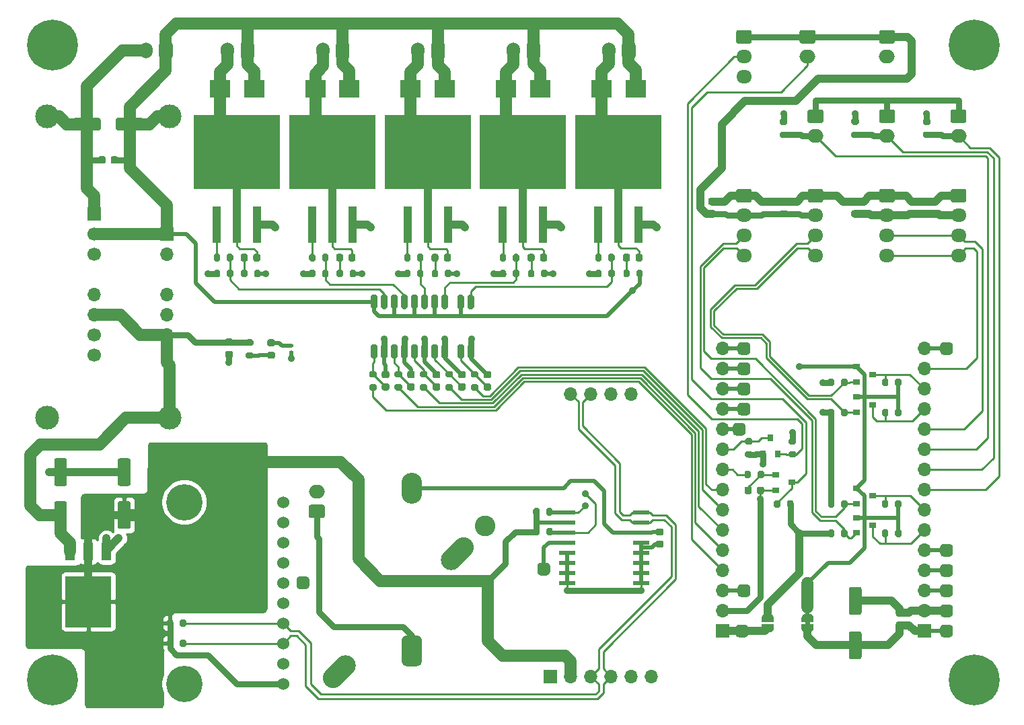
<source format=gbr>
%TF.GenerationSoftware,KiCad,Pcbnew,5.1.12-84ad8e8a86~92~ubuntu20.04.1*%
%TF.CreationDate,2021-11-30T13:36:37+05:30*%
%TF.ProjectId,vayuO2,76617975-4f32-42e6-9b69-6361645f7063,rev 3*%
%TF.SameCoordinates,Original*%
%TF.FileFunction,Copper,L1,Top*%
%TF.FilePolarity,Positive*%
%FSLAX46Y46*%
G04 Gerber Fmt 4.6, Leading zero omitted, Abs format (unit mm)*
G04 Created by KiCad (PCBNEW 5.1.12-84ad8e8a86~92~ubuntu20.04.1) date 2021-11-30 13:36:37*
%MOMM*%
%LPD*%
G01*
G04 APERTURE LIST*
%TA.AperFunction,EtchedComponent*%
%ADD10C,0.127000*%
%TD*%
%TA.AperFunction,ComponentPad*%
%ADD11R,1.700000X1.700000*%
%TD*%
%TA.AperFunction,ComponentPad*%
%ADD12O,1.700000X1.700000*%
%TD*%
%TA.AperFunction,ComponentPad*%
%ADD13C,3.000000*%
%TD*%
%TA.AperFunction,ComponentPad*%
%ADD14C,1.700000*%
%TD*%
%TA.AperFunction,ComponentPad*%
%ADD15O,1.700000X2.000000*%
%TD*%
%TA.AperFunction,ComponentPad*%
%ADD16O,2.000000X1.700000*%
%TD*%
%TA.AperFunction,ComponentPad*%
%ADD17O,1.950000X1.700000*%
%TD*%
%TA.AperFunction,SMDPad,CuDef*%
%ADD18R,10.800000X9.400000*%
%TD*%
%TA.AperFunction,SMDPad,CuDef*%
%ADD19R,1.100000X4.600000*%
%TD*%
%TA.AperFunction,SMDPad,CuDef*%
%ADD20R,0.900000X0.800000*%
%TD*%
%TA.AperFunction,SMDPad,CuDef*%
%ADD21C,0.127000*%
%TD*%
%TA.AperFunction,ComponentPad*%
%ADD22O,2.600000X3.900000*%
%TD*%
%TA.AperFunction,SMDPad,CuDef*%
%ADD23R,1.200000X2.200000*%
%TD*%
%TA.AperFunction,SMDPad,CuDef*%
%ADD24R,5.800000X6.400000*%
%TD*%
%TA.AperFunction,SMDPad,CuDef*%
%ADD25R,0.600000X0.400000*%
%TD*%
%TA.AperFunction,ComponentPad*%
%ADD26C,6.400000*%
%TD*%
%TA.AperFunction,ComponentPad*%
%ADD27C,0.800000*%
%TD*%
%TA.AperFunction,ComponentPad*%
%ADD28C,2.600000*%
%TD*%
%TA.AperFunction,SMDPad,CuDef*%
%ADD29R,1.998980X0.599440*%
%TD*%
%TA.AperFunction,SMDPad,CuDef*%
%ADD30R,0.800000X0.900000*%
%TD*%
%TA.AperFunction,SMDPad,CuDef*%
%ADD31R,2.500000X2.300000*%
%TD*%
%TA.AperFunction,ComponentPad*%
%ADD32C,1.524000*%
%TD*%
%TA.AperFunction,ComponentPad*%
%ADD33C,4.572000*%
%TD*%
%TA.AperFunction,ViaPad*%
%ADD34C,0.900000*%
%TD*%
%TA.AperFunction,Conductor*%
%ADD35C,1.000000*%
%TD*%
%TA.AperFunction,Conductor*%
%ADD36C,0.500000*%
%TD*%
%TA.AperFunction,Conductor*%
%ADD37C,0.250000*%
%TD*%
%TA.AperFunction,Conductor*%
%ADD38C,0.750000*%
%TD*%
%TA.AperFunction,Conductor*%
%ADD39C,1.500000*%
%TD*%
%TA.AperFunction,Conductor*%
%ADD40C,0.254000*%
%TD*%
%TA.AperFunction,Conductor*%
%ADD41C,0.127000*%
%TD*%
G04 APERTURE END LIST*
D10*
G36*
X149300000Y-127050000D02*
G01*
X149300000Y-126550000D01*
X148700000Y-126550000D01*
X148700000Y-127050000D01*
X149300000Y-127050000D01*
G37*
D11*
X138300000Y-127800000D03*
D12*
X138300000Y-125260000D03*
X138300000Y-120180000D03*
X138300000Y-117640000D03*
X138300000Y-115100000D03*
X138300000Y-122720000D03*
X138300000Y-99860000D03*
X138300000Y-94780000D03*
X138300000Y-97320000D03*
X138300000Y-104940000D03*
X138300000Y-110020000D03*
X138300000Y-102400000D03*
X138300000Y-107480000D03*
X138300000Y-112560000D03*
X138300000Y-92240000D03*
X163700000Y-92240000D03*
X163700000Y-94780000D03*
X163700000Y-97320000D03*
X163700000Y-99860000D03*
X163700000Y-102400000D03*
X163700000Y-104940000D03*
X163700000Y-107480000D03*
X163700000Y-110020000D03*
X163700000Y-112560000D03*
X163700000Y-115100000D03*
X163700000Y-117640000D03*
X163700000Y-120180000D03*
X163700000Y-122720000D03*
X163700000Y-125260000D03*
D11*
X163700000Y-127800000D03*
%TA.AperFunction,SMDPad,CuDef*%
G36*
G01*
X94655000Y-87275000D02*
X94255000Y-87275000D01*
G75*
G02*
X94055000Y-87075000I0J200000D01*
G01*
X94055000Y-85675000D01*
G75*
G02*
X94255000Y-85475000I200000J0D01*
G01*
X94655000Y-85475000D01*
G75*
G02*
X94855000Y-85675000I0J-200000D01*
G01*
X94855000Y-87075000D01*
G75*
G02*
X94655000Y-87275000I-200000J0D01*
G01*
G37*
%TD.AperFunction*%
%TA.AperFunction,SMDPad,CuDef*%
G36*
G01*
X95925000Y-87275000D02*
X95525000Y-87275000D01*
G75*
G02*
X95325000Y-87075000I0J200000D01*
G01*
X95325000Y-85675000D01*
G75*
G02*
X95525000Y-85475000I200000J0D01*
G01*
X95925000Y-85475000D01*
G75*
G02*
X96125000Y-85675000I0J-200000D01*
G01*
X96125000Y-87075000D01*
G75*
G02*
X95925000Y-87275000I-200000J0D01*
G01*
G37*
%TD.AperFunction*%
%TA.AperFunction,SMDPad,CuDef*%
G36*
G01*
X97195000Y-87275000D02*
X96795000Y-87275000D01*
G75*
G02*
X96595000Y-87075000I0J200000D01*
G01*
X96595000Y-85675000D01*
G75*
G02*
X96795000Y-85475000I200000J0D01*
G01*
X97195000Y-85475000D01*
G75*
G02*
X97395000Y-85675000I0J-200000D01*
G01*
X97395000Y-87075000D01*
G75*
G02*
X97195000Y-87275000I-200000J0D01*
G01*
G37*
%TD.AperFunction*%
%TA.AperFunction,SMDPad,CuDef*%
G36*
G01*
X98465000Y-87275000D02*
X98065000Y-87275000D01*
G75*
G02*
X97865000Y-87075000I0J200000D01*
G01*
X97865000Y-85675000D01*
G75*
G02*
X98065000Y-85475000I200000J0D01*
G01*
X98465000Y-85475000D01*
G75*
G02*
X98665000Y-85675000I0J-200000D01*
G01*
X98665000Y-87075000D01*
G75*
G02*
X98465000Y-87275000I-200000J0D01*
G01*
G37*
%TD.AperFunction*%
%TA.AperFunction,SMDPad,CuDef*%
G36*
G01*
X99735000Y-87275000D02*
X99335000Y-87275000D01*
G75*
G02*
X99135000Y-87075000I0J200000D01*
G01*
X99135000Y-85675000D01*
G75*
G02*
X99335000Y-85475000I200000J0D01*
G01*
X99735000Y-85475000D01*
G75*
G02*
X99935000Y-85675000I0J-200000D01*
G01*
X99935000Y-87075000D01*
G75*
G02*
X99735000Y-87275000I-200000J0D01*
G01*
G37*
%TD.AperFunction*%
%TA.AperFunction,SMDPad,CuDef*%
G36*
G01*
X101005000Y-87275000D02*
X100605000Y-87275000D01*
G75*
G02*
X100405000Y-87075000I0J200000D01*
G01*
X100405000Y-85675000D01*
G75*
G02*
X100605000Y-85475000I200000J0D01*
G01*
X101005000Y-85475000D01*
G75*
G02*
X101205000Y-85675000I0J-200000D01*
G01*
X101205000Y-87075000D01*
G75*
G02*
X101005000Y-87275000I-200000J0D01*
G01*
G37*
%TD.AperFunction*%
%TA.AperFunction,SMDPad,CuDef*%
G36*
G01*
X102275000Y-87275000D02*
X101875000Y-87275000D01*
G75*
G02*
X101675000Y-87075000I0J200000D01*
G01*
X101675000Y-85675000D01*
G75*
G02*
X101875000Y-85475000I200000J0D01*
G01*
X102275000Y-85475000D01*
G75*
G02*
X102475000Y-85675000I0J-200000D01*
G01*
X102475000Y-87075000D01*
G75*
G02*
X102275000Y-87275000I-200000J0D01*
G01*
G37*
%TD.AperFunction*%
%TA.AperFunction,SMDPad,CuDef*%
G36*
G01*
X103545000Y-87275000D02*
X103145000Y-87275000D01*
G75*
G02*
X102945000Y-87075000I0J200000D01*
G01*
X102945000Y-85675000D01*
G75*
G02*
X103145000Y-85475000I200000J0D01*
G01*
X103545000Y-85475000D01*
G75*
G02*
X103745000Y-85675000I0J-200000D01*
G01*
X103745000Y-87075000D01*
G75*
G02*
X103545000Y-87275000I-200000J0D01*
G01*
G37*
%TD.AperFunction*%
%TA.AperFunction,SMDPad,CuDef*%
G36*
G01*
X103545000Y-93525000D02*
X103145000Y-93525000D01*
G75*
G02*
X102945000Y-93325000I0J200000D01*
G01*
X102945000Y-91925000D01*
G75*
G02*
X103145000Y-91725000I200000J0D01*
G01*
X103545000Y-91725000D01*
G75*
G02*
X103745000Y-91925000I0J-200000D01*
G01*
X103745000Y-93325000D01*
G75*
G02*
X103545000Y-93525000I-200000J0D01*
G01*
G37*
%TD.AperFunction*%
%TA.AperFunction,SMDPad,CuDef*%
G36*
G01*
X102275000Y-93525000D02*
X101875000Y-93525000D01*
G75*
G02*
X101675000Y-93325000I0J200000D01*
G01*
X101675000Y-91925000D01*
G75*
G02*
X101875000Y-91725000I200000J0D01*
G01*
X102275000Y-91725000D01*
G75*
G02*
X102475000Y-91925000I0J-200000D01*
G01*
X102475000Y-93325000D01*
G75*
G02*
X102275000Y-93525000I-200000J0D01*
G01*
G37*
%TD.AperFunction*%
%TA.AperFunction,SMDPad,CuDef*%
G36*
G01*
X101005000Y-93525000D02*
X100605000Y-93525000D01*
G75*
G02*
X100405000Y-93325000I0J200000D01*
G01*
X100405000Y-91925000D01*
G75*
G02*
X100605000Y-91725000I200000J0D01*
G01*
X101005000Y-91725000D01*
G75*
G02*
X101205000Y-91925000I0J-200000D01*
G01*
X101205000Y-93325000D01*
G75*
G02*
X101005000Y-93525000I-200000J0D01*
G01*
G37*
%TD.AperFunction*%
%TA.AperFunction,SMDPad,CuDef*%
G36*
G01*
X99735000Y-93525000D02*
X99335000Y-93525000D01*
G75*
G02*
X99135000Y-93325000I0J200000D01*
G01*
X99135000Y-91925000D01*
G75*
G02*
X99335000Y-91725000I200000J0D01*
G01*
X99735000Y-91725000D01*
G75*
G02*
X99935000Y-91925000I0J-200000D01*
G01*
X99935000Y-93325000D01*
G75*
G02*
X99735000Y-93525000I-200000J0D01*
G01*
G37*
%TD.AperFunction*%
%TA.AperFunction,SMDPad,CuDef*%
G36*
G01*
X98465000Y-93525000D02*
X98065000Y-93525000D01*
G75*
G02*
X97865000Y-93325000I0J200000D01*
G01*
X97865000Y-91925000D01*
G75*
G02*
X98065000Y-91725000I200000J0D01*
G01*
X98465000Y-91725000D01*
G75*
G02*
X98665000Y-91925000I0J-200000D01*
G01*
X98665000Y-93325000D01*
G75*
G02*
X98465000Y-93525000I-200000J0D01*
G01*
G37*
%TD.AperFunction*%
%TA.AperFunction,SMDPad,CuDef*%
G36*
G01*
X97195000Y-93525000D02*
X96795000Y-93525000D01*
G75*
G02*
X96595000Y-93325000I0J200000D01*
G01*
X96595000Y-91925000D01*
G75*
G02*
X96795000Y-91725000I200000J0D01*
G01*
X97195000Y-91725000D01*
G75*
G02*
X97395000Y-91925000I0J-200000D01*
G01*
X97395000Y-93325000D01*
G75*
G02*
X97195000Y-93525000I-200000J0D01*
G01*
G37*
%TD.AperFunction*%
%TA.AperFunction,SMDPad,CuDef*%
G36*
G01*
X95925000Y-93525000D02*
X95525000Y-93525000D01*
G75*
G02*
X95325000Y-93325000I0J200000D01*
G01*
X95325000Y-91925000D01*
G75*
G02*
X95525000Y-91725000I200000J0D01*
G01*
X95925000Y-91725000D01*
G75*
G02*
X96125000Y-91925000I0J-200000D01*
G01*
X96125000Y-93325000D01*
G75*
G02*
X95925000Y-93525000I-200000J0D01*
G01*
G37*
%TD.AperFunction*%
%TA.AperFunction,SMDPad,CuDef*%
G36*
G01*
X94655000Y-93525000D02*
X94255000Y-93525000D01*
G75*
G02*
X94055000Y-93325000I0J200000D01*
G01*
X94055000Y-91925000D01*
G75*
G02*
X94255000Y-91725000I200000J0D01*
G01*
X94655000Y-91725000D01*
G75*
G02*
X94855000Y-91925000I0J-200000D01*
G01*
X94855000Y-93325000D01*
G75*
G02*
X94655000Y-93525000I-200000J0D01*
G01*
G37*
%TD.AperFunction*%
%TA.AperFunction,ComponentPad*%
G36*
G01*
X140200000Y-92640000D02*
X140200000Y-91840000D01*
G75*
G02*
X140600000Y-91440000I400000J0D01*
G01*
X141400000Y-91440000D01*
G75*
G02*
X141800000Y-91840000I0J-400000D01*
G01*
X141800000Y-92640000D01*
G75*
G02*
X141400000Y-93040000I-400000J0D01*
G01*
X140600000Y-93040000D01*
G75*
G02*
X140200000Y-92640000I0J400000D01*
G01*
G37*
%TD.AperFunction*%
%TA.AperFunction,ComponentPad*%
G36*
G01*
X165700000Y-92640000D02*
X165700000Y-91840000D01*
G75*
G02*
X166100000Y-91440000I400000J0D01*
G01*
X166900000Y-91440000D01*
G75*
G02*
X167300000Y-91840000I0J-400000D01*
G01*
X167300000Y-92640000D01*
G75*
G02*
X166900000Y-93040000I-400000J0D01*
G01*
X166100000Y-93040000D01*
G75*
G02*
X165700000Y-92640000I0J400000D01*
G01*
G37*
%TD.AperFunction*%
%TA.AperFunction,ComponentPad*%
G36*
G01*
X140200000Y-95180000D02*
X140200000Y-94380000D01*
G75*
G02*
X140600000Y-93980000I400000J0D01*
G01*
X141400000Y-93980000D01*
G75*
G02*
X141800000Y-94380000I0J-400000D01*
G01*
X141800000Y-95180000D01*
G75*
G02*
X141400000Y-95580000I-400000J0D01*
G01*
X140600000Y-95580000D01*
G75*
G02*
X140200000Y-95180000I0J400000D01*
G01*
G37*
%TD.AperFunction*%
%TA.AperFunction,ComponentPad*%
G36*
G01*
X140200000Y-97720000D02*
X140200000Y-96920000D01*
G75*
G02*
X140600000Y-96520000I400000J0D01*
G01*
X141400000Y-96520000D01*
G75*
G02*
X141800000Y-96920000I0J-400000D01*
G01*
X141800000Y-97720000D01*
G75*
G02*
X141400000Y-98120000I-400000J0D01*
G01*
X140600000Y-98120000D01*
G75*
G02*
X140200000Y-97720000I0J400000D01*
G01*
G37*
%TD.AperFunction*%
%TA.AperFunction,ComponentPad*%
G36*
G01*
X140200000Y-100260000D02*
X140200000Y-99460000D01*
G75*
G02*
X140600000Y-99060000I400000J0D01*
G01*
X141400000Y-99060000D01*
G75*
G02*
X141800000Y-99460000I0J-400000D01*
G01*
X141800000Y-100260000D01*
G75*
G02*
X141400000Y-100660000I-400000J0D01*
G01*
X140600000Y-100660000D01*
G75*
G02*
X140200000Y-100260000I0J400000D01*
G01*
G37*
%TD.AperFunction*%
%TA.AperFunction,ComponentPad*%
G36*
G01*
X139610000Y-102800000D02*
X139610000Y-102000000D01*
G75*
G02*
X140010000Y-101600000I400000J0D01*
G01*
X140810000Y-101600000D01*
G75*
G02*
X141210000Y-102000000I0J-400000D01*
G01*
X141210000Y-102800000D01*
G75*
G02*
X140810000Y-103200000I-400000J0D01*
G01*
X140010000Y-103200000D01*
G75*
G02*
X139610000Y-102800000I0J400000D01*
G01*
G37*
%TD.AperFunction*%
%TA.AperFunction,ComponentPad*%
G36*
G01*
X165700000Y-118040000D02*
X165700000Y-117240000D01*
G75*
G02*
X166100000Y-116840000I400000J0D01*
G01*
X166900000Y-116840000D01*
G75*
G02*
X167300000Y-117240000I0J-400000D01*
G01*
X167300000Y-118040000D01*
G75*
G02*
X166900000Y-118440000I-400000J0D01*
G01*
X166100000Y-118440000D01*
G75*
G02*
X165700000Y-118040000I0J400000D01*
G01*
G37*
%TD.AperFunction*%
%TA.AperFunction,ComponentPad*%
G36*
G01*
X165700000Y-120580000D02*
X165700000Y-119780000D01*
G75*
G02*
X166100000Y-119380000I400000J0D01*
G01*
X166900000Y-119380000D01*
G75*
G02*
X167300000Y-119780000I0J-400000D01*
G01*
X167300000Y-120580000D01*
G75*
G02*
X166900000Y-120980000I-400000J0D01*
G01*
X166100000Y-120980000D01*
G75*
G02*
X165700000Y-120580000I0J400000D01*
G01*
G37*
%TD.AperFunction*%
%TA.AperFunction,ComponentPad*%
G36*
G01*
X85900000Y-122530000D02*
X85100000Y-122530000D01*
G75*
G02*
X84700000Y-122130000I0J400000D01*
G01*
X84700000Y-121330000D01*
G75*
G02*
X85100000Y-120930000I400000J0D01*
G01*
X85900000Y-120930000D01*
G75*
G02*
X86300000Y-121330000I0J-400000D01*
G01*
X86300000Y-122130000D01*
G75*
G02*
X85900000Y-122530000I-400000J0D01*
G01*
G37*
%TD.AperFunction*%
%TA.AperFunction,ComponentPad*%
G36*
G01*
X140200000Y-123120000D02*
X140200000Y-122320000D01*
G75*
G02*
X140600000Y-121920000I400000J0D01*
G01*
X141400000Y-121920000D01*
G75*
G02*
X141800000Y-122320000I0J-400000D01*
G01*
X141800000Y-123120000D01*
G75*
G02*
X141400000Y-123520000I-400000J0D01*
G01*
X140600000Y-123520000D01*
G75*
G02*
X140200000Y-123120000I0J400000D01*
G01*
G37*
%TD.AperFunction*%
%TA.AperFunction,ComponentPad*%
G36*
G01*
X165700000Y-123120000D02*
X165700000Y-122320000D01*
G75*
G02*
X166100000Y-121920000I400000J0D01*
G01*
X166900000Y-121920000D01*
G75*
G02*
X167300000Y-122320000I0J-400000D01*
G01*
X167300000Y-123120000D01*
G75*
G02*
X166900000Y-123520000I-400000J0D01*
G01*
X166100000Y-123520000D01*
G75*
G02*
X165700000Y-123120000I0J400000D01*
G01*
G37*
%TD.AperFunction*%
%TA.AperFunction,ComponentPad*%
G36*
G01*
X165700000Y-125660000D02*
X165700000Y-124860000D01*
G75*
G02*
X166100000Y-124460000I400000J0D01*
G01*
X166900000Y-124460000D01*
G75*
G02*
X167300000Y-124860000I0J-400000D01*
G01*
X167300000Y-125660000D01*
G75*
G02*
X166900000Y-126060000I-400000J0D01*
G01*
X166100000Y-126060000D01*
G75*
G02*
X165700000Y-125660000I0J400000D01*
G01*
G37*
%TD.AperFunction*%
%TA.AperFunction,ComponentPad*%
G36*
G01*
X139950000Y-128200000D02*
X139950000Y-127400000D01*
G75*
G02*
X140350000Y-127000000I400000J0D01*
G01*
X141150000Y-127000000D01*
G75*
G02*
X141550000Y-127400000I0J-400000D01*
G01*
X141550000Y-128200000D01*
G75*
G02*
X141150000Y-128600000I-400000J0D01*
G01*
X140350000Y-128600000D01*
G75*
G02*
X139950000Y-128200000I0J400000D01*
G01*
G37*
%TD.AperFunction*%
%TA.AperFunction,ComponentPad*%
G36*
G01*
X165700000Y-128200000D02*
X165700000Y-127400000D01*
G75*
G02*
X166100000Y-127000000I400000J0D01*
G01*
X166900000Y-127000000D01*
G75*
G02*
X167300000Y-127400000I0J-400000D01*
G01*
X167300000Y-128200000D01*
G75*
G02*
X166900000Y-128600000I-400000J0D01*
G01*
X166100000Y-128600000D01*
G75*
G02*
X165700000Y-128200000I0J400000D01*
G01*
G37*
%TD.AperFunction*%
D13*
X53300000Y-100950000D03*
X68700000Y-100950000D03*
X53300000Y-63050000D03*
X68700000Y-63050000D03*
D12*
X59200000Y-88000000D03*
X59200000Y-85460000D03*
D14*
X59200000Y-77840000D03*
D11*
X59200000Y-75300000D03*
D14*
X59200000Y-80380000D03*
X59200000Y-90540000D03*
X59200000Y-93080000D03*
D11*
X68400000Y-77800000D03*
D12*
X68400000Y-80340000D03*
X68400000Y-85420000D03*
X68400000Y-87960000D03*
X68400000Y-90500000D03*
D15*
X65750000Y-54750000D03*
%TA.AperFunction,ComponentPad*%
G36*
G01*
X69100000Y-54000000D02*
X69100000Y-55500000D01*
G75*
G02*
X68850000Y-55750000I-250000J0D01*
G01*
X67650000Y-55750000D01*
G75*
G02*
X67400000Y-55500000I0J250000D01*
G01*
X67400000Y-54000000D01*
G75*
G02*
X67650000Y-53750000I250000J0D01*
G01*
X68850000Y-53750000D01*
G75*
G02*
X69100000Y-54000000I0J-250000D01*
G01*
G37*
%TD.AperFunction*%
%TA.AperFunction,SMDPad,CuDef*%
G36*
G01*
X87925000Y-83075000D02*
X87925000Y-82525000D01*
G75*
G02*
X88125000Y-82325000I200000J0D01*
G01*
X88525000Y-82325000D01*
G75*
G02*
X88725000Y-82525000I0J-200000D01*
G01*
X88725000Y-83075000D01*
G75*
G02*
X88525000Y-83275000I-200000J0D01*
G01*
X88125000Y-83275000D01*
G75*
G02*
X87925000Y-83075000I0J200000D01*
G01*
G37*
%TD.AperFunction*%
%TA.AperFunction,SMDPad,CuDef*%
G36*
G01*
X86275000Y-83075000D02*
X86275000Y-82525000D01*
G75*
G02*
X86475000Y-82325000I200000J0D01*
G01*
X86875000Y-82325000D01*
G75*
G02*
X87075000Y-82525000I0J-200000D01*
G01*
X87075000Y-83075000D01*
G75*
G02*
X86875000Y-83275000I-200000J0D01*
G01*
X86475000Y-83275000D01*
G75*
G02*
X86275000Y-83075000I0J200000D01*
G01*
G37*
%TD.AperFunction*%
%TA.AperFunction,SMDPad,CuDef*%
G36*
G01*
X91375000Y-83075000D02*
X91375000Y-82525000D01*
G75*
G02*
X91575000Y-82325000I200000J0D01*
G01*
X91975000Y-82325000D01*
G75*
G02*
X92175000Y-82525000I0J-200000D01*
G01*
X92175000Y-83075000D01*
G75*
G02*
X91975000Y-83275000I-200000J0D01*
G01*
X91575000Y-83275000D01*
G75*
G02*
X91375000Y-83075000I0J200000D01*
G01*
G37*
%TD.AperFunction*%
%TA.AperFunction,SMDPad,CuDef*%
G36*
G01*
X89725000Y-83075000D02*
X89725000Y-82525000D01*
G75*
G02*
X89925000Y-82325000I200000J0D01*
G01*
X90325000Y-82325000D01*
G75*
G02*
X90525000Y-82525000I0J-200000D01*
G01*
X90525000Y-83075000D01*
G75*
G02*
X90325000Y-83275000I-200000J0D01*
G01*
X89925000Y-83275000D01*
G75*
G02*
X89725000Y-83075000I0J200000D01*
G01*
G37*
%TD.AperFunction*%
%TA.AperFunction,SMDPad,CuDef*%
G36*
G01*
X87925000Y-81075000D02*
X87925000Y-80525000D01*
G75*
G02*
X88125000Y-80325000I200000J0D01*
G01*
X88525000Y-80325000D01*
G75*
G02*
X88725000Y-80525000I0J-200000D01*
G01*
X88725000Y-81075000D01*
G75*
G02*
X88525000Y-81275000I-200000J0D01*
G01*
X88125000Y-81275000D01*
G75*
G02*
X87925000Y-81075000I0J200000D01*
G01*
G37*
%TD.AperFunction*%
%TA.AperFunction,SMDPad,CuDef*%
G36*
G01*
X86275000Y-81075000D02*
X86275000Y-80525000D01*
G75*
G02*
X86475000Y-80325000I200000J0D01*
G01*
X86875000Y-80325000D01*
G75*
G02*
X87075000Y-80525000I0J-200000D01*
G01*
X87075000Y-81075000D01*
G75*
G02*
X86875000Y-81275000I-200000J0D01*
G01*
X86475000Y-81275000D01*
G75*
G02*
X86275000Y-81075000I0J200000D01*
G01*
G37*
%TD.AperFunction*%
%TA.AperFunction,SMDPad,CuDef*%
G36*
G01*
X91250000Y-81056250D02*
X91250000Y-80543750D01*
G75*
G02*
X91468750Y-80325000I218750J0D01*
G01*
X91906250Y-80325000D01*
G75*
G02*
X92125000Y-80543750I0J-218750D01*
G01*
X92125000Y-81056250D01*
G75*
G02*
X91906250Y-81275000I-218750J0D01*
G01*
X91468750Y-81275000D01*
G75*
G02*
X91250000Y-81056250I0J218750D01*
G01*
G37*
%TD.AperFunction*%
%TA.AperFunction,SMDPad,CuDef*%
G36*
G01*
X89675000Y-81056250D02*
X89675000Y-80543750D01*
G75*
G02*
X89893750Y-80325000I218750J0D01*
G01*
X90331250Y-80325000D01*
G75*
G02*
X90550000Y-80543750I0J-218750D01*
G01*
X90550000Y-81056250D01*
G75*
G02*
X90331250Y-81275000I-218750J0D01*
G01*
X89893750Y-81275000D01*
G75*
G02*
X89675000Y-81056250I0J218750D01*
G01*
G37*
%TD.AperFunction*%
X76000000Y-54750000D03*
%TA.AperFunction,ComponentPad*%
G36*
G01*
X79350000Y-54000000D02*
X79350000Y-55500000D01*
G75*
G02*
X79100000Y-55750000I-250000J0D01*
G01*
X77900000Y-55750000D01*
G75*
G02*
X77650000Y-55500000I0J250000D01*
G01*
X77650000Y-54000000D01*
G75*
G02*
X77900000Y-53750000I250000J0D01*
G01*
X79100000Y-53750000D01*
G75*
G02*
X79350000Y-54000000I0J-250000D01*
G01*
G37*
%TD.AperFunction*%
D16*
X159000000Y-65500000D03*
%TA.AperFunction,ComponentPad*%
G36*
G01*
X158250000Y-62150000D02*
X159750000Y-62150000D01*
G75*
G02*
X160000000Y-62400000I0J-250000D01*
G01*
X160000000Y-63600000D01*
G75*
G02*
X159750000Y-63850000I-250000J0D01*
G01*
X158250000Y-63850000D01*
G75*
G02*
X158000000Y-63600000I0J250000D01*
G01*
X158000000Y-62400000D01*
G75*
G02*
X158250000Y-62150000I250000J0D01*
G01*
G37*
%TD.AperFunction*%
D17*
X150000000Y-80500000D03*
X150000000Y-78000000D03*
X150000000Y-75500000D03*
%TA.AperFunction,ComponentPad*%
G36*
G01*
X149275000Y-72150000D02*
X150725000Y-72150000D01*
G75*
G02*
X150975000Y-72400000I0J-250000D01*
G01*
X150975000Y-73600000D01*
G75*
G02*
X150725000Y-73850000I-250000J0D01*
G01*
X149275000Y-73850000D01*
G75*
G02*
X149025000Y-73600000I0J250000D01*
G01*
X149025000Y-72400000D01*
G75*
G02*
X149275000Y-72150000I250000J0D01*
G01*
G37*
%TD.AperFunction*%
X159000000Y-80500000D03*
X159000000Y-78000000D03*
X159000000Y-75500000D03*
%TA.AperFunction,ComponentPad*%
G36*
G01*
X158275000Y-72150000D02*
X159725000Y-72150000D01*
G75*
G02*
X159975000Y-72400000I0J-250000D01*
G01*
X159975000Y-73600000D01*
G75*
G02*
X159725000Y-73850000I-250000J0D01*
G01*
X158275000Y-73850000D01*
G75*
G02*
X158025000Y-73600000I0J250000D01*
G01*
X158025000Y-72400000D01*
G75*
G02*
X158275000Y-72150000I250000J0D01*
G01*
G37*
%TD.AperFunction*%
D18*
X125200000Y-67475000D03*
D19*
X127740000Y-76625000D03*
X125200000Y-76625000D03*
X122660000Y-76625000D03*
D18*
X113200000Y-67500000D03*
D19*
X115740000Y-76650000D03*
X113200000Y-76650000D03*
X110660000Y-76650000D03*
D18*
X101200000Y-67475000D03*
D19*
X103740000Y-76625000D03*
X101200000Y-76625000D03*
X98660000Y-76625000D03*
D18*
X89200000Y-67500000D03*
D19*
X91740000Y-76650000D03*
X89200000Y-76650000D03*
X86660000Y-76650000D03*
D18*
X77200000Y-67500000D03*
D19*
X79740000Y-76650000D03*
X77200000Y-76650000D03*
X74660000Y-76650000D03*
D20*
X157200000Y-110800000D03*
X155200000Y-111750000D03*
X155200000Y-109850000D03*
X147000000Y-109100000D03*
X145000000Y-110050000D03*
X145000000Y-108150000D03*
%TA.AperFunction,SMDPad,CuDef*%
D21*
G36*
X143250602Y-126150000D02*
G01*
X143250602Y-126125466D01*
X143255412Y-126076635D01*
X143264984Y-126028510D01*
X143279228Y-125981555D01*
X143298005Y-125936222D01*
X143321136Y-125892949D01*
X143348396Y-125852150D01*
X143379524Y-125814221D01*
X143414221Y-125779524D01*
X143452150Y-125748396D01*
X143492949Y-125721136D01*
X143536222Y-125698005D01*
X143581555Y-125679228D01*
X143628510Y-125664984D01*
X143676635Y-125655412D01*
X143725466Y-125650602D01*
X143750000Y-125650602D01*
X143750000Y-125650000D01*
X144250000Y-125650000D01*
X144250000Y-125650602D01*
X144274534Y-125650602D01*
X144323365Y-125655412D01*
X144371490Y-125664984D01*
X144418445Y-125679228D01*
X144463778Y-125698005D01*
X144507051Y-125721136D01*
X144547850Y-125748396D01*
X144585779Y-125779524D01*
X144620476Y-125814221D01*
X144651604Y-125852150D01*
X144678864Y-125892949D01*
X144701995Y-125936222D01*
X144720772Y-125981555D01*
X144735016Y-126028510D01*
X144744588Y-126076635D01*
X144749398Y-126125466D01*
X144749398Y-126150000D01*
X144750000Y-126150000D01*
X144750000Y-126650000D01*
X143250000Y-126650000D01*
X143250000Y-126150000D01*
X143250602Y-126150000D01*
G37*
%TD.AperFunction*%
%TA.AperFunction,SMDPad,CuDef*%
G36*
X144750000Y-126950000D02*
G01*
X144750000Y-127450000D01*
X144749398Y-127450000D01*
X144749398Y-127474534D01*
X144744588Y-127523365D01*
X144735016Y-127571490D01*
X144720772Y-127618445D01*
X144701995Y-127663778D01*
X144678864Y-127707051D01*
X144651604Y-127747850D01*
X144620476Y-127785779D01*
X144585779Y-127820476D01*
X144547850Y-127851604D01*
X144507051Y-127878864D01*
X144463778Y-127901995D01*
X144418445Y-127920772D01*
X144371490Y-127935016D01*
X144323365Y-127944588D01*
X144274534Y-127949398D01*
X144250000Y-127949398D01*
X144250000Y-127950000D01*
X143750000Y-127950000D01*
X143750000Y-127949398D01*
X143725466Y-127949398D01*
X143676635Y-127944588D01*
X143628510Y-127935016D01*
X143581555Y-127920772D01*
X143536222Y-127901995D01*
X143492949Y-127878864D01*
X143452150Y-127851604D01*
X143414221Y-127820476D01*
X143379524Y-127785779D01*
X143348396Y-127747850D01*
X143321136Y-127707051D01*
X143298005Y-127663778D01*
X143279228Y-127618445D01*
X143264984Y-127571490D01*
X143255412Y-127523365D01*
X143250602Y-127474534D01*
X143250602Y-127450000D01*
X143250000Y-127450000D01*
X143250000Y-126950000D01*
X144750000Y-126950000D01*
G37*
%TD.AperFunction*%
%TA.AperFunction,SMDPad,CuDef*%
G36*
X148250000Y-126650000D02*
G01*
X148250000Y-126150000D01*
X148250602Y-126150000D01*
X148250602Y-126125466D01*
X148255412Y-126076635D01*
X148264984Y-126028510D01*
X148279228Y-125981555D01*
X148298005Y-125936222D01*
X148321136Y-125892949D01*
X148348396Y-125852150D01*
X148379524Y-125814221D01*
X148414221Y-125779524D01*
X148452150Y-125748396D01*
X148492949Y-125721136D01*
X148536222Y-125698005D01*
X148581555Y-125679228D01*
X148628510Y-125664984D01*
X148676635Y-125655412D01*
X148725466Y-125650602D01*
X148750000Y-125650602D01*
X148750000Y-125650000D01*
X149250000Y-125650000D01*
X149250000Y-125650602D01*
X149274534Y-125650602D01*
X149323365Y-125655412D01*
X149371490Y-125664984D01*
X149418445Y-125679228D01*
X149463778Y-125698005D01*
X149507051Y-125721136D01*
X149547850Y-125748396D01*
X149585779Y-125779524D01*
X149620476Y-125814221D01*
X149651604Y-125852150D01*
X149678864Y-125892949D01*
X149701995Y-125936222D01*
X149720772Y-125981555D01*
X149735016Y-126028510D01*
X149744588Y-126076635D01*
X149749398Y-126125466D01*
X149749398Y-126150000D01*
X149750000Y-126150000D01*
X149750000Y-126650000D01*
X148250000Y-126650000D01*
G37*
%TD.AperFunction*%
%TA.AperFunction,SMDPad,CuDef*%
G36*
X149749398Y-127450000D02*
G01*
X149749398Y-127474534D01*
X149744588Y-127523365D01*
X149735016Y-127571490D01*
X149720772Y-127618445D01*
X149701995Y-127663778D01*
X149678864Y-127707051D01*
X149651604Y-127747850D01*
X149620476Y-127785779D01*
X149585779Y-127820476D01*
X149547850Y-127851604D01*
X149507051Y-127878864D01*
X149463778Y-127901995D01*
X149418445Y-127920772D01*
X149371490Y-127935016D01*
X149323365Y-127944588D01*
X149274534Y-127949398D01*
X149250000Y-127949398D01*
X149250000Y-127950000D01*
X148750000Y-127950000D01*
X148750000Y-127949398D01*
X148725466Y-127949398D01*
X148676635Y-127944588D01*
X148628510Y-127935016D01*
X148581555Y-127920772D01*
X148536222Y-127901995D01*
X148492949Y-127878864D01*
X148452150Y-127851604D01*
X148414221Y-127820476D01*
X148379524Y-127785779D01*
X148348396Y-127747850D01*
X148321136Y-127707051D01*
X148298005Y-127663778D01*
X148279228Y-127618445D01*
X148264984Y-127571490D01*
X148255412Y-127523365D01*
X148250602Y-127474534D01*
X148250602Y-127450000D01*
X148250000Y-127450000D01*
X148250000Y-126950000D01*
X149750000Y-126950000D01*
X149750000Y-127450000D01*
X149749398Y-127450000D01*
G37*
%TD.AperFunction*%
%TA.AperFunction,ComponentPad*%
G36*
G01*
X100500000Y-129000000D02*
X100500000Y-131600000D01*
G75*
G02*
X99850000Y-132250000I-650000J0D01*
G01*
X98550000Y-132250000D01*
G75*
G02*
X97900000Y-131600000I0J650000D01*
G01*
X97900000Y-129000000D01*
G75*
G02*
X98550000Y-128350000I650000J0D01*
G01*
X99850000Y-128350000D01*
G75*
G02*
X100500000Y-129000000I0J-650000D01*
G01*
G37*
%TD.AperFunction*%
D22*
X99200000Y-109800000D03*
%TA.AperFunction,SMDPad,CuDef*%
G36*
G01*
X164275000Y-64075000D02*
X163725000Y-64075000D01*
G75*
G02*
X163525000Y-63875000I0J200000D01*
G01*
X163525000Y-63475000D01*
G75*
G02*
X163725000Y-63275000I200000J0D01*
G01*
X164275000Y-63275000D01*
G75*
G02*
X164475000Y-63475000I0J-200000D01*
G01*
X164475000Y-63875000D01*
G75*
G02*
X164275000Y-64075000I-200000J0D01*
G01*
G37*
%TD.AperFunction*%
%TA.AperFunction,SMDPad,CuDef*%
G36*
G01*
X164275000Y-65725000D02*
X163725000Y-65725000D01*
G75*
G02*
X163525000Y-65525000I0J200000D01*
G01*
X163525000Y-65125000D01*
G75*
G02*
X163725000Y-64925000I200000J0D01*
G01*
X164275000Y-64925000D01*
G75*
G02*
X164475000Y-65125000I0J-200000D01*
G01*
X164475000Y-65525000D01*
G75*
G02*
X164275000Y-65725000I-200000J0D01*
G01*
G37*
%TD.AperFunction*%
%TA.AperFunction,SMDPad,CuDef*%
G36*
G01*
X155550000Y-125750000D02*
X154450000Y-125750000D01*
G75*
G02*
X154200000Y-125500000I0J250000D01*
G01*
X154200000Y-122500000D01*
G75*
G02*
X154450000Y-122250000I250000J0D01*
G01*
X155550000Y-122250000D01*
G75*
G02*
X155800000Y-122500000I0J-250000D01*
G01*
X155800000Y-125500000D01*
G75*
G02*
X155550000Y-125750000I-250000J0D01*
G01*
G37*
%TD.AperFunction*%
%TA.AperFunction,SMDPad,CuDef*%
G36*
G01*
X155550000Y-131350000D02*
X154450000Y-131350000D01*
G75*
G02*
X154200000Y-131100000I0J250000D01*
G01*
X154200000Y-128100000D01*
G75*
G02*
X154450000Y-127850000I250000J0D01*
G01*
X155550000Y-127850000D01*
G75*
G02*
X155800000Y-128100000I0J-250000D01*
G01*
X155800000Y-131100000D01*
G75*
G02*
X155550000Y-131350000I-250000J0D01*
G01*
G37*
%TD.AperFunction*%
D16*
X149000000Y-55500000D03*
%TA.AperFunction,ComponentPad*%
G36*
G01*
X148250000Y-52150000D02*
X149750000Y-52150000D01*
G75*
G02*
X150000000Y-52400000I0J-250000D01*
G01*
X150000000Y-53600000D01*
G75*
G02*
X149750000Y-53850000I-250000J0D01*
G01*
X148250000Y-53850000D01*
G75*
G02*
X148000000Y-53600000I0J250000D01*
G01*
X148000000Y-52400000D01*
G75*
G02*
X148250000Y-52150000I250000J0D01*
G01*
G37*
%TD.AperFunction*%
D15*
X124000000Y-54750000D03*
%TA.AperFunction,ComponentPad*%
G36*
G01*
X127350000Y-54000000D02*
X127350000Y-55500000D01*
G75*
G02*
X127100000Y-55750000I-250000J0D01*
G01*
X125900000Y-55750000D01*
G75*
G02*
X125650000Y-55500000I0J250000D01*
G01*
X125650000Y-54000000D01*
G75*
G02*
X125900000Y-53750000I250000J0D01*
G01*
X127100000Y-53750000D01*
G75*
G02*
X127350000Y-54000000I0J-250000D01*
G01*
G37*
%TD.AperFunction*%
X112000000Y-54750000D03*
%TA.AperFunction,ComponentPad*%
G36*
G01*
X115350000Y-54000000D02*
X115350000Y-55500000D01*
G75*
G02*
X115100000Y-55750000I-250000J0D01*
G01*
X113900000Y-55750000D01*
G75*
G02*
X113650000Y-55500000I0J250000D01*
G01*
X113650000Y-54000000D01*
G75*
G02*
X113900000Y-53750000I250000J0D01*
G01*
X115100000Y-53750000D01*
G75*
G02*
X115350000Y-54000000I0J-250000D01*
G01*
G37*
%TD.AperFunction*%
X100000000Y-54750000D03*
%TA.AperFunction,ComponentPad*%
G36*
G01*
X103350000Y-54000000D02*
X103350000Y-55500000D01*
G75*
G02*
X103100000Y-55750000I-250000J0D01*
G01*
X101900000Y-55750000D01*
G75*
G02*
X101650000Y-55500000I0J250000D01*
G01*
X101650000Y-54000000D01*
G75*
G02*
X101900000Y-53750000I250000J0D01*
G01*
X103100000Y-53750000D01*
G75*
G02*
X103350000Y-54000000I0J-250000D01*
G01*
G37*
%TD.AperFunction*%
X88000000Y-54750000D03*
%TA.AperFunction,ComponentPad*%
G36*
G01*
X91350000Y-54000000D02*
X91350000Y-55500000D01*
G75*
G02*
X91100000Y-55750000I-250000J0D01*
G01*
X89900000Y-55750000D01*
G75*
G02*
X89650000Y-55500000I0J250000D01*
G01*
X89650000Y-54000000D01*
G75*
G02*
X89900000Y-53750000I250000J0D01*
G01*
X91100000Y-53750000D01*
G75*
G02*
X91350000Y-54000000I0J-250000D01*
G01*
G37*
%TD.AperFunction*%
D11*
X116650000Y-133500000D03*
D12*
X119190000Y-133500000D03*
X121730000Y-133500000D03*
X124270000Y-133500000D03*
X126810000Y-133500000D03*
X129350000Y-133500000D03*
X126810000Y-97940000D03*
X124270000Y-97940000D03*
X119190000Y-97940000D03*
X121730000Y-97940000D03*
%TA.AperFunction,SMDPad,CuDef*%
G36*
G01*
X105565000Y-93525000D02*
X105165000Y-93525000D01*
G75*
G02*
X104965000Y-93325000I0J200000D01*
G01*
X104965000Y-91925000D01*
G75*
G02*
X105165000Y-91725000I200000J0D01*
G01*
X105565000Y-91725000D01*
G75*
G02*
X105765000Y-91925000I0J-200000D01*
G01*
X105765000Y-93325000D01*
G75*
G02*
X105565000Y-93525000I-200000J0D01*
G01*
G37*
%TD.AperFunction*%
%TA.AperFunction,SMDPad,CuDef*%
G36*
G01*
X106835000Y-93525000D02*
X106435000Y-93525000D01*
G75*
G02*
X106235000Y-93325000I0J200000D01*
G01*
X106235000Y-91925000D01*
G75*
G02*
X106435000Y-91725000I200000J0D01*
G01*
X106835000Y-91725000D01*
G75*
G02*
X107035000Y-91925000I0J-200000D01*
G01*
X107035000Y-93325000D01*
G75*
G02*
X106835000Y-93525000I-200000J0D01*
G01*
G37*
%TD.AperFunction*%
%TA.AperFunction,SMDPad,CuDef*%
G36*
G01*
X106835000Y-87275000D02*
X106435000Y-87275000D01*
G75*
G02*
X106235000Y-87075000I0J200000D01*
G01*
X106235000Y-85675000D01*
G75*
G02*
X106435000Y-85475000I200000J0D01*
G01*
X106835000Y-85475000D01*
G75*
G02*
X107035000Y-85675000I0J-200000D01*
G01*
X107035000Y-87075000D01*
G75*
G02*
X106835000Y-87275000I-200000J0D01*
G01*
G37*
%TD.AperFunction*%
%TA.AperFunction,SMDPad,CuDef*%
G36*
G01*
X105565000Y-87275000D02*
X105165000Y-87275000D01*
G75*
G02*
X104965000Y-87075000I0J200000D01*
G01*
X104965000Y-85675000D01*
G75*
G02*
X105165000Y-85475000I200000J0D01*
G01*
X105565000Y-85475000D01*
G75*
G02*
X105765000Y-85675000I0J-200000D01*
G01*
X105765000Y-87075000D01*
G75*
G02*
X105565000Y-87275000I-200000J0D01*
G01*
G37*
%TD.AperFunction*%
%TA.AperFunction,SMDPad,CuDef*%
G36*
G01*
X63550000Y-109550000D02*
X62450000Y-109550000D01*
G75*
G02*
X62200000Y-109300000I0J250000D01*
G01*
X62200000Y-106300000D01*
G75*
G02*
X62450000Y-106050000I250000J0D01*
G01*
X63550000Y-106050000D01*
G75*
G02*
X63800000Y-106300000I0J-250000D01*
G01*
X63800000Y-109300000D01*
G75*
G02*
X63550000Y-109550000I-250000J0D01*
G01*
G37*
%TD.AperFunction*%
%TA.AperFunction,SMDPad,CuDef*%
G36*
G01*
X63550000Y-114950000D02*
X62450000Y-114950000D01*
G75*
G02*
X62200000Y-114700000I0J250000D01*
G01*
X62200000Y-111700000D01*
G75*
G02*
X62450000Y-111450000I250000J0D01*
G01*
X63550000Y-111450000D01*
G75*
G02*
X63800000Y-111700000I0J-250000D01*
G01*
X63800000Y-114700000D01*
G75*
G02*
X63550000Y-114950000I-250000J0D01*
G01*
G37*
%TD.AperFunction*%
%TA.AperFunction,SMDPad,CuDef*%
G36*
G01*
X55550000Y-109550000D02*
X54450000Y-109550000D01*
G75*
G02*
X54200000Y-109300000I0J250000D01*
G01*
X54200000Y-106300000D01*
G75*
G02*
X54450000Y-106050000I250000J0D01*
G01*
X55550000Y-106050000D01*
G75*
G02*
X55800000Y-106300000I0J-250000D01*
G01*
X55800000Y-109300000D01*
G75*
G02*
X55550000Y-109550000I-250000J0D01*
G01*
G37*
%TD.AperFunction*%
%TA.AperFunction,SMDPad,CuDef*%
G36*
G01*
X55550000Y-114950000D02*
X54450000Y-114950000D01*
G75*
G02*
X54200000Y-114700000I0J250000D01*
G01*
X54200000Y-111700000D01*
G75*
G02*
X54450000Y-111450000I250000J0D01*
G01*
X55550000Y-111450000D01*
G75*
G02*
X55800000Y-111700000I0J-250000D01*
G01*
X55800000Y-114700000D01*
G75*
G02*
X55550000Y-114950000I-250000J0D01*
G01*
G37*
%TD.AperFunction*%
%TA.AperFunction,SMDPad,CuDef*%
G36*
G01*
X60050000Y-63450000D02*
X60050000Y-64550000D01*
G75*
G02*
X59800000Y-64800000I-250000J0D01*
G01*
X56800000Y-64800000D01*
G75*
G02*
X56550000Y-64550000I0J250000D01*
G01*
X56550000Y-63450000D01*
G75*
G02*
X56800000Y-63200000I250000J0D01*
G01*
X59800000Y-63200000D01*
G75*
G02*
X60050000Y-63450000I0J-250000D01*
G01*
G37*
%TD.AperFunction*%
%TA.AperFunction,SMDPad,CuDef*%
G36*
G01*
X65450000Y-63450000D02*
X65450000Y-64550000D01*
G75*
G02*
X65200000Y-64800000I-250000J0D01*
G01*
X62200000Y-64800000D01*
G75*
G02*
X61950000Y-64550000I0J250000D01*
G01*
X61950000Y-63450000D01*
G75*
G02*
X62200000Y-63200000I250000J0D01*
G01*
X65200000Y-63200000D01*
G75*
G02*
X65450000Y-63450000I0J-250000D01*
G01*
G37*
%TD.AperFunction*%
%TA.AperFunction,SMDPad,CuDef*%
G36*
G01*
X108950000Y-95975000D02*
X108450000Y-95975000D01*
G75*
G02*
X108225000Y-95750000I0J225000D01*
G01*
X108225000Y-95300000D01*
G75*
G02*
X108450000Y-95075000I225000J0D01*
G01*
X108950000Y-95075000D01*
G75*
G02*
X109175000Y-95300000I0J-225000D01*
G01*
X109175000Y-95750000D01*
G75*
G02*
X108950000Y-95975000I-225000J0D01*
G01*
G37*
%TD.AperFunction*%
%TA.AperFunction,SMDPad,CuDef*%
G36*
G01*
X108950000Y-97525000D02*
X108450000Y-97525000D01*
G75*
G02*
X108225000Y-97300000I0J225000D01*
G01*
X108225000Y-96850000D01*
G75*
G02*
X108450000Y-96625000I225000J0D01*
G01*
X108950000Y-96625000D01*
G75*
G02*
X109175000Y-96850000I0J-225000D01*
G01*
X109175000Y-97300000D01*
G75*
G02*
X108950000Y-97525000I-225000J0D01*
G01*
G37*
%TD.AperFunction*%
%TA.AperFunction,SMDPad,CuDef*%
G36*
G01*
X153225000Y-115775000D02*
X153225000Y-115225000D01*
G75*
G02*
X153425000Y-115025000I200000J0D01*
G01*
X153825000Y-115025000D01*
G75*
G02*
X154025000Y-115225000I0J-200000D01*
G01*
X154025000Y-115775000D01*
G75*
G02*
X153825000Y-115975000I-200000J0D01*
G01*
X153425000Y-115975000D01*
G75*
G02*
X153225000Y-115775000I0J200000D01*
G01*
G37*
%TD.AperFunction*%
%TA.AperFunction,SMDPad,CuDef*%
G36*
G01*
X151575000Y-115775000D02*
X151575000Y-115225000D01*
G75*
G02*
X151775000Y-115025000I200000J0D01*
G01*
X152175000Y-115025000D01*
G75*
G02*
X152375000Y-115225000I0J-200000D01*
G01*
X152375000Y-115775000D01*
G75*
G02*
X152175000Y-115975000I-200000J0D01*
G01*
X151775000Y-115975000D01*
G75*
G02*
X151575000Y-115775000I0J200000D01*
G01*
G37*
%TD.AperFunction*%
%TA.AperFunction,SMDPad,CuDef*%
G36*
G01*
X159175000Y-115225000D02*
X159175000Y-115775000D01*
G75*
G02*
X158975000Y-115975000I-200000J0D01*
G01*
X158575000Y-115975000D01*
G75*
G02*
X158375000Y-115775000I0J200000D01*
G01*
X158375000Y-115225000D01*
G75*
G02*
X158575000Y-115025000I200000J0D01*
G01*
X158975000Y-115025000D01*
G75*
G02*
X159175000Y-115225000I0J-200000D01*
G01*
G37*
%TD.AperFunction*%
%TA.AperFunction,SMDPad,CuDef*%
G36*
G01*
X160825000Y-115225000D02*
X160825000Y-115775000D01*
G75*
G02*
X160625000Y-115975000I-200000J0D01*
G01*
X160225000Y-115975000D01*
G75*
G02*
X160025000Y-115775000I0J200000D01*
G01*
X160025000Y-115225000D01*
G75*
G02*
X160225000Y-115025000I200000J0D01*
G01*
X160625000Y-115025000D01*
G75*
G02*
X160825000Y-115225000I0J-200000D01*
G01*
G37*
%TD.AperFunction*%
D20*
X157200000Y-114500000D03*
X155200000Y-115450000D03*
X155200000Y-113550000D03*
D17*
X141000000Y-80500000D03*
X141000000Y-78000000D03*
X141000000Y-75500000D03*
%TA.AperFunction,ComponentPad*%
G36*
G01*
X140275000Y-72150000D02*
X141725000Y-72150000D01*
G75*
G02*
X141975000Y-72400000I0J-250000D01*
G01*
X141975000Y-73600000D01*
G75*
G02*
X141725000Y-73850000I-250000J0D01*
G01*
X140275000Y-73850000D01*
G75*
G02*
X140025000Y-73600000I0J250000D01*
G01*
X140025000Y-72400000D01*
G75*
G02*
X140275000Y-72150000I250000J0D01*
G01*
G37*
%TD.AperFunction*%
D23*
X60780000Y-117800000D03*
X58500000Y-117800000D03*
X56220000Y-117800000D03*
D24*
X58500000Y-124100000D03*
%TA.AperFunction,SMDPad,CuDef*%
G36*
G01*
X160850000Y-125975000D02*
X160350000Y-125975000D01*
G75*
G02*
X160125000Y-125750000I0J225000D01*
G01*
X160125000Y-125300000D01*
G75*
G02*
X160350000Y-125075000I225000J0D01*
G01*
X160850000Y-125075000D01*
G75*
G02*
X161075000Y-125300000I0J-225000D01*
G01*
X161075000Y-125750000D01*
G75*
G02*
X160850000Y-125975000I-225000J0D01*
G01*
G37*
%TD.AperFunction*%
%TA.AperFunction,SMDPad,CuDef*%
G36*
G01*
X160850000Y-127525000D02*
X160350000Y-127525000D01*
G75*
G02*
X160125000Y-127300000I0J225000D01*
G01*
X160125000Y-126850000D01*
G75*
G02*
X160350000Y-126625000I225000J0D01*
G01*
X160850000Y-126625000D01*
G75*
G02*
X161075000Y-126850000I0J-225000D01*
G01*
X161075000Y-127300000D01*
G75*
G02*
X160850000Y-127525000I-225000J0D01*
G01*
G37*
%TD.AperFunction*%
%TA.AperFunction,SMDPad,CuDef*%
G36*
G01*
X81756250Y-93525000D02*
X81243750Y-93525000D01*
G75*
G02*
X81025000Y-93306250I0J218750D01*
G01*
X81025000Y-92868750D01*
G75*
G02*
X81243750Y-92650000I218750J0D01*
G01*
X81756250Y-92650000D01*
G75*
G02*
X81975000Y-92868750I0J-218750D01*
G01*
X81975000Y-93306250D01*
G75*
G02*
X81756250Y-93525000I-218750J0D01*
G01*
G37*
%TD.AperFunction*%
%TA.AperFunction,SMDPad,CuDef*%
G36*
G01*
X81756250Y-91950000D02*
X81243750Y-91950000D01*
G75*
G02*
X81025000Y-91731250I0J218750D01*
G01*
X81025000Y-91293750D01*
G75*
G02*
X81243750Y-91075000I218750J0D01*
G01*
X81756250Y-91075000D01*
G75*
G02*
X81975000Y-91293750I0J-218750D01*
G01*
X81975000Y-91731250D01*
G75*
G02*
X81756250Y-91950000I-218750J0D01*
G01*
G37*
%TD.AperFunction*%
%TA.AperFunction,SMDPad,CuDef*%
G36*
G01*
X79075000Y-93525000D02*
X78525000Y-93525000D01*
G75*
G02*
X78325000Y-93325000I0J200000D01*
G01*
X78325000Y-92925000D01*
G75*
G02*
X78525000Y-92725000I200000J0D01*
G01*
X79075000Y-92725000D01*
G75*
G02*
X79275000Y-92925000I0J-200000D01*
G01*
X79275000Y-93325000D01*
G75*
G02*
X79075000Y-93525000I-200000J0D01*
G01*
G37*
%TD.AperFunction*%
%TA.AperFunction,SMDPad,CuDef*%
G36*
G01*
X79075000Y-91875000D02*
X78525000Y-91875000D01*
G75*
G02*
X78325000Y-91675000I0J200000D01*
G01*
X78325000Y-91275000D01*
G75*
G02*
X78525000Y-91075000I200000J0D01*
G01*
X79075000Y-91075000D01*
G75*
G02*
X79275000Y-91275000I0J-200000D01*
G01*
X79275000Y-91675000D01*
G75*
G02*
X79075000Y-91875000I-200000J0D01*
G01*
G37*
%TD.AperFunction*%
D25*
X84000000Y-92750000D03*
X84000000Y-91850000D03*
%TA.AperFunction,SMDPad,CuDef*%
G36*
G01*
X103375000Y-83075000D02*
X103375000Y-82525000D01*
G75*
G02*
X103575000Y-82325000I200000J0D01*
G01*
X103975000Y-82325000D01*
G75*
G02*
X104175000Y-82525000I0J-200000D01*
G01*
X104175000Y-83075000D01*
G75*
G02*
X103975000Y-83275000I-200000J0D01*
G01*
X103575000Y-83275000D01*
G75*
G02*
X103375000Y-83075000I0J200000D01*
G01*
G37*
%TD.AperFunction*%
%TA.AperFunction,SMDPad,CuDef*%
G36*
G01*
X101725000Y-83075000D02*
X101725000Y-82525000D01*
G75*
G02*
X101925000Y-82325000I200000J0D01*
G01*
X102325000Y-82325000D01*
G75*
G02*
X102525000Y-82525000I0J-200000D01*
G01*
X102525000Y-83075000D01*
G75*
G02*
X102325000Y-83275000I-200000J0D01*
G01*
X101925000Y-83275000D01*
G75*
G02*
X101725000Y-83075000I0J200000D01*
G01*
G37*
%TD.AperFunction*%
D16*
X159000000Y-55500000D03*
%TA.AperFunction,ComponentPad*%
G36*
G01*
X158250000Y-52150000D02*
X159750000Y-52150000D01*
G75*
G02*
X160000000Y-52400000I0J-250000D01*
G01*
X160000000Y-53600000D01*
G75*
G02*
X159750000Y-53850000I-250000J0D01*
G01*
X158250000Y-53850000D01*
G75*
G02*
X158000000Y-53600000I0J250000D01*
G01*
X158000000Y-52400000D01*
G75*
G02*
X158250000Y-52150000I250000J0D01*
G01*
G37*
%TD.AperFunction*%
D26*
X170000000Y-54000000D03*
D27*
X172400000Y-54000000D03*
X171697056Y-55697056D03*
X170000000Y-56400000D03*
X168302944Y-55697056D03*
X167600000Y-54000000D03*
X168302944Y-52302944D03*
X170000000Y-51600000D03*
X171697056Y-52302944D03*
D26*
X170000000Y-134000000D03*
D27*
X172400000Y-134000000D03*
X171697056Y-135697056D03*
X170000000Y-136400000D03*
X168302944Y-135697056D03*
X167600000Y-134000000D03*
X168302944Y-132302944D03*
X170000000Y-131600000D03*
X171697056Y-132302944D03*
D26*
X54000000Y-54000000D03*
D27*
X56400000Y-54000000D03*
X55697056Y-55697056D03*
X54000000Y-56400000D03*
X52302944Y-55697056D03*
X51600000Y-54000000D03*
X52302944Y-52302944D03*
X54000000Y-51600000D03*
X55697056Y-52302944D03*
D26*
X54000000Y-134000000D03*
D27*
X56400000Y-134000000D03*
X55697056Y-135697056D03*
X54000000Y-136400000D03*
X52302944Y-135697056D03*
X51600000Y-134000000D03*
X52302944Y-132302944D03*
X54000000Y-131600000D03*
X55697056Y-132302944D03*
D28*
X108392388Y-114607612D03*
%TA.AperFunction,ComponentPad*%
G36*
G01*
X103230509Y-117931013D02*
X104786143Y-116375379D01*
G75*
G02*
X106624621Y-116375379I919239J-919239D01*
G01*
X106624621Y-116375379D01*
G75*
G02*
X106624621Y-118213857I-919239J-919239D01*
G01*
X105068987Y-119769491D01*
G75*
G02*
X103230509Y-119769491I-919239J919239D01*
G01*
X103230509Y-119769491D01*
G75*
G02*
X103230509Y-117931013I919239J919239D01*
G01*
G37*
%TD.AperFunction*%
%TA.AperFunction,ComponentPad*%
G36*
G01*
X88381267Y-132780255D02*
X89936901Y-131224621D01*
G75*
G02*
X91775379Y-131224621I919239J-919239D01*
G01*
X91775379Y-131224621D01*
G75*
G02*
X91775379Y-133063099I-919239J-919239D01*
G01*
X90219745Y-134618733D01*
G75*
G02*
X88381267Y-134618733I-919239J919239D01*
G01*
X88381267Y-134618733D01*
G75*
G02*
X88381267Y-132780255I919239J919239D01*
G01*
G37*
%TD.AperFunction*%
D29*
X128050740Y-112855000D03*
X128050740Y-114125000D03*
X128050740Y-115395000D03*
X128050740Y-116665000D03*
X128050740Y-117935000D03*
X128050740Y-119205000D03*
X128050740Y-120475000D03*
X128050740Y-121745000D03*
X118749260Y-121745000D03*
X118749260Y-120475000D03*
X118749260Y-119205000D03*
X118749260Y-117935000D03*
X118749260Y-116665000D03*
X118749260Y-115395000D03*
X118749260Y-114125000D03*
X118749260Y-112855000D03*
%TA.AperFunction,ComponentPad*%
G36*
G01*
X116200000Y-120800000D02*
X115400000Y-120800000D01*
G75*
G02*
X115000000Y-120400000I0J400000D01*
G01*
X115000000Y-119600000D01*
G75*
G02*
X115400000Y-119200000I400000J0D01*
G01*
X116200000Y-119200000D01*
G75*
G02*
X116600000Y-119600000I0J-400000D01*
G01*
X116600000Y-120400000D01*
G75*
G02*
X116200000Y-120800000I-400000J0D01*
G01*
G37*
%TD.AperFunction*%
%TA.AperFunction,SMDPad,CuDef*%
G36*
G01*
X145575000Y-111525000D02*
X145575000Y-112075000D01*
G75*
G02*
X145375000Y-112275000I-200000J0D01*
G01*
X144975000Y-112275000D01*
G75*
G02*
X144775000Y-112075000I0J200000D01*
G01*
X144775000Y-111525000D01*
G75*
G02*
X144975000Y-111325000I200000J0D01*
G01*
X145375000Y-111325000D01*
G75*
G02*
X145575000Y-111525000I0J-200000D01*
G01*
G37*
%TD.AperFunction*%
%TA.AperFunction,SMDPad,CuDef*%
G36*
G01*
X147225000Y-111525000D02*
X147225000Y-112075000D01*
G75*
G02*
X147025000Y-112275000I-200000J0D01*
G01*
X146625000Y-112275000D01*
G75*
G02*
X146425000Y-112075000I0J200000D01*
G01*
X146425000Y-111525000D01*
G75*
G02*
X146625000Y-111325000I200000J0D01*
G01*
X147025000Y-111325000D01*
G75*
G02*
X147225000Y-111525000I0J-200000D01*
G01*
G37*
%TD.AperFunction*%
%TA.AperFunction,SMDPad,CuDef*%
G36*
G01*
X153225000Y-112075000D02*
X153225000Y-111525000D01*
G75*
G02*
X153425000Y-111325000I200000J0D01*
G01*
X153825000Y-111325000D01*
G75*
G02*
X154025000Y-111525000I0J-200000D01*
G01*
X154025000Y-112075000D01*
G75*
G02*
X153825000Y-112275000I-200000J0D01*
G01*
X153425000Y-112275000D01*
G75*
G02*
X153225000Y-112075000I0J200000D01*
G01*
G37*
%TD.AperFunction*%
%TA.AperFunction,SMDPad,CuDef*%
G36*
G01*
X151575000Y-112075000D02*
X151575000Y-111525000D01*
G75*
G02*
X151775000Y-111325000I200000J0D01*
G01*
X152175000Y-111325000D01*
G75*
G02*
X152375000Y-111525000I0J-200000D01*
G01*
X152375000Y-112075000D01*
G75*
G02*
X152175000Y-112275000I-200000J0D01*
G01*
X151775000Y-112275000D01*
G75*
G02*
X151575000Y-112075000I0J200000D01*
G01*
G37*
%TD.AperFunction*%
%TA.AperFunction,SMDPad,CuDef*%
G36*
G01*
X159175000Y-111525000D02*
X159175000Y-112075000D01*
G75*
G02*
X158975000Y-112275000I-200000J0D01*
G01*
X158575000Y-112275000D01*
G75*
G02*
X158375000Y-112075000I0J200000D01*
G01*
X158375000Y-111525000D01*
G75*
G02*
X158575000Y-111325000I200000J0D01*
G01*
X158975000Y-111325000D01*
G75*
G02*
X159175000Y-111525000I0J-200000D01*
G01*
G37*
%TD.AperFunction*%
%TA.AperFunction,SMDPad,CuDef*%
G36*
G01*
X160825000Y-111525000D02*
X160825000Y-112075000D01*
G75*
G02*
X160625000Y-112275000I-200000J0D01*
G01*
X160225000Y-112275000D01*
G75*
G02*
X160025000Y-112075000I0J200000D01*
G01*
X160025000Y-111525000D01*
G75*
G02*
X160225000Y-111325000I200000J0D01*
G01*
X160625000Y-111325000D01*
G75*
G02*
X160825000Y-111525000I0J-200000D01*
G01*
G37*
%TD.AperFunction*%
%TA.AperFunction,SMDPad,CuDef*%
G36*
G01*
X153225000Y-100575000D02*
X153225000Y-100025000D01*
G75*
G02*
X153425000Y-99825000I200000J0D01*
G01*
X153825000Y-99825000D01*
G75*
G02*
X154025000Y-100025000I0J-200000D01*
G01*
X154025000Y-100575000D01*
G75*
G02*
X153825000Y-100775000I-200000J0D01*
G01*
X153425000Y-100775000D01*
G75*
G02*
X153225000Y-100575000I0J200000D01*
G01*
G37*
%TD.AperFunction*%
%TA.AperFunction,SMDPad,CuDef*%
G36*
G01*
X151575000Y-100575000D02*
X151575000Y-100025000D01*
G75*
G02*
X151775000Y-99825000I200000J0D01*
G01*
X152175000Y-99825000D01*
G75*
G02*
X152375000Y-100025000I0J-200000D01*
G01*
X152375000Y-100575000D01*
G75*
G02*
X152175000Y-100775000I-200000J0D01*
G01*
X151775000Y-100775000D01*
G75*
G02*
X151575000Y-100575000I0J200000D01*
G01*
G37*
%TD.AperFunction*%
%TA.AperFunction,SMDPad,CuDef*%
G36*
G01*
X159175000Y-100025000D02*
X159175000Y-100575000D01*
G75*
G02*
X158975000Y-100775000I-200000J0D01*
G01*
X158575000Y-100775000D01*
G75*
G02*
X158375000Y-100575000I0J200000D01*
G01*
X158375000Y-100025000D01*
G75*
G02*
X158575000Y-99825000I200000J0D01*
G01*
X158975000Y-99825000D01*
G75*
G02*
X159175000Y-100025000I0J-200000D01*
G01*
G37*
%TD.AperFunction*%
%TA.AperFunction,SMDPad,CuDef*%
G36*
G01*
X160825000Y-100025000D02*
X160825000Y-100575000D01*
G75*
G02*
X160625000Y-100775000I-200000J0D01*
G01*
X160225000Y-100775000D01*
G75*
G02*
X160025000Y-100575000I0J200000D01*
G01*
X160025000Y-100025000D01*
G75*
G02*
X160225000Y-99825000I200000J0D01*
G01*
X160625000Y-99825000D01*
G75*
G02*
X160825000Y-100025000I0J-200000D01*
G01*
G37*
%TD.AperFunction*%
%TA.AperFunction,SMDPad,CuDef*%
G36*
G01*
X153225000Y-96775000D02*
X153225000Y-96225000D01*
G75*
G02*
X153425000Y-96025000I200000J0D01*
G01*
X153825000Y-96025000D01*
G75*
G02*
X154025000Y-96225000I0J-200000D01*
G01*
X154025000Y-96775000D01*
G75*
G02*
X153825000Y-96975000I-200000J0D01*
G01*
X153425000Y-96975000D01*
G75*
G02*
X153225000Y-96775000I0J200000D01*
G01*
G37*
%TD.AperFunction*%
%TA.AperFunction,SMDPad,CuDef*%
G36*
G01*
X151575000Y-96775000D02*
X151575000Y-96225000D01*
G75*
G02*
X151775000Y-96025000I200000J0D01*
G01*
X152175000Y-96025000D01*
G75*
G02*
X152375000Y-96225000I0J-200000D01*
G01*
X152375000Y-96775000D01*
G75*
G02*
X152175000Y-96975000I-200000J0D01*
G01*
X151775000Y-96975000D01*
G75*
G02*
X151575000Y-96775000I0J200000D01*
G01*
G37*
%TD.AperFunction*%
%TA.AperFunction,SMDPad,CuDef*%
G36*
G01*
X159175000Y-96225000D02*
X159175000Y-96775000D01*
G75*
G02*
X158975000Y-96975000I-200000J0D01*
G01*
X158575000Y-96975000D01*
G75*
G02*
X158375000Y-96775000I0J200000D01*
G01*
X158375000Y-96225000D01*
G75*
G02*
X158575000Y-96025000I200000J0D01*
G01*
X158975000Y-96025000D01*
G75*
G02*
X159175000Y-96225000I0J-200000D01*
G01*
G37*
%TD.AperFunction*%
%TA.AperFunction,SMDPad,CuDef*%
G36*
G01*
X160825000Y-96225000D02*
X160825000Y-96775000D01*
G75*
G02*
X160625000Y-96975000I-200000J0D01*
G01*
X160225000Y-96975000D01*
G75*
G02*
X160025000Y-96775000I0J200000D01*
G01*
X160025000Y-96225000D01*
G75*
G02*
X160225000Y-96025000I200000J0D01*
G01*
X160625000Y-96025000D01*
G75*
G02*
X160825000Y-96225000I0J-200000D01*
G01*
G37*
%TD.AperFunction*%
%TA.AperFunction,SMDPad,CuDef*%
G36*
G01*
X146825000Y-105175000D02*
X147375000Y-105175000D01*
G75*
G02*
X147575000Y-105375000I0J-200000D01*
G01*
X147575000Y-105775000D01*
G75*
G02*
X147375000Y-105975000I-200000J0D01*
G01*
X146825000Y-105975000D01*
G75*
G02*
X146625000Y-105775000I0J200000D01*
G01*
X146625000Y-105375000D01*
G75*
G02*
X146825000Y-105175000I200000J0D01*
G01*
G37*
%TD.AperFunction*%
%TA.AperFunction,SMDPad,CuDef*%
G36*
G01*
X146825000Y-103525000D02*
X147375000Y-103525000D01*
G75*
G02*
X147575000Y-103725000I0J-200000D01*
G01*
X147575000Y-104125000D01*
G75*
G02*
X147375000Y-104325000I-200000J0D01*
G01*
X146825000Y-104325000D01*
G75*
G02*
X146625000Y-104125000I0J200000D01*
G01*
X146625000Y-103725000D01*
G75*
G02*
X146825000Y-103525000I200000J0D01*
G01*
G37*
%TD.AperFunction*%
%TA.AperFunction,SMDPad,CuDef*%
G36*
G01*
X141875000Y-104325000D02*
X141325000Y-104325000D01*
G75*
G02*
X141125000Y-104125000I0J200000D01*
G01*
X141125000Y-103725000D01*
G75*
G02*
X141325000Y-103525000I200000J0D01*
G01*
X141875000Y-103525000D01*
G75*
G02*
X142075000Y-103725000I0J-200000D01*
G01*
X142075000Y-104125000D01*
G75*
G02*
X141875000Y-104325000I-200000J0D01*
G01*
G37*
%TD.AperFunction*%
%TA.AperFunction,SMDPad,CuDef*%
G36*
G01*
X141875000Y-105975000D02*
X141325000Y-105975000D01*
G75*
G02*
X141125000Y-105775000I0J200000D01*
G01*
X141125000Y-105375000D01*
G75*
G02*
X141325000Y-105175000I200000J0D01*
G01*
X141875000Y-105175000D01*
G75*
G02*
X142075000Y-105375000I0J-200000D01*
G01*
X142075000Y-105775000D01*
G75*
G02*
X141875000Y-105975000I-200000J0D01*
G01*
G37*
%TD.AperFunction*%
%TA.AperFunction,SMDPad,CuDef*%
G36*
G01*
X123925000Y-83075000D02*
X123925000Y-82525000D01*
G75*
G02*
X124125000Y-82325000I200000J0D01*
G01*
X124525000Y-82325000D01*
G75*
G02*
X124725000Y-82525000I0J-200000D01*
G01*
X124725000Y-83075000D01*
G75*
G02*
X124525000Y-83275000I-200000J0D01*
G01*
X124125000Y-83275000D01*
G75*
G02*
X123925000Y-83075000I0J200000D01*
G01*
G37*
%TD.AperFunction*%
%TA.AperFunction,SMDPad,CuDef*%
G36*
G01*
X122275000Y-83075000D02*
X122275000Y-82525000D01*
G75*
G02*
X122475000Y-82325000I200000J0D01*
G01*
X122875000Y-82325000D01*
G75*
G02*
X123075000Y-82525000I0J-200000D01*
G01*
X123075000Y-83075000D01*
G75*
G02*
X122875000Y-83275000I-200000J0D01*
G01*
X122475000Y-83275000D01*
G75*
G02*
X122275000Y-83075000I0J200000D01*
G01*
G37*
%TD.AperFunction*%
%TA.AperFunction,SMDPad,CuDef*%
G36*
G01*
X127475000Y-83075000D02*
X127475000Y-82525000D01*
G75*
G02*
X127675000Y-82325000I200000J0D01*
G01*
X128075000Y-82325000D01*
G75*
G02*
X128275000Y-82525000I0J-200000D01*
G01*
X128275000Y-83075000D01*
G75*
G02*
X128075000Y-83275000I-200000J0D01*
G01*
X127675000Y-83275000D01*
G75*
G02*
X127475000Y-83075000I0J200000D01*
G01*
G37*
%TD.AperFunction*%
%TA.AperFunction,SMDPad,CuDef*%
G36*
G01*
X125825000Y-83075000D02*
X125825000Y-82525000D01*
G75*
G02*
X126025000Y-82325000I200000J0D01*
G01*
X126425000Y-82325000D01*
G75*
G02*
X126625000Y-82525000I0J-200000D01*
G01*
X126625000Y-83075000D01*
G75*
G02*
X126425000Y-83275000I-200000J0D01*
G01*
X126025000Y-83275000D01*
G75*
G02*
X125825000Y-83075000I0J200000D01*
G01*
G37*
%TD.AperFunction*%
%TA.AperFunction,SMDPad,CuDef*%
G36*
G01*
X123925000Y-81075000D02*
X123925000Y-80525000D01*
G75*
G02*
X124125000Y-80325000I200000J0D01*
G01*
X124525000Y-80325000D01*
G75*
G02*
X124725000Y-80525000I0J-200000D01*
G01*
X124725000Y-81075000D01*
G75*
G02*
X124525000Y-81275000I-200000J0D01*
G01*
X124125000Y-81275000D01*
G75*
G02*
X123925000Y-81075000I0J200000D01*
G01*
G37*
%TD.AperFunction*%
%TA.AperFunction,SMDPad,CuDef*%
G36*
G01*
X122275000Y-81075000D02*
X122275000Y-80525000D01*
G75*
G02*
X122475000Y-80325000I200000J0D01*
G01*
X122875000Y-80325000D01*
G75*
G02*
X123075000Y-80525000I0J-200000D01*
G01*
X123075000Y-81075000D01*
G75*
G02*
X122875000Y-81275000I-200000J0D01*
G01*
X122475000Y-81275000D01*
G75*
G02*
X122275000Y-81075000I0J200000D01*
G01*
G37*
%TD.AperFunction*%
%TA.AperFunction,SMDPad,CuDef*%
G36*
G01*
X107375000Y-95875000D02*
X106825000Y-95875000D01*
G75*
G02*
X106625000Y-95675000I0J200000D01*
G01*
X106625000Y-95275000D01*
G75*
G02*
X106825000Y-95075000I200000J0D01*
G01*
X107375000Y-95075000D01*
G75*
G02*
X107575000Y-95275000I0J-200000D01*
G01*
X107575000Y-95675000D01*
G75*
G02*
X107375000Y-95875000I-200000J0D01*
G01*
G37*
%TD.AperFunction*%
%TA.AperFunction,SMDPad,CuDef*%
G36*
G01*
X107375000Y-97525000D02*
X106825000Y-97525000D01*
G75*
G02*
X106625000Y-97325000I0J200000D01*
G01*
X106625000Y-96925000D01*
G75*
G02*
X106825000Y-96725000I200000J0D01*
G01*
X107375000Y-96725000D01*
G75*
G02*
X107575000Y-96925000I0J-200000D01*
G01*
X107575000Y-97325000D01*
G75*
G02*
X107375000Y-97525000I-200000J0D01*
G01*
G37*
%TD.AperFunction*%
%TA.AperFunction,SMDPad,CuDef*%
G36*
G01*
X111925000Y-83075000D02*
X111925000Y-82525000D01*
G75*
G02*
X112125000Y-82325000I200000J0D01*
G01*
X112525000Y-82325000D01*
G75*
G02*
X112725000Y-82525000I0J-200000D01*
G01*
X112725000Y-83075000D01*
G75*
G02*
X112525000Y-83275000I-200000J0D01*
G01*
X112125000Y-83275000D01*
G75*
G02*
X111925000Y-83075000I0J200000D01*
G01*
G37*
%TD.AperFunction*%
%TA.AperFunction,SMDPad,CuDef*%
G36*
G01*
X110275000Y-83075000D02*
X110275000Y-82525000D01*
G75*
G02*
X110475000Y-82325000I200000J0D01*
G01*
X110875000Y-82325000D01*
G75*
G02*
X111075000Y-82525000I0J-200000D01*
G01*
X111075000Y-83075000D01*
G75*
G02*
X110875000Y-83275000I-200000J0D01*
G01*
X110475000Y-83275000D01*
G75*
G02*
X110275000Y-83075000I0J200000D01*
G01*
G37*
%TD.AperFunction*%
%TA.AperFunction,SMDPad,CuDef*%
G36*
G01*
X115475000Y-83075000D02*
X115475000Y-82525000D01*
G75*
G02*
X115675000Y-82325000I200000J0D01*
G01*
X116075000Y-82325000D01*
G75*
G02*
X116275000Y-82525000I0J-200000D01*
G01*
X116275000Y-83075000D01*
G75*
G02*
X116075000Y-83275000I-200000J0D01*
G01*
X115675000Y-83275000D01*
G75*
G02*
X115475000Y-83075000I0J200000D01*
G01*
G37*
%TD.AperFunction*%
%TA.AperFunction,SMDPad,CuDef*%
G36*
G01*
X113825000Y-83075000D02*
X113825000Y-82525000D01*
G75*
G02*
X114025000Y-82325000I200000J0D01*
G01*
X114425000Y-82325000D01*
G75*
G02*
X114625000Y-82525000I0J-200000D01*
G01*
X114625000Y-83075000D01*
G75*
G02*
X114425000Y-83275000I-200000J0D01*
G01*
X114025000Y-83275000D01*
G75*
G02*
X113825000Y-83075000I0J200000D01*
G01*
G37*
%TD.AperFunction*%
%TA.AperFunction,SMDPad,CuDef*%
G36*
G01*
X111925000Y-81075000D02*
X111925000Y-80525000D01*
G75*
G02*
X112125000Y-80325000I200000J0D01*
G01*
X112525000Y-80325000D01*
G75*
G02*
X112725000Y-80525000I0J-200000D01*
G01*
X112725000Y-81075000D01*
G75*
G02*
X112525000Y-81275000I-200000J0D01*
G01*
X112125000Y-81275000D01*
G75*
G02*
X111925000Y-81075000I0J200000D01*
G01*
G37*
%TD.AperFunction*%
%TA.AperFunction,SMDPad,CuDef*%
G36*
G01*
X110275000Y-81075000D02*
X110275000Y-80525000D01*
G75*
G02*
X110475000Y-80325000I200000J0D01*
G01*
X110875000Y-80325000D01*
G75*
G02*
X111075000Y-80525000I0J-200000D01*
G01*
X111075000Y-81075000D01*
G75*
G02*
X110875000Y-81275000I-200000J0D01*
G01*
X110475000Y-81275000D01*
G75*
G02*
X110275000Y-81075000I0J200000D01*
G01*
G37*
%TD.AperFunction*%
%TA.AperFunction,SMDPad,CuDef*%
G36*
G01*
X104175000Y-95875000D02*
X103625000Y-95875000D01*
G75*
G02*
X103425000Y-95675000I0J200000D01*
G01*
X103425000Y-95275000D01*
G75*
G02*
X103625000Y-95075000I200000J0D01*
G01*
X104175000Y-95075000D01*
G75*
G02*
X104375000Y-95275000I0J-200000D01*
G01*
X104375000Y-95675000D01*
G75*
G02*
X104175000Y-95875000I-200000J0D01*
G01*
G37*
%TD.AperFunction*%
%TA.AperFunction,SMDPad,CuDef*%
G36*
G01*
X104175000Y-97525000D02*
X103625000Y-97525000D01*
G75*
G02*
X103425000Y-97325000I0J200000D01*
G01*
X103425000Y-96925000D01*
G75*
G02*
X103625000Y-96725000I200000J0D01*
G01*
X104175000Y-96725000D01*
G75*
G02*
X104375000Y-96925000I0J-200000D01*
G01*
X104375000Y-97325000D01*
G75*
G02*
X104175000Y-97525000I-200000J0D01*
G01*
G37*
%TD.AperFunction*%
%TA.AperFunction,SMDPad,CuDef*%
G36*
G01*
X99875000Y-83075000D02*
X99875000Y-82525000D01*
G75*
G02*
X100075000Y-82325000I200000J0D01*
G01*
X100475000Y-82325000D01*
G75*
G02*
X100675000Y-82525000I0J-200000D01*
G01*
X100675000Y-83075000D01*
G75*
G02*
X100475000Y-83275000I-200000J0D01*
G01*
X100075000Y-83275000D01*
G75*
G02*
X99875000Y-83075000I0J200000D01*
G01*
G37*
%TD.AperFunction*%
%TA.AperFunction,SMDPad,CuDef*%
G36*
G01*
X98225000Y-83075000D02*
X98225000Y-82525000D01*
G75*
G02*
X98425000Y-82325000I200000J0D01*
G01*
X98825000Y-82325000D01*
G75*
G02*
X99025000Y-82525000I0J-200000D01*
G01*
X99025000Y-83075000D01*
G75*
G02*
X98825000Y-83275000I-200000J0D01*
G01*
X98425000Y-83275000D01*
G75*
G02*
X98225000Y-83075000I0J200000D01*
G01*
G37*
%TD.AperFunction*%
%TA.AperFunction,SMDPad,CuDef*%
G36*
G01*
X99875000Y-81075000D02*
X99875000Y-80525000D01*
G75*
G02*
X100075000Y-80325000I200000J0D01*
G01*
X100475000Y-80325000D01*
G75*
G02*
X100675000Y-80525000I0J-200000D01*
G01*
X100675000Y-81075000D01*
G75*
G02*
X100475000Y-81275000I-200000J0D01*
G01*
X100075000Y-81275000D01*
G75*
G02*
X99875000Y-81075000I0J200000D01*
G01*
G37*
%TD.AperFunction*%
%TA.AperFunction,SMDPad,CuDef*%
G36*
G01*
X98225000Y-81075000D02*
X98225000Y-80525000D01*
G75*
G02*
X98425000Y-80325000I200000J0D01*
G01*
X98825000Y-80325000D01*
G75*
G02*
X99025000Y-80525000I0J-200000D01*
G01*
X99025000Y-81075000D01*
G75*
G02*
X98825000Y-81275000I-200000J0D01*
G01*
X98425000Y-81275000D01*
G75*
G02*
X98225000Y-81075000I0J200000D01*
G01*
G37*
%TD.AperFunction*%
%TA.AperFunction,SMDPad,CuDef*%
G36*
G01*
X100975000Y-95875000D02*
X100425000Y-95875000D01*
G75*
G02*
X100225000Y-95675000I0J200000D01*
G01*
X100225000Y-95275000D01*
G75*
G02*
X100425000Y-95075000I200000J0D01*
G01*
X100975000Y-95075000D01*
G75*
G02*
X101175000Y-95275000I0J-200000D01*
G01*
X101175000Y-95675000D01*
G75*
G02*
X100975000Y-95875000I-200000J0D01*
G01*
G37*
%TD.AperFunction*%
%TA.AperFunction,SMDPad,CuDef*%
G36*
G01*
X100975000Y-97525000D02*
X100425000Y-97525000D01*
G75*
G02*
X100225000Y-97325000I0J200000D01*
G01*
X100225000Y-96925000D01*
G75*
G02*
X100425000Y-96725000I200000J0D01*
G01*
X100975000Y-96725000D01*
G75*
G02*
X101175000Y-96925000I0J-200000D01*
G01*
X101175000Y-97325000D01*
G75*
G02*
X100975000Y-97525000I-200000J0D01*
G01*
G37*
%TD.AperFunction*%
%TA.AperFunction,SMDPad,CuDef*%
G36*
G01*
X97775000Y-95875000D02*
X97225000Y-95875000D01*
G75*
G02*
X97025000Y-95675000I0J200000D01*
G01*
X97025000Y-95275000D01*
G75*
G02*
X97225000Y-95075000I200000J0D01*
G01*
X97775000Y-95075000D01*
G75*
G02*
X97975000Y-95275000I0J-200000D01*
G01*
X97975000Y-95675000D01*
G75*
G02*
X97775000Y-95875000I-200000J0D01*
G01*
G37*
%TD.AperFunction*%
%TA.AperFunction,SMDPad,CuDef*%
G36*
G01*
X97775000Y-97525000D02*
X97225000Y-97525000D01*
G75*
G02*
X97025000Y-97325000I0J200000D01*
G01*
X97025000Y-96925000D01*
G75*
G02*
X97225000Y-96725000I200000J0D01*
G01*
X97775000Y-96725000D01*
G75*
G02*
X97975000Y-96925000I0J-200000D01*
G01*
X97975000Y-97325000D01*
G75*
G02*
X97775000Y-97525000I-200000J0D01*
G01*
G37*
%TD.AperFunction*%
%TA.AperFunction,SMDPad,CuDef*%
G36*
G01*
X75925000Y-83075000D02*
X75925000Y-82525000D01*
G75*
G02*
X76125000Y-82325000I200000J0D01*
G01*
X76525000Y-82325000D01*
G75*
G02*
X76725000Y-82525000I0J-200000D01*
G01*
X76725000Y-83075000D01*
G75*
G02*
X76525000Y-83275000I-200000J0D01*
G01*
X76125000Y-83275000D01*
G75*
G02*
X75925000Y-83075000I0J200000D01*
G01*
G37*
%TD.AperFunction*%
%TA.AperFunction,SMDPad,CuDef*%
G36*
G01*
X74275000Y-83075000D02*
X74275000Y-82525000D01*
G75*
G02*
X74475000Y-82325000I200000J0D01*
G01*
X74875000Y-82325000D01*
G75*
G02*
X75075000Y-82525000I0J-200000D01*
G01*
X75075000Y-83075000D01*
G75*
G02*
X74875000Y-83275000I-200000J0D01*
G01*
X74475000Y-83275000D01*
G75*
G02*
X74275000Y-83075000I0J200000D01*
G01*
G37*
%TD.AperFunction*%
%TA.AperFunction,SMDPad,CuDef*%
G36*
G01*
X79375000Y-83075000D02*
X79375000Y-82525000D01*
G75*
G02*
X79575000Y-82325000I200000J0D01*
G01*
X79975000Y-82325000D01*
G75*
G02*
X80175000Y-82525000I0J-200000D01*
G01*
X80175000Y-83075000D01*
G75*
G02*
X79975000Y-83275000I-200000J0D01*
G01*
X79575000Y-83275000D01*
G75*
G02*
X79375000Y-83075000I0J200000D01*
G01*
G37*
%TD.AperFunction*%
%TA.AperFunction,SMDPad,CuDef*%
G36*
G01*
X77725000Y-83075000D02*
X77725000Y-82525000D01*
G75*
G02*
X77925000Y-82325000I200000J0D01*
G01*
X78325000Y-82325000D01*
G75*
G02*
X78525000Y-82525000I0J-200000D01*
G01*
X78525000Y-83075000D01*
G75*
G02*
X78325000Y-83275000I-200000J0D01*
G01*
X77925000Y-83275000D01*
G75*
G02*
X77725000Y-83075000I0J200000D01*
G01*
G37*
%TD.AperFunction*%
%TA.AperFunction,SMDPad,CuDef*%
G36*
G01*
X75925000Y-81075000D02*
X75925000Y-80525000D01*
G75*
G02*
X76125000Y-80325000I200000J0D01*
G01*
X76525000Y-80325000D01*
G75*
G02*
X76725000Y-80525000I0J-200000D01*
G01*
X76725000Y-81075000D01*
G75*
G02*
X76525000Y-81275000I-200000J0D01*
G01*
X76125000Y-81275000D01*
G75*
G02*
X75925000Y-81075000I0J200000D01*
G01*
G37*
%TD.AperFunction*%
%TA.AperFunction,SMDPad,CuDef*%
G36*
G01*
X74275000Y-81075000D02*
X74275000Y-80525000D01*
G75*
G02*
X74475000Y-80325000I200000J0D01*
G01*
X74875000Y-80325000D01*
G75*
G02*
X75075000Y-80525000I0J-200000D01*
G01*
X75075000Y-81075000D01*
G75*
G02*
X74875000Y-81275000I-200000J0D01*
G01*
X74475000Y-81275000D01*
G75*
G02*
X74275000Y-81075000I0J200000D01*
G01*
G37*
%TD.AperFunction*%
%TA.AperFunction,SMDPad,CuDef*%
G36*
G01*
X94575000Y-95875000D02*
X94025000Y-95875000D01*
G75*
G02*
X93825000Y-95675000I0J200000D01*
G01*
X93825000Y-95275000D01*
G75*
G02*
X94025000Y-95075000I200000J0D01*
G01*
X94575000Y-95075000D01*
G75*
G02*
X94775000Y-95275000I0J-200000D01*
G01*
X94775000Y-95675000D01*
G75*
G02*
X94575000Y-95875000I-200000J0D01*
G01*
G37*
%TD.AperFunction*%
%TA.AperFunction,SMDPad,CuDef*%
G36*
G01*
X94575000Y-97525000D02*
X94025000Y-97525000D01*
G75*
G02*
X93825000Y-97325000I0J200000D01*
G01*
X93825000Y-96925000D01*
G75*
G02*
X94025000Y-96725000I200000J0D01*
G01*
X94575000Y-96725000D01*
G75*
G02*
X94775000Y-96925000I0J-200000D01*
G01*
X94775000Y-97325000D01*
G75*
G02*
X94575000Y-97525000I-200000J0D01*
G01*
G37*
%TD.AperFunction*%
%TA.AperFunction,SMDPad,CuDef*%
G36*
G01*
X70025000Y-127075000D02*
X70025000Y-126525000D01*
G75*
G02*
X70225000Y-126325000I200000J0D01*
G01*
X70625000Y-126325000D01*
G75*
G02*
X70825000Y-126525000I0J-200000D01*
G01*
X70825000Y-127075000D01*
G75*
G02*
X70625000Y-127275000I-200000J0D01*
G01*
X70225000Y-127275000D01*
G75*
G02*
X70025000Y-127075000I0J200000D01*
G01*
G37*
%TD.AperFunction*%
%TA.AperFunction,SMDPad,CuDef*%
G36*
G01*
X68375000Y-127075000D02*
X68375000Y-126525000D01*
G75*
G02*
X68575000Y-126325000I200000J0D01*
G01*
X68975000Y-126325000D01*
G75*
G02*
X69175000Y-126525000I0J-200000D01*
G01*
X69175000Y-127075000D01*
G75*
G02*
X68975000Y-127275000I-200000J0D01*
G01*
X68575000Y-127275000D01*
G75*
G02*
X68375000Y-127075000I0J200000D01*
G01*
G37*
%TD.AperFunction*%
%TA.AperFunction,SMDPad,CuDef*%
G36*
G01*
X70025000Y-129625000D02*
X70025000Y-129075000D01*
G75*
G02*
X70225000Y-128875000I200000J0D01*
G01*
X70625000Y-128875000D01*
G75*
G02*
X70825000Y-129075000I0J-200000D01*
G01*
X70825000Y-129625000D01*
G75*
G02*
X70625000Y-129825000I-200000J0D01*
G01*
X70225000Y-129825000D01*
G75*
G02*
X70025000Y-129625000I0J200000D01*
G01*
G37*
%TD.AperFunction*%
%TA.AperFunction,SMDPad,CuDef*%
G36*
G01*
X68375000Y-129625000D02*
X68375000Y-129075000D01*
G75*
G02*
X68575000Y-128875000I200000J0D01*
G01*
X68975000Y-128875000D01*
G75*
G02*
X69175000Y-129075000I0J-200000D01*
G01*
X69175000Y-129625000D01*
G75*
G02*
X68975000Y-129825000I-200000J0D01*
G01*
X68575000Y-129825000D01*
G75*
G02*
X68375000Y-129625000I0J200000D01*
G01*
G37*
%TD.AperFunction*%
%TA.AperFunction,SMDPad,CuDef*%
G36*
G01*
X116125000Y-113075000D02*
X116125000Y-112525000D01*
G75*
G02*
X116325000Y-112325000I200000J0D01*
G01*
X116725000Y-112325000D01*
G75*
G02*
X116925000Y-112525000I0J-200000D01*
G01*
X116925000Y-113075000D01*
G75*
G02*
X116725000Y-113275000I-200000J0D01*
G01*
X116325000Y-113275000D01*
G75*
G02*
X116125000Y-113075000I0J200000D01*
G01*
G37*
%TD.AperFunction*%
%TA.AperFunction,SMDPad,CuDef*%
G36*
G01*
X114475000Y-113075000D02*
X114475000Y-112525000D01*
G75*
G02*
X114675000Y-112325000I200000J0D01*
G01*
X115075000Y-112325000D01*
G75*
G02*
X115275000Y-112525000I0J-200000D01*
G01*
X115275000Y-113075000D01*
G75*
G02*
X115075000Y-113275000I-200000J0D01*
G01*
X114675000Y-113275000D01*
G75*
G02*
X114475000Y-113075000I0J200000D01*
G01*
G37*
%TD.AperFunction*%
%TA.AperFunction,SMDPad,CuDef*%
G36*
G01*
X116125000Y-115575000D02*
X116125000Y-115025000D01*
G75*
G02*
X116325000Y-114825000I200000J0D01*
G01*
X116725000Y-114825000D01*
G75*
G02*
X116925000Y-115025000I0J-200000D01*
G01*
X116925000Y-115575000D01*
G75*
G02*
X116725000Y-115775000I-200000J0D01*
G01*
X116325000Y-115775000D01*
G75*
G02*
X116125000Y-115575000I0J200000D01*
G01*
G37*
%TD.AperFunction*%
%TA.AperFunction,SMDPad,CuDef*%
G36*
G01*
X114475000Y-115575000D02*
X114475000Y-115025000D01*
G75*
G02*
X114675000Y-114825000I200000J0D01*
G01*
X115075000Y-114825000D01*
G75*
G02*
X115275000Y-115025000I0J-200000D01*
G01*
X115275000Y-115575000D01*
G75*
G02*
X115075000Y-115775000I-200000J0D01*
G01*
X114675000Y-115775000D01*
G75*
G02*
X114475000Y-115575000I0J200000D01*
G01*
G37*
%TD.AperFunction*%
%TA.AperFunction,SMDPad,CuDef*%
G36*
G01*
X141875000Y-107825000D02*
X141875000Y-108375000D01*
G75*
G02*
X141675000Y-108575000I-200000J0D01*
G01*
X141275000Y-108575000D01*
G75*
G02*
X141075000Y-108375000I0J200000D01*
G01*
X141075000Y-107825000D01*
G75*
G02*
X141275000Y-107625000I200000J0D01*
G01*
X141675000Y-107625000D01*
G75*
G02*
X141875000Y-107825000I0J-200000D01*
G01*
G37*
%TD.AperFunction*%
%TA.AperFunction,SMDPad,CuDef*%
G36*
G01*
X143525000Y-107825000D02*
X143525000Y-108375000D01*
G75*
G02*
X143325000Y-108575000I-200000J0D01*
G01*
X142925000Y-108575000D01*
G75*
G02*
X142725000Y-108375000I0J200000D01*
G01*
X142725000Y-107825000D01*
G75*
G02*
X142925000Y-107625000I200000J0D01*
G01*
X143325000Y-107625000D01*
G75*
G02*
X143525000Y-107825000I0J-200000D01*
G01*
G37*
%TD.AperFunction*%
%TA.AperFunction,SMDPad,CuDef*%
G36*
G01*
X155275000Y-64075000D02*
X154725000Y-64075000D01*
G75*
G02*
X154525000Y-63875000I0J200000D01*
G01*
X154525000Y-63475000D01*
G75*
G02*
X154725000Y-63275000I200000J0D01*
G01*
X155275000Y-63275000D01*
G75*
G02*
X155475000Y-63475000I0J-200000D01*
G01*
X155475000Y-63875000D01*
G75*
G02*
X155275000Y-64075000I-200000J0D01*
G01*
G37*
%TD.AperFunction*%
%TA.AperFunction,SMDPad,CuDef*%
G36*
G01*
X155275000Y-65725000D02*
X154725000Y-65725000D01*
G75*
G02*
X154525000Y-65525000I0J200000D01*
G01*
X154525000Y-65125000D01*
G75*
G02*
X154725000Y-64925000I200000J0D01*
G01*
X155275000Y-64925000D01*
G75*
G02*
X155475000Y-65125000I0J-200000D01*
G01*
X155475000Y-65525000D01*
G75*
G02*
X155275000Y-65725000I-200000J0D01*
G01*
G37*
%TD.AperFunction*%
%TA.AperFunction,SMDPad,CuDef*%
G36*
G01*
X146275000Y-64075000D02*
X145725000Y-64075000D01*
G75*
G02*
X145525000Y-63875000I0J200000D01*
G01*
X145525000Y-63475000D01*
G75*
G02*
X145725000Y-63275000I200000J0D01*
G01*
X146275000Y-63275000D01*
G75*
G02*
X146475000Y-63475000I0J-200000D01*
G01*
X146475000Y-63875000D01*
G75*
G02*
X146275000Y-64075000I-200000J0D01*
G01*
G37*
%TD.AperFunction*%
%TA.AperFunction,SMDPad,CuDef*%
G36*
G01*
X146275000Y-65725000D02*
X145725000Y-65725000D01*
G75*
G02*
X145525000Y-65525000I0J200000D01*
G01*
X145525000Y-65125000D01*
G75*
G02*
X145725000Y-64925000I200000J0D01*
G01*
X146275000Y-64925000D01*
G75*
G02*
X146475000Y-65125000I0J-200000D01*
G01*
X146475000Y-65525000D01*
G75*
G02*
X146275000Y-65725000I-200000J0D01*
G01*
G37*
%TD.AperFunction*%
D20*
X157200000Y-99300000D03*
X155200000Y-100250000D03*
X155200000Y-98350000D03*
X157200000Y-95500000D03*
X155200000Y-96450000D03*
X155200000Y-94550000D03*
D30*
X144300000Y-103500000D03*
X145250000Y-105500000D03*
X143350000Y-105500000D03*
%TA.AperFunction,SMDPad,CuDef*%
G36*
G01*
X127350000Y-81056250D02*
X127350000Y-80543750D01*
G75*
G02*
X127568750Y-80325000I218750J0D01*
G01*
X128006250Y-80325000D01*
G75*
G02*
X128225000Y-80543750I0J-218750D01*
G01*
X128225000Y-81056250D01*
G75*
G02*
X128006250Y-81275000I-218750J0D01*
G01*
X127568750Y-81275000D01*
G75*
G02*
X127350000Y-81056250I0J218750D01*
G01*
G37*
%TD.AperFunction*%
%TA.AperFunction,SMDPad,CuDef*%
G36*
G01*
X125775000Y-81056250D02*
X125775000Y-80543750D01*
G75*
G02*
X125993750Y-80325000I218750J0D01*
G01*
X126431250Y-80325000D01*
G75*
G02*
X126650000Y-80543750I0J-218750D01*
G01*
X126650000Y-81056250D01*
G75*
G02*
X126431250Y-81275000I-218750J0D01*
G01*
X125993750Y-81275000D01*
G75*
G02*
X125775000Y-81056250I0J218750D01*
G01*
G37*
%TD.AperFunction*%
D31*
X123050000Y-59500000D03*
X127350000Y-59500000D03*
%TA.AperFunction,SMDPad,CuDef*%
G36*
G01*
X115350000Y-81056250D02*
X115350000Y-80543750D01*
G75*
G02*
X115568750Y-80325000I218750J0D01*
G01*
X116006250Y-80325000D01*
G75*
G02*
X116225000Y-80543750I0J-218750D01*
G01*
X116225000Y-81056250D01*
G75*
G02*
X116006250Y-81275000I-218750J0D01*
G01*
X115568750Y-81275000D01*
G75*
G02*
X115350000Y-81056250I0J218750D01*
G01*
G37*
%TD.AperFunction*%
%TA.AperFunction,SMDPad,CuDef*%
G36*
G01*
X113775000Y-81056250D02*
X113775000Y-80543750D01*
G75*
G02*
X113993750Y-80325000I218750J0D01*
G01*
X114431250Y-80325000D01*
G75*
G02*
X114650000Y-80543750I0J-218750D01*
G01*
X114650000Y-81056250D01*
G75*
G02*
X114431250Y-81275000I-218750J0D01*
G01*
X113993750Y-81275000D01*
G75*
G02*
X113775000Y-81056250I0J218750D01*
G01*
G37*
%TD.AperFunction*%
X111050000Y-59500000D03*
X115350000Y-59500000D03*
%TA.AperFunction,SMDPad,CuDef*%
G36*
G01*
X103250000Y-81056250D02*
X103250000Y-80543750D01*
G75*
G02*
X103468750Y-80325000I218750J0D01*
G01*
X103906250Y-80325000D01*
G75*
G02*
X104125000Y-80543750I0J-218750D01*
G01*
X104125000Y-81056250D01*
G75*
G02*
X103906250Y-81275000I-218750J0D01*
G01*
X103468750Y-81275000D01*
G75*
G02*
X103250000Y-81056250I0J218750D01*
G01*
G37*
%TD.AperFunction*%
%TA.AperFunction,SMDPad,CuDef*%
G36*
G01*
X101675000Y-81056250D02*
X101675000Y-80543750D01*
G75*
G02*
X101893750Y-80325000I218750J0D01*
G01*
X102331250Y-80325000D01*
G75*
G02*
X102550000Y-80543750I0J-218750D01*
G01*
X102550000Y-81056250D01*
G75*
G02*
X102331250Y-81275000I-218750J0D01*
G01*
X101893750Y-81275000D01*
G75*
G02*
X101675000Y-81056250I0J218750D01*
G01*
G37*
%TD.AperFunction*%
X99050000Y-59500000D03*
X103350000Y-59500000D03*
%TA.AperFunction,SMDPad,CuDef*%
G36*
G01*
X79250000Y-81056250D02*
X79250000Y-80543750D01*
G75*
G02*
X79468750Y-80325000I218750J0D01*
G01*
X79906250Y-80325000D01*
G75*
G02*
X80125000Y-80543750I0J-218750D01*
G01*
X80125000Y-81056250D01*
G75*
G02*
X79906250Y-81275000I-218750J0D01*
G01*
X79468750Y-81275000D01*
G75*
G02*
X79250000Y-81056250I0J218750D01*
G01*
G37*
%TD.AperFunction*%
%TA.AperFunction,SMDPad,CuDef*%
G36*
G01*
X77675000Y-81056250D02*
X77675000Y-80543750D01*
G75*
G02*
X77893750Y-80325000I218750J0D01*
G01*
X78331250Y-80325000D01*
G75*
G02*
X78550000Y-80543750I0J-218750D01*
G01*
X78550000Y-81056250D01*
G75*
G02*
X78331250Y-81275000I-218750J0D01*
G01*
X77893750Y-81275000D01*
G75*
G02*
X77675000Y-81056250I0J218750D01*
G01*
G37*
%TD.AperFunction*%
X75050000Y-59500000D03*
X79350000Y-59500000D03*
X87050000Y-59500000D03*
X91350000Y-59500000D03*
D16*
X168000000Y-65500000D03*
%TA.AperFunction,ComponentPad*%
G36*
G01*
X167250000Y-62150000D02*
X168750000Y-62150000D01*
G75*
G02*
X169000000Y-62400000I0J-250000D01*
G01*
X169000000Y-63600000D01*
G75*
G02*
X168750000Y-63850000I-250000J0D01*
G01*
X167250000Y-63850000D01*
G75*
G02*
X167000000Y-63600000I0J250000D01*
G01*
X167000000Y-62400000D01*
G75*
G02*
X167250000Y-62150000I250000J0D01*
G01*
G37*
%TD.AperFunction*%
X150000000Y-65500000D03*
%TA.AperFunction,ComponentPad*%
G36*
G01*
X149250000Y-62150000D02*
X150750000Y-62150000D01*
G75*
G02*
X151000000Y-62400000I0J-250000D01*
G01*
X151000000Y-63600000D01*
G75*
G02*
X150750000Y-63850000I-250000J0D01*
G01*
X149250000Y-63850000D01*
G75*
G02*
X149000000Y-63600000I0J250000D01*
G01*
X149000000Y-62400000D01*
G75*
G02*
X149250000Y-62150000I250000J0D01*
G01*
G37*
%TD.AperFunction*%
D32*
X83000000Y-124270000D03*
X83000000Y-121730000D03*
X83000000Y-119190000D03*
X83000000Y-116650000D03*
X83000000Y-114110000D03*
X83000000Y-111570000D03*
X83000000Y-126810000D03*
X83000000Y-129350000D03*
X83000000Y-131890000D03*
X83000000Y-134430000D03*
D33*
X70554000Y-134430000D03*
X70554000Y-111570000D03*
D16*
X87250000Y-110250000D03*
%TA.AperFunction,ComponentPad*%
G36*
G01*
X88000000Y-113600000D02*
X86500000Y-113600000D01*
G75*
G02*
X86250000Y-113350000I0J250000D01*
G01*
X86250000Y-112150000D01*
G75*
G02*
X86500000Y-111900000I250000J0D01*
G01*
X88000000Y-111900000D01*
G75*
G02*
X88250000Y-112150000I0J-250000D01*
G01*
X88250000Y-113350000D01*
G75*
G02*
X88000000Y-113600000I-250000J0D01*
G01*
G37*
%TD.AperFunction*%
D17*
X168000000Y-80500000D03*
X168000000Y-78000000D03*
X168000000Y-75500000D03*
%TA.AperFunction,ComponentPad*%
G36*
G01*
X167275000Y-72150000D02*
X168725000Y-72150000D01*
G75*
G02*
X168975000Y-72400000I0J-250000D01*
G01*
X168975000Y-73600000D01*
G75*
G02*
X168725000Y-73850000I-250000J0D01*
G01*
X167275000Y-73850000D01*
G75*
G02*
X167025000Y-73600000I0J250000D01*
G01*
X167025000Y-72400000D01*
G75*
G02*
X167275000Y-72150000I250000J0D01*
G01*
G37*
%TD.AperFunction*%
X141000000Y-58000000D03*
X141000000Y-55500000D03*
%TA.AperFunction,ComponentPad*%
G36*
G01*
X140275000Y-52150000D02*
X141725000Y-52150000D01*
G75*
G02*
X141975000Y-52400000I0J-250000D01*
G01*
X141975000Y-53600000D01*
G75*
G02*
X141725000Y-53850000I-250000J0D01*
G01*
X140275000Y-53850000D01*
G75*
G02*
X140025000Y-53600000I0J250000D01*
G01*
X140025000Y-52400000D01*
G75*
G02*
X140275000Y-52150000I250000J0D01*
G01*
G37*
%TD.AperFunction*%
%TA.AperFunction,SMDPad,CuDef*%
G36*
G01*
X141975000Y-109850000D02*
X141975000Y-110350000D01*
G75*
G02*
X141750000Y-110575000I-225000J0D01*
G01*
X141300000Y-110575000D01*
G75*
G02*
X141075000Y-110350000I0J225000D01*
G01*
X141075000Y-109850000D01*
G75*
G02*
X141300000Y-109625000I225000J0D01*
G01*
X141750000Y-109625000D01*
G75*
G02*
X141975000Y-109850000I0J-225000D01*
G01*
G37*
%TD.AperFunction*%
%TA.AperFunction,SMDPad,CuDef*%
G36*
G01*
X143525000Y-109850000D02*
X143525000Y-110350000D01*
G75*
G02*
X143300000Y-110575000I-225000J0D01*
G01*
X142850000Y-110575000D01*
G75*
G02*
X142625000Y-110350000I0J225000D01*
G01*
X142625000Y-109850000D01*
G75*
G02*
X142850000Y-109625000I225000J0D01*
G01*
X143300000Y-109625000D01*
G75*
G02*
X143525000Y-109850000I0J-225000D01*
G01*
G37*
%TD.AperFunction*%
%TA.AperFunction,SMDPad,CuDef*%
G36*
G01*
X105750000Y-95975000D02*
X105250000Y-95975000D01*
G75*
G02*
X105025000Y-95750000I0J225000D01*
G01*
X105025000Y-95300000D01*
G75*
G02*
X105250000Y-95075000I225000J0D01*
G01*
X105750000Y-95075000D01*
G75*
G02*
X105975000Y-95300000I0J-225000D01*
G01*
X105975000Y-95750000D01*
G75*
G02*
X105750000Y-95975000I-225000J0D01*
G01*
G37*
%TD.AperFunction*%
%TA.AperFunction,SMDPad,CuDef*%
G36*
G01*
X105750000Y-97525000D02*
X105250000Y-97525000D01*
G75*
G02*
X105025000Y-97300000I0J225000D01*
G01*
X105025000Y-96850000D01*
G75*
G02*
X105250000Y-96625000I225000J0D01*
G01*
X105750000Y-96625000D01*
G75*
G02*
X105975000Y-96850000I0J-225000D01*
G01*
X105975000Y-97300000D01*
G75*
G02*
X105750000Y-97525000I-225000J0D01*
G01*
G37*
%TD.AperFunction*%
%TA.AperFunction,SMDPad,CuDef*%
G36*
G01*
X102550000Y-95975000D02*
X102050000Y-95975000D01*
G75*
G02*
X101825000Y-95750000I0J225000D01*
G01*
X101825000Y-95300000D01*
G75*
G02*
X102050000Y-95075000I225000J0D01*
G01*
X102550000Y-95075000D01*
G75*
G02*
X102775000Y-95300000I0J-225000D01*
G01*
X102775000Y-95750000D01*
G75*
G02*
X102550000Y-95975000I-225000J0D01*
G01*
G37*
%TD.AperFunction*%
%TA.AperFunction,SMDPad,CuDef*%
G36*
G01*
X102550000Y-97525000D02*
X102050000Y-97525000D01*
G75*
G02*
X101825000Y-97300000I0J225000D01*
G01*
X101825000Y-96850000D01*
G75*
G02*
X102050000Y-96625000I225000J0D01*
G01*
X102550000Y-96625000D01*
G75*
G02*
X102775000Y-96850000I0J-225000D01*
G01*
X102775000Y-97300000D01*
G75*
G02*
X102550000Y-97525000I-225000J0D01*
G01*
G37*
%TD.AperFunction*%
%TA.AperFunction,SMDPad,CuDef*%
G36*
G01*
X99350000Y-95975000D02*
X98850000Y-95975000D01*
G75*
G02*
X98625000Y-95750000I0J225000D01*
G01*
X98625000Y-95300000D01*
G75*
G02*
X98850000Y-95075000I225000J0D01*
G01*
X99350000Y-95075000D01*
G75*
G02*
X99575000Y-95300000I0J-225000D01*
G01*
X99575000Y-95750000D01*
G75*
G02*
X99350000Y-95975000I-225000J0D01*
G01*
G37*
%TD.AperFunction*%
%TA.AperFunction,SMDPad,CuDef*%
G36*
G01*
X99350000Y-97525000D02*
X98850000Y-97525000D01*
G75*
G02*
X98625000Y-97300000I0J225000D01*
G01*
X98625000Y-96850000D01*
G75*
G02*
X98850000Y-96625000I225000J0D01*
G01*
X99350000Y-96625000D01*
G75*
G02*
X99575000Y-96850000I0J-225000D01*
G01*
X99575000Y-97300000D01*
G75*
G02*
X99350000Y-97525000I-225000J0D01*
G01*
G37*
%TD.AperFunction*%
%TA.AperFunction,SMDPad,CuDef*%
G36*
G01*
X96150000Y-95975000D02*
X95650000Y-95975000D01*
G75*
G02*
X95425000Y-95750000I0J225000D01*
G01*
X95425000Y-95300000D01*
G75*
G02*
X95650000Y-95075000I225000J0D01*
G01*
X96150000Y-95075000D01*
G75*
G02*
X96375000Y-95300000I0J-225000D01*
G01*
X96375000Y-95750000D01*
G75*
G02*
X96150000Y-95975000I-225000J0D01*
G01*
G37*
%TD.AperFunction*%
%TA.AperFunction,SMDPad,CuDef*%
G36*
G01*
X96150000Y-97525000D02*
X95650000Y-97525000D01*
G75*
G02*
X95425000Y-97300000I0J225000D01*
G01*
X95425000Y-96850000D01*
G75*
G02*
X95650000Y-96625000I225000J0D01*
G01*
X96150000Y-96625000D01*
G75*
G02*
X96375000Y-96850000I0J-225000D01*
G01*
X96375000Y-97300000D01*
G75*
G02*
X96150000Y-97525000I-225000J0D01*
G01*
G37*
%TD.AperFunction*%
%TA.AperFunction,SMDPad,CuDef*%
G36*
G01*
X75950000Y-92525000D02*
X76450000Y-92525000D01*
G75*
G02*
X76675000Y-92750000I0J-225000D01*
G01*
X76675000Y-93200000D01*
G75*
G02*
X76450000Y-93425000I-225000J0D01*
G01*
X75950000Y-93425000D01*
G75*
G02*
X75725000Y-93200000I0J225000D01*
G01*
X75725000Y-92750000D01*
G75*
G02*
X75950000Y-92525000I225000J0D01*
G01*
G37*
%TD.AperFunction*%
%TA.AperFunction,SMDPad,CuDef*%
G36*
G01*
X75950000Y-90975000D02*
X76450000Y-90975000D01*
G75*
G02*
X76675000Y-91200000I0J-225000D01*
G01*
X76675000Y-91650000D01*
G75*
G02*
X76450000Y-91875000I-225000J0D01*
G01*
X75950000Y-91875000D01*
G75*
G02*
X75725000Y-91650000I0J225000D01*
G01*
X75725000Y-91200000D01*
G75*
G02*
X75950000Y-90975000I225000J0D01*
G01*
G37*
%TD.AperFunction*%
%TA.AperFunction,SMDPad,CuDef*%
G36*
G01*
X60675000Y-68250000D02*
X60675000Y-68750000D01*
G75*
G02*
X60450000Y-68975000I-225000J0D01*
G01*
X60000000Y-68975000D01*
G75*
G02*
X59775000Y-68750000I0J225000D01*
G01*
X59775000Y-68250000D01*
G75*
G02*
X60000000Y-68025000I225000J0D01*
G01*
X60450000Y-68025000D01*
G75*
G02*
X60675000Y-68250000I0J-225000D01*
G01*
G37*
%TD.AperFunction*%
%TA.AperFunction,SMDPad,CuDef*%
G36*
G01*
X62225000Y-68250000D02*
X62225000Y-68750000D01*
G75*
G02*
X62000000Y-68975000I-225000J0D01*
G01*
X61550000Y-68975000D01*
G75*
G02*
X61325000Y-68750000I0J225000D01*
G01*
X61325000Y-68250000D01*
G75*
G02*
X61550000Y-68025000I225000J0D01*
G01*
X62000000Y-68025000D01*
G75*
G02*
X62225000Y-68250000I0J-225000D01*
G01*
G37*
%TD.AperFunction*%
%TA.AperFunction,SMDPad,CuDef*%
G36*
G01*
X130150000Y-116425000D02*
X130650000Y-116425000D01*
G75*
G02*
X130875000Y-116650000I0J-225000D01*
G01*
X130875000Y-117100000D01*
G75*
G02*
X130650000Y-117325000I-225000J0D01*
G01*
X130150000Y-117325000D01*
G75*
G02*
X129925000Y-117100000I0J225000D01*
G01*
X129925000Y-116650000D01*
G75*
G02*
X130150000Y-116425000I225000J0D01*
G01*
G37*
%TD.AperFunction*%
%TA.AperFunction,SMDPad,CuDef*%
G36*
G01*
X130150000Y-114875000D02*
X130650000Y-114875000D01*
G75*
G02*
X130875000Y-115100000I0J-225000D01*
G01*
X130875000Y-115550000D01*
G75*
G02*
X130650000Y-115775000I-225000J0D01*
G01*
X130150000Y-115775000D01*
G75*
G02*
X129925000Y-115550000I0J225000D01*
G01*
X129925000Y-115100000D01*
G75*
G02*
X130150000Y-114875000I225000J0D01*
G01*
G37*
%TD.AperFunction*%
%TA.AperFunction,SMDPad,CuDef*%
G36*
G01*
X154750000Y-74825000D02*
X155250000Y-74825000D01*
G75*
G02*
X155475000Y-75050000I0J-225000D01*
G01*
X155475000Y-75500000D01*
G75*
G02*
X155250000Y-75725000I-225000J0D01*
G01*
X154750000Y-75725000D01*
G75*
G02*
X154525000Y-75500000I0J225000D01*
G01*
X154525000Y-75050000D01*
G75*
G02*
X154750000Y-74825000I225000J0D01*
G01*
G37*
%TD.AperFunction*%
%TA.AperFunction,SMDPad,CuDef*%
G36*
G01*
X154750000Y-73275000D02*
X155250000Y-73275000D01*
G75*
G02*
X155475000Y-73500000I0J-225000D01*
G01*
X155475000Y-73950000D01*
G75*
G02*
X155250000Y-74175000I-225000J0D01*
G01*
X154750000Y-74175000D01*
G75*
G02*
X154525000Y-73950000I0J225000D01*
G01*
X154525000Y-73500000D01*
G75*
G02*
X154750000Y-73275000I225000J0D01*
G01*
G37*
%TD.AperFunction*%
%TA.AperFunction,SMDPad,CuDef*%
G36*
G01*
X163750000Y-74825000D02*
X164250000Y-74825000D01*
G75*
G02*
X164475000Y-75050000I0J-225000D01*
G01*
X164475000Y-75500000D01*
G75*
G02*
X164250000Y-75725000I-225000J0D01*
G01*
X163750000Y-75725000D01*
G75*
G02*
X163525000Y-75500000I0J225000D01*
G01*
X163525000Y-75050000D01*
G75*
G02*
X163750000Y-74825000I225000J0D01*
G01*
G37*
%TD.AperFunction*%
%TA.AperFunction,SMDPad,CuDef*%
G36*
G01*
X163750000Y-73275000D02*
X164250000Y-73275000D01*
G75*
G02*
X164475000Y-73500000I0J-225000D01*
G01*
X164475000Y-73950000D01*
G75*
G02*
X164250000Y-74175000I-225000J0D01*
G01*
X163750000Y-74175000D01*
G75*
G02*
X163525000Y-73950000I0J225000D01*
G01*
X163525000Y-73500000D01*
G75*
G02*
X163750000Y-73275000I225000J0D01*
G01*
G37*
%TD.AperFunction*%
%TA.AperFunction,SMDPad,CuDef*%
G36*
G01*
X136750000Y-74825000D02*
X137250000Y-74825000D01*
G75*
G02*
X137475000Y-75050000I0J-225000D01*
G01*
X137475000Y-75500000D01*
G75*
G02*
X137250000Y-75725000I-225000J0D01*
G01*
X136750000Y-75725000D01*
G75*
G02*
X136525000Y-75500000I0J225000D01*
G01*
X136525000Y-75050000D01*
G75*
G02*
X136750000Y-74825000I225000J0D01*
G01*
G37*
%TD.AperFunction*%
%TA.AperFunction,SMDPad,CuDef*%
G36*
G01*
X136750000Y-73275000D02*
X137250000Y-73275000D01*
G75*
G02*
X137475000Y-73500000I0J-225000D01*
G01*
X137475000Y-73950000D01*
G75*
G02*
X137250000Y-74175000I-225000J0D01*
G01*
X136750000Y-74175000D01*
G75*
G02*
X136525000Y-73950000I0J225000D01*
G01*
X136525000Y-73500000D01*
G75*
G02*
X136750000Y-73275000I225000J0D01*
G01*
G37*
%TD.AperFunction*%
%TA.AperFunction,SMDPad,CuDef*%
G36*
G01*
X145750000Y-74825000D02*
X146250000Y-74825000D01*
G75*
G02*
X146475000Y-75050000I0J-225000D01*
G01*
X146475000Y-75500000D01*
G75*
G02*
X146250000Y-75725000I-225000J0D01*
G01*
X145750000Y-75725000D01*
G75*
G02*
X145525000Y-75500000I0J225000D01*
G01*
X145525000Y-75050000D01*
G75*
G02*
X145750000Y-74825000I225000J0D01*
G01*
G37*
%TD.AperFunction*%
%TA.AperFunction,SMDPad,CuDef*%
G36*
G01*
X145750000Y-73275000D02*
X146250000Y-73275000D01*
G75*
G02*
X146475000Y-73500000I0J-225000D01*
G01*
X146475000Y-73950000D01*
G75*
G02*
X146250000Y-74175000I-225000J0D01*
G01*
X145750000Y-74175000D01*
G75*
G02*
X145525000Y-73950000I0J225000D01*
G01*
X145525000Y-73500000D01*
G75*
G02*
X145750000Y-73275000I225000J0D01*
G01*
G37*
%TD.AperFunction*%
D34*
X53600000Y-107800000D03*
X84000000Y-93500000D03*
X143050000Y-111150000D03*
X118750000Y-122700000D03*
X128050000Y-122700000D03*
X61550000Y-107800000D03*
X60780000Y-116140000D03*
X62320000Y-116140000D03*
X56400000Y-107800000D03*
X58000000Y-107800000D03*
X60000000Y-107800000D03*
X76200000Y-94000000D03*
X103365000Y-91015000D03*
X100815000Y-91015000D03*
X98315000Y-91015000D03*
X95735000Y-91015000D03*
X164000000Y-62700000D03*
X155000000Y-62700000D03*
X146000000Y-62700000D03*
X106700000Y-91000000D03*
X150900000Y-96500000D03*
X150900000Y-100300000D03*
X147100000Y-102800000D03*
X148000001Y-115500001D03*
X148000000Y-94550000D03*
X143350000Y-106800000D03*
X92500000Y-112500000D03*
X92500000Y-111250000D03*
X92500000Y-110000000D03*
X92500000Y-108750000D03*
X51500000Y-120000000D03*
X51500000Y-122500000D03*
X51500000Y-125000000D03*
X51500000Y-127500000D03*
X51500000Y-129500000D03*
X54000000Y-129500000D03*
X54000000Y-127500000D03*
X54000000Y-125000000D03*
X54000000Y-122500000D03*
X54000000Y-120000000D03*
X60000000Y-135000000D03*
X60000000Y-132500000D03*
X60000000Y-130000000D03*
X62500000Y-130000000D03*
X62500000Y-132500000D03*
X62500000Y-135000000D03*
X65000000Y-135000000D03*
X65000000Y-132500000D03*
X65000000Y-130000000D03*
X67000000Y-130000000D03*
X67000000Y-132500000D03*
X67000000Y-135000000D03*
X67000000Y-137000000D03*
X65000000Y-137000000D03*
X62500000Y-137000000D03*
X60000000Y-137000000D03*
X65000000Y-127500000D03*
X65000000Y-125000000D03*
X65000000Y-122500000D03*
X65000000Y-120000000D03*
X67000000Y-120000000D03*
X67000000Y-122500000D03*
X67000000Y-125000000D03*
X67000000Y-127500000D03*
X69500000Y-120000000D03*
X72000000Y-120000000D03*
X74500000Y-120000000D03*
X74500000Y-122500000D03*
X72000000Y-122500000D03*
X69500000Y-122500000D03*
X69500000Y-125000000D03*
X72000000Y-125000000D03*
X74500000Y-125000000D03*
X149000000Y-121800000D03*
X149000000Y-123800000D03*
X149000000Y-124800000D03*
X121050000Y-110500000D03*
X121000000Y-112000000D03*
X82000000Y-77000000D03*
X94000000Y-77000000D03*
X105900000Y-77000000D03*
X130000000Y-77000000D03*
X118000000Y-77000000D03*
X73550000Y-82800000D03*
X85550000Y-82800000D03*
X97500000Y-82800000D03*
X109550000Y-82800000D03*
X121550000Y-82800000D03*
X80850000Y-82800000D03*
X92900000Y-82800000D03*
X104900000Y-82800000D03*
X117000000Y-82800000D03*
X127000000Y-84950000D03*
X81500000Y-67500000D03*
X77250000Y-71000000D03*
X77250000Y-64000000D03*
X73000000Y-67500000D03*
X73000000Y-64000000D03*
X81500000Y-64000000D03*
X81500000Y-71000000D03*
X73000000Y-71000000D03*
X89250000Y-71000000D03*
X89250000Y-64000000D03*
X93500000Y-67500000D03*
X85000000Y-67500000D03*
X85000000Y-71000000D03*
X93500000Y-71000000D03*
X93500000Y-64000000D03*
X85000000Y-64000000D03*
X101250000Y-64000000D03*
X101250000Y-71000000D03*
X105500000Y-67500000D03*
X105500000Y-64000000D03*
X105500000Y-71000000D03*
X97000000Y-67500000D03*
X97000000Y-64000000D03*
X97000000Y-71000000D03*
X113250000Y-71000000D03*
X113250000Y-64000000D03*
X117500000Y-71000000D03*
X117500000Y-67500000D03*
X117500000Y-64000000D03*
X109000000Y-67500000D03*
X109000000Y-71000000D03*
X109000000Y-64000000D03*
X125250000Y-64000000D03*
X125250000Y-71000000D03*
X129500000Y-67500000D03*
X129500000Y-64000000D03*
X129500000Y-71000000D03*
X121000000Y-71000000D03*
X121000000Y-67500000D03*
X121000000Y-64000000D03*
D35*
X55000000Y-107800000D02*
X53600000Y-107800000D01*
D36*
X84000000Y-92750000D02*
X84000000Y-93500000D01*
X118749260Y-117935000D02*
X118749260Y-119205000D01*
X118749260Y-119205000D02*
X118749260Y-120475000D01*
X118749260Y-120475000D02*
X118749260Y-121745000D01*
X128050740Y-121745000D02*
X128050740Y-120475000D01*
X128050740Y-120475000D02*
X128050740Y-119205000D01*
X128050740Y-119205000D02*
X128050740Y-117935000D01*
X130400000Y-116875000D02*
X129825000Y-116875000D01*
X129400740Y-117299260D02*
X128050740Y-117299260D01*
X129825000Y-116875000D02*
X129400740Y-117299260D01*
X128050740Y-117299260D02*
X128050740Y-116665000D01*
X128050740Y-117935000D02*
X128050740Y-117299260D01*
D37*
X143075000Y-111125000D02*
X143050000Y-111150000D01*
X143075000Y-110100000D02*
X143075000Y-111125000D01*
X118749260Y-122699260D02*
X118750000Y-122700000D01*
X118749260Y-121745000D02*
X118749260Y-122699260D01*
X128050740Y-122699260D02*
X128050000Y-122700000D01*
X128050740Y-121745000D02*
X128050740Y-122699260D01*
D35*
X63000000Y-107800000D02*
X61550000Y-107800000D01*
X60780000Y-117800000D02*
X60780000Y-116140000D01*
X60780000Y-117680000D02*
X62320000Y-116140000D01*
X60780000Y-117800000D02*
X60780000Y-117680000D01*
X55000000Y-107800000D02*
X56400000Y-107800000D01*
X56400000Y-107800000D02*
X58000000Y-107800000D01*
X58000000Y-107800000D02*
X60000000Y-107800000D01*
X61550000Y-107800000D02*
X60000000Y-107800000D01*
D38*
X76200000Y-92975000D02*
X76200000Y-94000000D01*
D35*
X159600000Y-124000000D02*
X155000000Y-124000000D01*
X160600000Y-125000000D02*
X159600000Y-124000000D01*
X160600000Y-125525000D02*
X160600000Y-125000000D01*
X163700000Y-125260000D02*
X162040000Y-125260000D01*
X161775000Y-125525000D02*
X160600000Y-125525000D01*
X162040000Y-125260000D02*
X161775000Y-125525000D01*
D37*
X143125000Y-110050000D02*
X143075000Y-110100000D01*
X145000000Y-110050000D02*
X143125000Y-110050000D01*
D36*
X95900000Y-95525000D02*
X95900000Y-94350000D01*
X95735000Y-94185000D02*
X95735000Y-92625000D01*
X95900000Y-94350000D02*
X95735000Y-94185000D01*
X99100000Y-95525000D02*
X99100000Y-94850000D01*
X98275000Y-94025000D02*
X98275000Y-92625000D01*
X99100000Y-94850000D02*
X98275000Y-94025000D01*
X102300000Y-95525000D02*
X102300000Y-95400000D01*
X100815000Y-93915000D02*
X100815000Y-92625000D01*
X102300000Y-95400000D02*
X100815000Y-93915000D01*
X103355000Y-93380000D02*
X105500000Y-95525000D01*
X103355000Y-92625000D02*
X103355000Y-93380000D01*
D38*
X95735000Y-92625000D02*
X95735000Y-91015000D01*
X103355000Y-91025000D02*
X103365000Y-91015000D01*
X103355000Y-92625000D02*
X103355000Y-91025000D01*
X100815000Y-92625000D02*
X100815000Y-91015000D01*
X98275000Y-91055000D02*
X98315000Y-91015000D01*
X98275000Y-92625000D02*
X98275000Y-91055000D01*
D35*
X155000000Y-73725000D02*
X156075000Y-73725000D01*
X156800000Y-73000000D02*
X159000000Y-73000000D01*
X156075000Y-73725000D02*
X156800000Y-73000000D01*
X159000000Y-73000000D02*
X161400000Y-73000000D01*
X162125000Y-73725000D02*
X164000000Y-73725000D01*
X161400000Y-73000000D02*
X162125000Y-73725000D01*
X164000000Y-73725000D02*
X165075000Y-73725000D01*
X165800000Y-73000000D02*
X168000000Y-73000000D01*
X165075000Y-73725000D02*
X165800000Y-73000000D01*
X155000000Y-73725000D02*
X153425000Y-73725000D01*
X152700000Y-73000000D02*
X150000000Y-73000000D01*
X153425000Y-73725000D02*
X152700000Y-73000000D01*
X150000000Y-73000000D02*
X148400000Y-73000000D01*
X147675000Y-73725000D02*
X146000000Y-73725000D01*
X148400000Y-73000000D02*
X147675000Y-73725000D01*
X141000000Y-73000000D02*
X142500000Y-73000000D01*
X143225000Y-73725000D02*
X146000000Y-73725000D01*
X142500000Y-73000000D02*
X143225000Y-73725000D01*
X141000000Y-73000000D02*
X139300000Y-73000000D01*
X138575000Y-73725000D02*
X137000000Y-73725000D01*
X139300000Y-73000000D02*
X138575000Y-73725000D01*
D38*
X164000000Y-63675000D02*
X164000000Y-62700000D01*
X155000000Y-63675000D02*
X155000000Y-62700000D01*
X146000000Y-63675000D02*
X146000000Y-62700000D01*
X128050000Y-122700000D02*
X118750000Y-122700000D01*
X87250000Y-112750000D02*
X87250000Y-115950000D01*
X87250000Y-115950000D02*
X87500000Y-116200000D01*
X87500000Y-116200000D02*
X87500000Y-125400000D01*
X99200000Y-130300000D02*
X99200000Y-128400000D01*
X98100000Y-127300000D02*
X89400000Y-127300000D01*
X99200000Y-128400000D02*
X98100000Y-127300000D01*
X87500000Y-125400000D02*
X89400000Y-127300000D01*
D36*
X106635000Y-93460000D02*
X108700000Y-95525000D01*
X106635000Y-92625000D02*
X106635000Y-93460000D01*
X106635000Y-91065000D02*
X106700000Y-91000000D01*
D38*
X106635000Y-92625000D02*
X106635000Y-91065000D01*
D35*
X163700000Y-125260000D02*
X166500000Y-125260000D01*
D38*
X141340000Y-125260000D02*
X138300000Y-125260000D01*
X143050000Y-123550000D02*
X141340000Y-125260000D01*
X143050000Y-111150000D02*
X143050000Y-123550000D01*
D39*
X56220000Y-117800000D02*
X56220000Y-116720000D01*
X55000000Y-115500000D02*
X55000000Y-113200000D01*
X56220000Y-116720000D02*
X55000000Y-115500000D01*
D38*
X76200000Y-91425000D02*
X77325000Y-91425000D01*
X77375000Y-91475000D02*
X78800000Y-91475000D01*
X77325000Y-91425000D02*
X77375000Y-91475000D01*
X151975000Y-115500001D02*
X148000001Y-115500001D01*
X146825000Y-114325000D02*
X148000001Y-115500001D01*
X146825000Y-111800000D02*
X146825000Y-114325000D01*
X151975000Y-100300000D02*
X151975000Y-111800000D01*
X151975000Y-100300000D02*
X150900000Y-100300000D01*
X151975000Y-96500000D02*
X150900000Y-96500000D01*
X147100000Y-102800000D02*
X147100000Y-103925000D01*
D39*
X55000000Y-113200000D02*
X52400000Y-113200000D01*
X52400000Y-113200000D02*
X51200000Y-112000000D01*
X51200000Y-112000000D02*
X51200000Y-105600000D01*
X51200000Y-105600000D02*
X52500000Y-104300000D01*
X52500000Y-104300000D02*
X59900000Y-104300000D01*
X63250000Y-100950000D02*
X68700000Y-100950000D01*
X59900000Y-104300000D02*
X63250000Y-100950000D01*
X59200000Y-88000000D02*
X62500000Y-88000000D01*
X65000000Y-90500000D02*
X68400000Y-90500000D01*
X62500000Y-88000000D02*
X65000000Y-90500000D01*
X68700000Y-100950000D02*
X68700000Y-94300000D01*
X68400000Y-94000000D02*
X68400000Y-90500000D01*
X68700000Y-94300000D02*
X68400000Y-94000000D01*
D38*
X71925000Y-91425000D02*
X76200000Y-91425000D01*
X71000000Y-90500000D02*
X71925000Y-91425000D01*
X68400000Y-90500000D02*
X71000000Y-90500000D01*
X150000000Y-75500000D02*
X148200000Y-75500000D01*
X147975000Y-75275000D02*
X146000000Y-75275000D01*
X148200000Y-75500000D02*
X147975000Y-75275000D01*
X146000000Y-75275000D02*
X143425000Y-75275000D01*
X143200000Y-75500000D02*
X141000000Y-75500000D01*
X143425000Y-75275000D02*
X143200000Y-75500000D01*
X141000000Y-75500000D02*
X138900000Y-75500000D01*
X138675000Y-75275000D02*
X137000000Y-75275000D01*
X138900000Y-75500000D02*
X138675000Y-75275000D01*
X141000000Y-53000000D02*
X149000000Y-53000000D01*
X149000000Y-53000000D02*
X159000000Y-53000000D01*
D35*
X137000000Y-75275000D02*
X136275000Y-75275000D01*
X136275000Y-75275000D02*
X135500000Y-74500000D01*
X135500000Y-74500000D02*
X135500000Y-72200000D01*
X135500000Y-72200000D02*
X138200000Y-69500000D01*
X138200000Y-69500000D02*
X138200000Y-64000000D01*
X138200000Y-64000000D02*
X141100000Y-61100000D01*
X141100000Y-61100000D02*
X147500000Y-61100000D01*
X147500000Y-61100000D02*
X150300000Y-58300000D01*
X150300000Y-58300000D02*
X161500000Y-58300000D01*
X161500000Y-58300000D02*
X162100000Y-57700000D01*
X162100000Y-57700000D02*
X162100000Y-53500000D01*
X161600000Y-53000000D02*
X159000000Y-53000000D01*
X162100000Y-53500000D02*
X161600000Y-53000000D01*
X148000001Y-120499999D02*
X148000001Y-115500001D01*
X144000000Y-124500000D02*
X148000001Y-120499999D01*
X144000000Y-126150000D02*
X144000000Y-124500000D01*
D36*
X130400000Y-115325000D02*
X129475000Y-115325000D01*
X129405000Y-115395000D02*
X128050740Y-115395000D01*
X129475000Y-115325000D02*
X129405000Y-115395000D01*
X99200000Y-109800000D02*
X118300000Y-109800000D01*
X119200000Y-108900000D02*
X122150000Y-108900000D01*
X118300000Y-109800000D02*
X119200000Y-108900000D01*
X123400000Y-110150000D02*
X123400000Y-114300000D01*
X122150000Y-108900000D02*
X123400000Y-110150000D01*
X124495000Y-115395000D02*
X123400000Y-114300000D01*
X128050740Y-115395000D02*
X124495000Y-115395000D01*
D35*
X58500000Y-117800000D02*
X58500000Y-113200000D01*
X58500000Y-113200000D02*
X63000000Y-113200000D01*
X58500000Y-117800000D02*
X58500000Y-124100000D01*
D36*
X160425000Y-96500003D02*
X160425002Y-96500003D01*
X114875000Y-114075000D02*
X114875000Y-115300000D01*
X114875000Y-112800000D02*
X114875000Y-114075000D01*
D37*
X156200001Y-117299999D02*
X156200001Y-113550001D01*
D38*
X68775000Y-129350000D02*
X68775000Y-126800000D01*
X114875000Y-115300000D02*
X114875000Y-112800000D01*
D36*
X114925000Y-114125000D02*
X114875000Y-114075000D01*
X118749260Y-114125000D02*
X114925000Y-114125000D01*
D38*
X148000001Y-94549999D02*
X148000000Y-94550000D01*
D36*
X160425002Y-115499997D02*
X160425001Y-115499998D01*
X156150000Y-113550001D02*
X156150000Y-117350000D01*
D39*
X119190000Y-133500000D02*
X119190000Y-131590000D01*
X119190000Y-131590000D02*
X118500000Y-130900000D01*
X118500000Y-130900000D02*
X110600000Y-130900000D01*
X108750000Y-129050000D02*
X108750000Y-121500000D01*
X110600000Y-130900000D02*
X108750000Y-129050000D01*
D38*
X114875000Y-115300000D02*
X112200000Y-115300000D01*
X110975000Y-116525000D02*
X110975000Y-119275000D01*
X112200000Y-115300000D02*
X110975000Y-116525000D01*
X110975000Y-119275000D02*
X108750000Y-121500000D01*
X77180000Y-134430000D02*
X83000000Y-134430000D01*
X69600000Y-130800000D02*
X73550000Y-130800000D01*
X73550000Y-130800000D02*
X77180000Y-134430000D01*
X68775000Y-129975000D02*
X69600000Y-130800000D01*
X68775000Y-129350000D02*
X68775000Y-129975000D01*
D39*
X92500000Y-118750000D02*
X95250000Y-121500000D01*
X92500000Y-108750000D02*
X92500000Y-118750000D01*
X95250000Y-121500000D02*
X108750000Y-121500000D01*
X68500000Y-106500000D02*
X90250000Y-106500000D01*
X90250000Y-106500000D02*
X92500000Y-108750000D01*
X66850000Y-108150000D02*
X68500000Y-106500000D01*
X66850000Y-111050000D02*
X66850000Y-108150000D01*
X64700000Y-113200000D02*
X66850000Y-111050000D01*
X63000000Y-113200000D02*
X64700000Y-113200000D01*
D36*
X149000000Y-126150000D02*
X149000000Y-124800000D01*
X149000000Y-121800000D02*
X151600000Y-119200000D01*
X154300000Y-119200000D02*
X156150000Y-117350000D01*
X151600000Y-119200000D02*
X154300000Y-119200000D01*
D38*
X141600000Y-105575000D02*
X142425000Y-105575000D01*
X142500000Y-105500000D02*
X143350000Y-105500000D01*
X142425000Y-105575000D02*
X142500000Y-105500000D01*
X143350000Y-106800000D02*
X143350000Y-105500000D01*
D36*
X156199999Y-95549999D02*
X155200000Y-94550000D01*
X156199999Y-98349998D02*
X156199999Y-95549999D01*
X156199997Y-98350000D02*
X156199999Y-98349998D01*
X155200000Y-98350000D02*
X156199997Y-98350000D01*
X148000000Y-94550000D02*
X155200000Y-94550000D01*
D39*
X149000000Y-124800000D02*
X149000000Y-121800000D01*
D36*
X156199999Y-108850001D02*
X155200000Y-109850000D01*
X156199999Y-98349998D02*
X156199999Y-108850001D01*
X156150000Y-110800000D02*
X155200000Y-109850000D01*
X156150000Y-113550001D02*
X156150000Y-110800000D01*
X155200000Y-113550000D02*
X156149999Y-113550000D01*
X160425000Y-100299999D02*
X160425002Y-100300001D01*
X160400000Y-98350000D02*
X160425000Y-98375000D01*
X156199997Y-98350000D02*
X160400000Y-98350000D01*
X160425000Y-98375000D02*
X160425000Y-100300000D01*
X160425000Y-96500000D02*
X160425000Y-98375000D01*
X156149999Y-113550000D02*
X156150000Y-113550001D01*
X156149999Y-113550000D02*
X160350000Y-113550000D01*
X160425000Y-113475000D02*
X160425000Y-115500000D01*
X160350000Y-113550000D02*
X160425000Y-113475000D01*
X160425000Y-111800000D02*
X160425000Y-113475000D01*
D35*
X168000000Y-75500000D02*
X165700000Y-75500000D01*
X165475000Y-75275000D02*
X164000000Y-75275000D01*
X165700000Y-75500000D02*
X165475000Y-75275000D01*
X164000000Y-75275000D02*
X161825000Y-75275000D01*
X161600000Y-75500000D02*
X159000000Y-75500000D01*
X161825000Y-75275000D02*
X161600000Y-75500000D01*
X159000000Y-75500000D02*
X157000000Y-75500000D01*
X156775000Y-75275000D02*
X155000000Y-75275000D01*
X157000000Y-75500000D02*
X156775000Y-75275000D01*
D38*
X168000000Y-63000000D02*
X168000000Y-61000000D01*
X150000000Y-61000000D02*
X150000000Y-63000000D01*
X159000000Y-63000000D02*
X159000000Y-61000000D01*
X159000000Y-61000000D02*
X150000000Y-61000000D01*
X168000000Y-61000000D02*
X159000000Y-61000000D01*
D36*
X141000000Y-92240000D02*
X138300000Y-92240000D01*
X81462500Y-93075000D02*
X81500000Y-93037500D01*
D38*
X81487500Y-93075000D02*
X81500000Y-93087500D01*
D36*
X81500000Y-93087500D02*
X79987500Y-93087500D01*
X79950000Y-93125000D02*
X78800000Y-93125000D01*
X79987500Y-93087500D02*
X79950000Y-93125000D01*
X81500000Y-91512500D02*
X82512500Y-91512500D01*
X82850000Y-91850000D02*
X84000000Y-91850000D01*
X82512500Y-91512500D02*
X82850000Y-91850000D01*
D37*
X83000000Y-129350000D02*
X70425000Y-129350000D01*
X83950000Y-128400000D02*
X83000000Y-129350000D01*
X84700000Y-128400000D02*
X83950000Y-128400000D01*
X85850000Y-129550000D02*
X84700000Y-128400000D01*
X123300000Y-135600000D02*
X122600000Y-136300000D01*
X85850000Y-134750000D02*
X85850000Y-129550000D01*
X122600000Y-136300000D02*
X87400000Y-136300000D01*
X123300000Y-134470000D02*
X123300000Y-135600000D01*
X87400000Y-136300000D02*
X85850000Y-134750000D01*
X124270000Y-133500000D02*
X123300000Y-134470000D01*
X132400000Y-114425000D02*
X131175000Y-113200000D01*
X132400000Y-121300000D02*
X132400000Y-114425000D01*
X123300000Y-130400000D02*
X132400000Y-121300000D01*
X123300000Y-132530000D02*
X123300000Y-130400000D01*
X124270000Y-133500000D02*
X123300000Y-132530000D01*
X128050740Y-112855000D02*
X129155000Y-112855000D01*
X129155000Y-112855000D02*
X129500000Y-113200000D01*
X131175000Y-113200000D02*
X129500000Y-113200000D01*
X120700000Y-98970000D02*
X121730000Y-97940000D01*
X120700000Y-102000000D02*
X120700000Y-98970000D01*
X125400000Y-106700000D02*
X120700000Y-102000000D01*
X125400000Y-112800000D02*
X125400000Y-106700000D01*
X125800000Y-113200000D02*
X125400000Y-112800000D01*
X126600000Y-113200000D02*
X125800000Y-113200000D01*
X126945000Y-112855000D02*
X126600000Y-113200000D01*
X128050740Y-112855000D02*
X126945000Y-112855000D01*
X168900000Y-79600000D02*
X168000000Y-80500000D01*
X169900000Y-79600000D02*
X168900000Y-79600000D01*
X170300000Y-80000000D02*
X169900000Y-79600000D01*
X168000000Y-80500000D02*
X159000000Y-80500000D01*
X168920000Y-94780000D02*
X170300000Y-93400000D01*
X163700000Y-94780000D02*
X168920000Y-94780000D01*
X170300000Y-93400000D02*
X170300000Y-80000000D01*
X70435000Y-126810000D02*
X70425000Y-126800000D01*
X83000000Y-126810000D02*
X70435000Y-126810000D01*
X85000000Y-127800000D02*
X83990000Y-127800000D01*
X83990000Y-127800000D02*
X83000000Y-126810000D01*
X86500000Y-129300000D02*
X85000000Y-127800000D01*
X86500000Y-134500000D02*
X86500000Y-129300000D01*
X87750000Y-135750000D02*
X86500000Y-134500000D01*
X122350000Y-135750000D02*
X87750000Y-135750000D01*
X122700000Y-135400000D02*
X122350000Y-135750000D01*
X122700000Y-134470000D02*
X122700000Y-135400000D01*
X121730000Y-133500000D02*
X122700000Y-134470000D01*
X122700000Y-132530000D02*
X121730000Y-133500000D01*
X122700000Y-130100000D02*
X122700000Y-132530000D01*
X130950000Y-113800000D02*
X131850000Y-114700000D01*
X131850000Y-120950000D02*
X122700000Y-130100000D01*
X131850000Y-114700000D02*
X131850000Y-120950000D01*
X129175000Y-114125000D02*
X129500000Y-113800000D01*
X128050740Y-114125000D02*
X129175000Y-114125000D01*
X129500000Y-113800000D02*
X130950000Y-113800000D01*
X120200000Y-98950000D02*
X119190000Y-97940000D01*
X120200000Y-102350000D02*
X120200000Y-98950000D01*
X124800000Y-106950000D02*
X120200000Y-102350000D01*
X125600000Y-113800000D02*
X124800000Y-113000000D01*
X126600000Y-113800000D02*
X125600000Y-113800000D01*
X126925000Y-114125000D02*
X126600000Y-113800000D01*
X124800000Y-113000000D02*
X124800000Y-106950000D01*
X128050740Y-114125000D02*
X126925000Y-114125000D01*
X168800000Y-78800000D02*
X168000000Y-78000000D01*
X170100000Y-78800000D02*
X168800000Y-78800000D01*
X170100000Y-78800000D02*
X171000000Y-79700000D01*
X168000000Y-78000000D02*
X159000000Y-78000000D01*
X168700000Y-102400000D02*
X171000000Y-100100000D01*
X163700000Y-102400000D02*
X168700000Y-102400000D01*
X171000000Y-79700000D02*
X171000000Y-100100000D01*
D36*
X116620000Y-115395000D02*
X116525000Y-115300000D01*
X118749260Y-115395000D02*
X116620000Y-115395000D01*
D37*
X118749260Y-115395000D02*
X121355000Y-115395000D01*
X121355000Y-115395000D02*
X122350000Y-114400000D01*
X122350000Y-111800000D02*
X121050000Y-110500000D01*
X122350000Y-114400000D02*
X122350000Y-111800000D01*
D36*
X116580000Y-112855000D02*
X116525000Y-112800000D01*
X118749260Y-112855000D02*
X116580000Y-112855000D01*
D37*
X120145000Y-112855000D02*
X121000000Y-112000000D01*
X118749260Y-112855000D02*
X120145000Y-112855000D01*
D38*
X146000000Y-65325000D02*
X148125000Y-65325000D01*
X148300000Y-65500000D02*
X150000000Y-65500000D01*
X148125000Y-65325000D02*
X148300000Y-65500000D01*
D37*
X171400000Y-68000000D02*
X152500000Y-68000000D01*
X152500000Y-68000000D02*
X150000000Y-65500000D01*
X171700000Y-103500000D02*
X171700000Y-68300000D01*
X171700000Y-68300000D02*
X171400000Y-68000000D01*
X170260000Y-104940000D02*
X171700000Y-103500000D01*
X163700000Y-104940000D02*
X170260000Y-104940000D01*
D36*
X163700000Y-122720000D02*
X166500000Y-122720000D01*
X141000000Y-122720000D02*
X138300000Y-122720000D01*
D37*
X161880000Y-95500000D02*
X163700000Y-97320000D01*
X158775000Y-95525000D02*
X158800000Y-95500000D01*
X158775000Y-96500000D02*
X158775000Y-95525000D01*
X158800000Y-95500000D02*
X161880000Y-95500000D01*
X157200000Y-95500000D02*
X158800000Y-95500000D01*
X157200000Y-99300000D02*
X157200000Y-100900000D01*
X157200000Y-100900000D02*
X157700000Y-101400000D01*
X162160000Y-101400000D02*
X163700000Y-99860000D01*
X158775000Y-101375000D02*
X158800000Y-101400000D01*
X158775000Y-100300000D02*
X158775000Y-101375000D01*
X158800000Y-101400000D02*
X162160000Y-101400000D01*
X157700000Y-101400000D02*
X158800000Y-101400000D01*
X172400000Y-68300000D02*
X172400000Y-106000000D01*
X171600000Y-67500000D02*
X172400000Y-68300000D01*
D38*
X155000000Y-65325000D02*
X157125000Y-65325000D01*
X157300000Y-65500000D02*
X159000000Y-65500000D01*
X157125000Y-65325000D02*
X157300000Y-65500000D01*
D37*
X161000000Y-67500000D02*
X159000000Y-65500000D01*
X171600000Y-67500000D02*
X161000000Y-67500000D01*
X170920000Y-107480000D02*
X172400000Y-106000000D01*
X163700000Y-107480000D02*
X170920000Y-107480000D01*
X173100000Y-68200000D02*
X171900000Y-67000000D01*
X173100000Y-108300000D02*
X173100000Y-68200000D01*
D38*
X164000000Y-65325000D02*
X165825000Y-65325000D01*
X166000000Y-65500000D02*
X168000000Y-65500000D01*
X165825000Y-65325000D02*
X166000000Y-65500000D01*
D37*
X169500000Y-67000000D02*
X168000000Y-65500000D01*
X171900000Y-67000000D02*
X169500000Y-67000000D01*
X171380000Y-110020000D02*
X173100000Y-108300000D01*
X163700000Y-110020000D02*
X171380000Y-110020000D01*
D36*
X118749260Y-116665000D02*
X116435000Y-116665000D01*
X115800000Y-117300000D02*
X115800000Y-120000000D01*
X116435000Y-116665000D02*
X115800000Y-117300000D01*
X166500000Y-120180000D02*
X163700000Y-120180000D01*
X166500000Y-92240000D02*
X163700000Y-92240000D01*
X141000000Y-97320000D02*
X138300000Y-97320000D01*
X138300000Y-94780000D02*
X141000000Y-94780000D01*
D39*
X65750000Y-54750000D02*
X62750000Y-54750000D01*
X58300000Y-59200000D02*
X58300000Y-64000000D01*
X62750000Y-54750000D02*
X58300000Y-59200000D01*
X59200000Y-73000000D02*
X59200000Y-75300000D01*
X58300000Y-72100000D02*
X59200000Y-73000000D01*
X53300000Y-63050000D02*
X54850000Y-63050000D01*
X55800000Y-64000000D02*
X58300000Y-64000000D01*
X54850000Y-63050000D02*
X55800000Y-64000000D01*
D38*
X58400000Y-68500000D02*
X58300000Y-68400000D01*
X60225000Y-68500000D02*
X58400000Y-68500000D01*
D39*
X58300000Y-68400000D02*
X58300000Y-72100000D01*
X58300000Y-64000000D02*
X58300000Y-68400000D01*
D35*
X81650000Y-76650000D02*
X82000000Y-77000000D01*
X79740000Y-76650000D02*
X81650000Y-76650000D01*
X93650000Y-76650000D02*
X94000000Y-77000000D01*
X91740000Y-76650000D02*
X93650000Y-76650000D01*
X105525000Y-76625000D02*
X105900000Y-77000000D01*
X103740000Y-76625000D02*
X105525000Y-76625000D01*
X129625000Y-76625000D02*
X130000000Y-77000000D01*
X127740000Y-76625000D02*
X129625000Y-76625000D01*
X117650000Y-76650000D02*
X118000000Y-77000000D01*
X115740000Y-76650000D02*
X117650000Y-76650000D01*
D38*
X74675000Y-82800000D02*
X73550000Y-82800000D01*
X86675000Y-82800000D02*
X85550000Y-82800000D01*
X98625000Y-82800000D02*
X97500000Y-82800000D01*
X110675000Y-82800000D02*
X109550000Y-82800000D01*
X122675000Y-82800000D02*
X121550000Y-82800000D01*
D39*
X68250000Y-54750000D02*
X68250000Y-57250000D01*
X63700000Y-61800000D02*
X63700000Y-64000000D01*
X68250000Y-57250000D02*
X63700000Y-61800000D01*
X59240000Y-77800000D02*
X59200000Y-77840000D01*
X68400000Y-77800000D02*
X59240000Y-77800000D01*
X68400000Y-74200000D02*
X68400000Y-77800000D01*
X63700000Y-69500000D02*
X68400000Y-74200000D01*
X68700000Y-63050000D02*
X67150000Y-63050000D01*
X66200000Y-64000000D02*
X63700000Y-64000000D01*
X67150000Y-63050000D02*
X66200000Y-64000000D01*
D38*
X63600000Y-68500000D02*
X63700000Y-68400000D01*
X61775000Y-68500000D02*
X63600000Y-68500000D01*
D39*
X63700000Y-68400000D02*
X63700000Y-69500000D01*
X63700000Y-64000000D02*
X63700000Y-68400000D01*
X126500000Y-54750000D02*
X126500000Y-52700000D01*
X126500000Y-52700000D02*
X125100000Y-51300000D01*
X68250000Y-52650000D02*
X68250000Y-54750000D01*
X69600000Y-51300000D02*
X68250000Y-52650000D01*
X78500000Y-51400000D02*
X78600000Y-51300000D01*
X78500000Y-54750000D02*
X78500000Y-51400000D01*
X78600000Y-51300000D02*
X69600000Y-51300000D01*
X90500000Y-54750000D02*
X90500000Y-51300000D01*
X90500000Y-51300000D02*
X78600000Y-51300000D01*
X102500000Y-54750000D02*
X102500000Y-51300000D01*
X102500000Y-51300000D02*
X90500000Y-51300000D01*
X114500000Y-54750000D02*
X114500000Y-51300000D01*
X114500000Y-51300000D02*
X102500000Y-51300000D01*
X125100000Y-51300000D02*
X114500000Y-51300000D01*
X79350000Y-59500000D02*
X79350000Y-57350000D01*
X78500000Y-56500000D02*
X78500000Y-54750000D01*
X79350000Y-57350000D02*
X78500000Y-56500000D01*
X91350000Y-59500000D02*
X91350000Y-57250000D01*
X90500000Y-56400000D02*
X90500000Y-54750000D01*
X91350000Y-57250000D02*
X90500000Y-56400000D01*
X103350000Y-59500000D02*
X103350000Y-57450000D01*
X102500000Y-56600000D02*
X102500000Y-54750000D01*
X103350000Y-57450000D02*
X102500000Y-56600000D01*
X115350000Y-59500000D02*
X115350000Y-57250000D01*
X114500000Y-56400000D02*
X114500000Y-54750000D01*
X115350000Y-57250000D02*
X114500000Y-56400000D01*
X127350000Y-59500000D02*
X127350000Y-57150000D01*
X126500000Y-56300000D02*
X126500000Y-54750000D01*
X127350000Y-57150000D02*
X126500000Y-56300000D01*
D36*
X79775000Y-82800000D02*
X80850000Y-82800000D01*
X91775000Y-82800000D02*
X92900000Y-82800000D01*
X103775000Y-82800000D02*
X104900000Y-82800000D01*
X115875000Y-82800000D02*
X117000000Y-82800000D01*
X127875000Y-84075000D02*
X127000000Y-84950000D01*
X127875000Y-82800000D02*
X127875000Y-84075000D01*
X94455000Y-86375000D02*
X94455000Y-87605000D01*
X94455000Y-87605000D02*
X95050000Y-88200000D01*
X123750000Y-88200000D02*
X127000000Y-84950000D01*
X105365000Y-88185000D02*
X105350000Y-88200000D01*
X105365000Y-86375000D02*
X105365000Y-88185000D01*
X105350000Y-88200000D02*
X123750000Y-88200000D01*
X102075000Y-88175000D02*
X102050000Y-88200000D01*
X102075000Y-86375000D02*
X102075000Y-88175000D01*
X102050000Y-88200000D02*
X105350000Y-88200000D01*
X99535000Y-88185000D02*
X99550000Y-88200000D01*
X99535000Y-86375000D02*
X99535000Y-88185000D01*
X99550000Y-88200000D02*
X102050000Y-88200000D01*
X96995000Y-88195000D02*
X97000000Y-88200000D01*
X96995000Y-86375000D02*
X96995000Y-88195000D01*
X97000000Y-88200000D02*
X99550000Y-88200000D01*
X95050000Y-88200000D02*
X97000000Y-88200000D01*
X94455000Y-86375000D02*
X74425000Y-86375000D01*
X74425000Y-86375000D02*
X72050000Y-84000000D01*
X72050000Y-84000000D02*
X72050000Y-79000000D01*
X70850000Y-77800000D02*
X68400000Y-77800000D01*
X72050000Y-79000000D02*
X70850000Y-77800000D01*
D37*
X95900000Y-97075000D02*
X94300000Y-95475000D01*
X94300000Y-95475000D02*
X94300000Y-94050000D01*
X94465000Y-93885000D02*
X94465000Y-92625000D01*
X94300000Y-94050000D02*
X94465000Y-93885000D01*
X99100000Y-97075000D02*
X97500000Y-95475000D01*
X97500000Y-95475000D02*
X97500000Y-94550000D01*
X97005000Y-94055000D02*
X97005000Y-92625000D01*
X97500000Y-94550000D02*
X97005000Y-94055000D01*
X102300000Y-97075000D02*
X100700000Y-95475000D01*
X100700000Y-95475000D02*
X100700000Y-94900000D01*
X99545000Y-93745000D02*
X99545000Y-92625000D01*
X100700000Y-94900000D02*
X99545000Y-93745000D01*
X105500000Y-97075000D02*
X103900000Y-95475000D01*
X102085000Y-93660000D02*
X103900000Y-95475000D01*
X102085000Y-92625000D02*
X102085000Y-93660000D01*
X108700000Y-97075000D02*
X107100000Y-95475000D01*
X105365000Y-93740000D02*
X107100000Y-95475000D01*
X105365000Y-92625000D02*
X105365000Y-93740000D01*
X141525000Y-109700000D02*
X143125000Y-108100000D01*
X141525000Y-110100000D02*
X141525000Y-109700000D01*
X143175000Y-108150000D02*
X143125000Y-108100000D01*
X145000000Y-108150000D02*
X143175000Y-108150000D01*
X147100000Y-105575000D02*
X146375000Y-105575000D01*
X146300000Y-105500000D02*
X145250000Y-105500000D01*
X146375000Y-105575000D02*
X146300000Y-105500000D01*
X147575000Y-105575000D02*
X147100000Y-105575000D01*
X148300000Y-101690000D02*
X148300000Y-104850000D01*
X147750000Y-101140000D02*
X148300000Y-101690000D01*
X136940000Y-101140000D02*
X147750000Y-101140000D01*
X148300000Y-104850000D02*
X147575000Y-105575000D01*
X133900000Y-61375000D02*
X133900000Y-98100000D01*
X139775000Y-55500000D02*
X133900000Y-61375000D01*
X133900000Y-98100000D02*
X136940000Y-101140000D01*
X141000000Y-55500000D02*
X139775000Y-55500000D01*
X154450000Y-111750000D02*
X154400000Y-111800000D01*
X154400000Y-111800000D02*
X153625000Y-111800000D01*
X155200000Y-111750000D02*
X154450000Y-111750000D01*
X155150001Y-111800001D02*
X155199998Y-111750000D01*
X153625000Y-112275000D02*
X153625000Y-111800000D01*
X152500000Y-113400000D02*
X153625000Y-112275000D01*
X150726410Y-113400000D02*
X152500000Y-113400000D01*
X150000011Y-101073600D02*
X150000011Y-112673601D01*
X142436411Y-93510000D02*
X150000011Y-101073600D01*
X135950011Y-92550011D02*
X136910000Y-93510000D01*
X135950011Y-82086399D02*
X135950011Y-92550011D01*
X138436410Y-79600000D02*
X135950011Y-82086399D01*
X150000011Y-112673601D02*
X150726410Y-113400000D01*
X136910000Y-93510000D02*
X142436411Y-93510000D01*
X140100000Y-79600000D02*
X138436410Y-79600000D01*
X141000000Y-80500000D02*
X140100000Y-79600000D01*
X155150000Y-115499999D02*
X155200002Y-115449999D01*
X155150000Y-115450000D02*
X155200000Y-115450000D01*
X154500000Y-116100000D02*
X155150000Y-115450000D01*
X154224999Y-116100000D02*
X154500000Y-116100000D01*
X141000000Y-78000000D02*
X140000000Y-79000000D01*
X140000000Y-79000000D02*
X138400000Y-79000000D01*
X138400000Y-79000000D02*
X135500000Y-81900000D01*
X153625000Y-115025001D02*
X153625000Y-115500001D01*
X135500000Y-81900000D02*
X135500000Y-94700000D01*
X152499999Y-113900000D02*
X153625000Y-115025001D01*
X144340000Y-96050000D02*
X149550000Y-101260000D01*
X135500000Y-94700000D02*
X136850000Y-96050000D01*
X136850000Y-96050000D02*
X144340000Y-96050000D01*
X149550000Y-101260000D02*
X149550000Y-112860001D01*
X149550000Y-112860001D02*
X150590000Y-113900000D01*
X150590000Y-113900000D02*
X152499999Y-113900000D01*
X153625000Y-115500001D02*
X154224999Y-116100000D01*
D39*
X75050000Y-59500000D02*
X75050000Y-57450000D01*
X76000000Y-56500000D02*
X76000000Y-54750000D01*
X75050000Y-57450000D02*
X76000000Y-56500000D01*
D35*
X77200000Y-76650000D02*
X77200000Y-67500000D01*
D37*
X79687500Y-80800000D02*
X79687500Y-80037500D01*
X79687500Y-80037500D02*
X79300000Y-79650000D01*
X79300000Y-79650000D02*
X77550000Y-79650000D01*
X77200000Y-79300000D02*
X77200000Y-76650000D01*
X77550000Y-79650000D02*
X77200000Y-79300000D01*
D39*
X75050000Y-65300000D02*
X77250000Y-67500000D01*
X75050000Y-59500000D02*
X75050000Y-65300000D01*
X87050000Y-59500000D02*
X87050000Y-57650000D01*
X88000000Y-56700000D02*
X88000000Y-54750000D01*
X87050000Y-57650000D02*
X88000000Y-56700000D01*
D35*
X89200000Y-76650000D02*
X89200000Y-67550000D01*
D37*
X91687500Y-80800000D02*
X91687500Y-79887500D01*
X91687500Y-79887500D02*
X91450000Y-79650000D01*
X91450000Y-79650000D02*
X89500000Y-79650000D01*
X89200000Y-79350000D02*
X89200000Y-76650000D01*
X89500000Y-79650000D02*
X89200000Y-79350000D01*
D39*
X87050000Y-65350000D02*
X89200000Y-67500000D01*
X87050000Y-59500000D02*
X87050000Y-65350000D01*
X99050000Y-59500000D02*
X99050000Y-57450000D01*
X100000000Y-56500000D02*
X100000000Y-54750000D01*
X99050000Y-57450000D02*
X100000000Y-56500000D01*
D35*
X101200000Y-76625000D02*
X101200000Y-67475000D01*
D37*
X103687500Y-80800000D02*
X103687500Y-79837500D01*
X103687500Y-79837500D02*
X103500000Y-79650000D01*
X103500000Y-79650000D02*
X101500000Y-79650000D01*
X101200000Y-79350000D02*
X101200000Y-76625000D01*
X101500000Y-79650000D02*
X101200000Y-79350000D01*
D39*
X99050000Y-65325000D02*
X101200000Y-67475000D01*
X99050000Y-59500000D02*
X99050000Y-65325000D01*
X111050000Y-59500000D02*
X111050000Y-57450000D01*
X112000000Y-56500000D02*
X112000000Y-54750000D01*
X111050000Y-57450000D02*
X112000000Y-56500000D01*
D35*
X113200000Y-76650000D02*
X113200000Y-67500000D01*
D37*
X115787500Y-80800000D02*
X115787500Y-79887500D01*
X115787500Y-79887500D02*
X115550000Y-79650000D01*
X115550000Y-79650000D02*
X113450000Y-79650000D01*
X113200000Y-79400000D02*
X113200000Y-76650000D01*
X113450000Y-79650000D02*
X113200000Y-79400000D01*
D39*
X111050000Y-65350000D02*
X113200000Y-67500000D01*
X111050000Y-59500000D02*
X111050000Y-65350000D01*
X123050000Y-59500000D02*
X123050000Y-57350000D01*
X124000000Y-56400000D02*
X124000000Y-54750000D01*
X123050000Y-57350000D02*
X124000000Y-56400000D01*
D35*
X125200000Y-76625000D02*
X125200000Y-67475000D01*
D37*
X127787500Y-80800000D02*
X127787500Y-79987500D01*
X127787500Y-79987500D02*
X127400000Y-79600000D01*
X127400000Y-79600000D02*
X125500000Y-79600000D01*
X125200000Y-79300000D02*
X125200000Y-76625000D01*
X125500000Y-79600000D02*
X125200000Y-79300000D01*
D39*
X123050000Y-65325000D02*
X125200000Y-67475000D01*
X123050000Y-59500000D02*
X123050000Y-65325000D01*
D37*
X78125000Y-80812500D02*
X78112500Y-80800000D01*
X78125000Y-82800000D02*
X78125000Y-80812500D01*
X90125000Y-80812500D02*
X90112500Y-80800000D01*
X90125000Y-82800000D02*
X90125000Y-80812500D01*
X102125000Y-80812500D02*
X102112500Y-80800000D01*
X102125000Y-82800000D02*
X102125000Y-80812500D01*
X114225000Y-80812500D02*
X114212500Y-80800000D01*
X114225000Y-82800000D02*
X114225000Y-80812500D01*
X126225000Y-80812500D02*
X126212500Y-80800000D01*
X126225000Y-82800000D02*
X126225000Y-80812500D01*
X74725000Y-80850000D02*
X74775000Y-80800000D01*
X74675000Y-76665000D02*
X74660000Y-76650000D01*
X74675000Y-80800000D02*
X74675000Y-76665000D01*
X86675000Y-76665000D02*
X86660000Y-76650000D01*
X86675000Y-80800000D02*
X86675000Y-76665000D01*
X98625000Y-76660000D02*
X98660000Y-76625000D01*
X98625000Y-80800000D02*
X98625000Y-76660000D01*
X110675000Y-76665000D02*
X110660000Y-76650000D01*
X110675000Y-80800000D02*
X110675000Y-76665000D01*
X122675000Y-76640000D02*
X122660000Y-76625000D01*
X122675000Y-80800000D02*
X122675000Y-76640000D01*
X141600000Y-103925000D02*
X142775000Y-103925000D01*
X143200000Y-103500000D02*
X144300000Y-103500000D01*
X142775000Y-103925000D02*
X143200000Y-103500000D01*
X139660000Y-104940000D02*
X140675001Y-103924999D01*
X138300000Y-104940000D02*
X139660000Y-104940000D01*
X141599998Y-103924998D02*
X140675001Y-103924999D01*
X161940000Y-110800000D02*
X163700000Y-112560000D01*
X158775000Y-110825000D02*
X158800000Y-110800000D01*
X158800000Y-110800000D02*
X161940000Y-110800000D01*
X158775000Y-111800000D02*
X158775000Y-110825000D01*
X157200000Y-110800000D02*
X158800000Y-110800000D01*
X157200000Y-114500000D02*
X157200000Y-115900000D01*
X157200000Y-115900000D02*
X158100000Y-116800000D01*
X162000000Y-116800000D02*
X163700000Y-115100000D01*
X158775000Y-116775000D02*
X158800000Y-116800000D01*
X158800000Y-116800000D02*
X162000000Y-116800000D01*
X158775000Y-115500000D02*
X158775000Y-116775000D01*
X158100000Y-116800000D02*
X158800000Y-116800000D01*
X139579998Y-107480000D02*
X140199999Y-108100001D01*
X138300000Y-107480000D02*
X139579998Y-107480000D01*
X141475001Y-108100001D02*
X140199999Y-108100001D01*
X134400000Y-116280000D02*
X138300000Y-120180000D01*
X96000000Y-100000000D02*
X109772822Y-100000000D01*
X113372822Y-96400000D02*
X127754360Y-96400000D01*
X94300000Y-97125000D02*
X94300000Y-98300000D01*
X94300000Y-98300000D02*
X96000000Y-100000000D01*
X127754360Y-96400000D02*
X134400000Y-103045640D01*
X109772822Y-100000000D02*
X113372822Y-96400000D01*
X134400000Y-103045640D02*
X134400000Y-116280000D01*
X76325000Y-82800000D02*
X76325000Y-80800000D01*
X95725000Y-86375000D02*
X95725000Y-85325000D01*
X95725000Y-85325000D02*
X95150000Y-84750000D01*
X95150000Y-84750000D02*
X77450000Y-84750000D01*
X76325000Y-83625000D02*
X76325000Y-82800000D01*
X77450000Y-84750000D02*
X76325000Y-83625000D01*
X109559244Y-99549989D02*
X113159244Y-95949989D01*
X99924989Y-99549989D02*
X109559244Y-99549989D01*
X97500000Y-97125000D02*
X99924989Y-99549989D01*
X134850011Y-114190011D02*
X138300000Y-117640000D01*
X134850011Y-102859241D02*
X134850011Y-114190011D01*
X127940759Y-95949989D02*
X134850011Y-102859241D01*
X113159244Y-95949989D02*
X127940759Y-95949989D01*
X88325000Y-82800000D02*
X88325000Y-80800000D01*
X98265000Y-86375000D02*
X98265000Y-85565000D01*
X98265000Y-85565000D02*
X96850000Y-84150000D01*
X96850000Y-84150000D02*
X88900000Y-84150000D01*
X88325000Y-83575000D02*
X88325000Y-82800000D01*
X88900000Y-84150000D02*
X88325000Y-83575000D01*
X112972844Y-95499978D02*
X128127158Y-95499978D01*
X109372844Y-99099978D02*
X112972844Y-95499978D01*
X135300022Y-112100022D02*
X138300000Y-115100000D01*
X135300022Y-102672842D02*
X135300022Y-112100022D01*
X128127158Y-95499978D02*
X135300022Y-102672842D01*
X102674978Y-99099978D02*
X109372844Y-99099978D01*
X100700000Y-97125000D02*
X102674978Y-99099978D01*
X100275000Y-82800000D02*
X100275000Y-80800000D01*
X100805000Y-86375000D02*
X100805000Y-84655000D01*
X100275000Y-84125000D02*
X100275000Y-82800000D01*
X100805000Y-84655000D02*
X100275000Y-84125000D01*
X135750033Y-102486443D02*
X135750033Y-110010033D01*
X128313557Y-95049967D02*
X135750033Y-102486443D01*
X112786444Y-95049967D02*
X128313557Y-95049967D01*
X109186444Y-98649967D02*
X112786444Y-95049967D01*
X135750033Y-110010033D02*
X138300000Y-112560000D01*
X105424967Y-98649967D02*
X109186444Y-98649967D01*
X103900000Y-97125000D02*
X105424967Y-98649967D01*
X112325000Y-82800000D02*
X112325000Y-80800000D01*
X103345000Y-86375000D02*
X103345000Y-84555000D01*
X103345000Y-84555000D02*
X104000000Y-83900000D01*
X104000000Y-83900000D02*
X111950000Y-83900000D01*
X112325000Y-83525000D02*
X112325000Y-82800000D01*
X111950000Y-83900000D02*
X112325000Y-83525000D01*
X136200044Y-109299956D02*
X136920088Y-110020000D01*
X136200044Y-102300044D02*
X136200044Y-109299956D01*
X136920088Y-110020000D02*
X138300000Y-110020000D01*
X112600044Y-94599956D02*
X128499956Y-94599956D01*
X109000044Y-98199956D02*
X112600044Y-94599956D01*
X107100000Y-97125000D02*
X108174956Y-98199956D01*
X128499956Y-94599956D02*
X136200044Y-102300044D01*
X108174956Y-98199956D02*
X109000044Y-98199956D01*
X124325000Y-82800000D02*
X124325000Y-80800000D01*
X106635000Y-86375000D02*
X106635000Y-85015000D01*
X106635000Y-85015000D02*
X107200000Y-84450000D01*
X107200000Y-84450000D02*
X123750000Y-84450000D01*
X124325000Y-83875000D02*
X124325000Y-82800000D01*
X123750000Y-84450000D02*
X124325000Y-83875000D01*
D36*
X163700000Y-117640000D02*
X166500000Y-117640000D01*
D37*
X155200000Y-96450000D02*
X154350000Y-96450000D01*
X154300000Y-96500000D02*
X153625000Y-96500000D01*
X154350000Y-96450000D02*
X154300000Y-96500000D01*
X151975011Y-98149989D02*
X153625000Y-96500000D01*
X144250055Y-91413644D02*
X144250055Y-93253645D01*
X149146399Y-98149989D02*
X151975011Y-98149989D01*
X143286400Y-90449989D02*
X144250055Y-91413644D01*
X137250011Y-89313601D02*
X138386399Y-90449989D01*
X140056399Y-84680011D02*
X137250011Y-87486399D01*
X142619989Y-84680011D02*
X140056399Y-84680011D01*
X137250011Y-87486399D02*
X137250011Y-89313601D01*
X147700000Y-79600000D02*
X142619989Y-84680011D01*
X144250055Y-93253645D02*
X149146399Y-98149989D01*
X138386399Y-90449989D02*
X143286400Y-90449989D01*
X149100000Y-79600000D02*
X147700000Y-79600000D01*
X150000000Y-80500000D02*
X149100000Y-79600000D01*
X155200000Y-100250000D02*
X154450000Y-100250000D01*
X154400000Y-100300000D02*
X153625000Y-100300000D01*
X154450000Y-100250000D02*
X154400000Y-100300000D01*
X151925000Y-98600000D02*
X153625000Y-100300000D01*
X148960000Y-98600000D02*
X151925000Y-98600000D01*
X143800044Y-93440044D02*
X148960000Y-98600000D01*
X143100000Y-90900000D02*
X143800044Y-91600044D01*
X138200000Y-90900000D02*
X143100000Y-90900000D01*
X136800000Y-89500000D02*
X138200000Y-90900000D01*
X143800044Y-91600044D02*
X143800044Y-93440044D01*
X136800000Y-87300000D02*
X136800000Y-89500000D01*
X139870000Y-84230000D02*
X136800000Y-87300000D01*
X142370000Y-84230000D02*
X139870000Y-84230000D01*
X147600000Y-79000000D02*
X142370000Y-84230000D01*
X149000000Y-79000000D02*
X147600000Y-79000000D01*
X150000000Y-78000000D02*
X149000000Y-79000000D01*
X145175000Y-111800000D02*
X145175000Y-111625000D01*
X147000000Y-109800000D02*
X147000000Y-109100000D01*
X145175000Y-111625000D02*
X147000000Y-109800000D01*
X148800000Y-108000000D02*
X147700000Y-109100000D01*
X148800000Y-101553589D02*
X148800000Y-108000000D01*
X145836411Y-98590000D02*
X148800000Y-101553589D01*
X147700000Y-109100000D02*
X147000000Y-109100000D01*
X144110000Y-98590000D02*
X145836411Y-98590000D01*
D40*
X136890000Y-98590000D02*
X144110000Y-98590000D01*
D37*
X145650000Y-59950000D02*
X149000000Y-56600000D01*
X134400000Y-61950000D02*
X136400000Y-59950000D01*
X149000000Y-56600000D02*
X149000000Y-55500000D01*
X136400000Y-59950000D02*
X145650000Y-59950000D01*
D40*
X134400000Y-92800000D02*
X134400000Y-96100000D01*
X134850000Y-96550000D02*
X136890000Y-98590000D01*
X134400000Y-96100000D02*
X134850000Y-96550000D01*
D37*
X134400000Y-92800000D02*
X134400000Y-61950000D01*
D35*
X138300000Y-127800000D02*
X140750000Y-127800000D01*
X143650000Y-127800000D02*
X144000000Y-127450000D01*
X140750000Y-127800000D02*
X143650000Y-127800000D01*
D36*
X140410000Y-102400000D02*
X138300000Y-102400000D01*
X138300000Y-99860000D02*
X141000000Y-99860000D01*
D35*
X155000000Y-129600000D02*
X159100000Y-129600000D01*
X155000000Y-129600000D02*
X150100000Y-129600000D01*
X149000000Y-128500000D02*
X149000000Y-127450000D01*
X150100000Y-129600000D02*
X149000000Y-128500000D01*
X160600000Y-128100000D02*
X159100000Y-129600000D01*
X160600000Y-127075000D02*
X160600000Y-128100000D01*
X163700000Y-127800000D02*
X162500000Y-127800000D01*
X161775000Y-127075000D02*
X160600000Y-127075000D01*
X162500000Y-127800000D02*
X161775000Y-127075000D01*
D36*
X166500000Y-127800000D02*
X163700000Y-127800000D01*
D37*
X80645751Y-104138859D02*
X80736047Y-104176323D01*
X80813542Y-104235906D01*
X80872949Y-104313544D01*
X80910200Y-104403923D01*
X80923816Y-104509075D01*
X80876179Y-124992691D01*
X80862156Y-125097481D01*
X80824701Y-125187462D01*
X80765257Y-125264712D01*
X80687874Y-125323972D01*
X80597799Y-125361221D01*
X80492978Y-125375000D01*
X69500000Y-125375000D01*
X69483684Y-125376069D01*
X69354274Y-125393106D01*
X69322755Y-125401552D01*
X69202165Y-125451502D01*
X69173904Y-125467818D01*
X69070351Y-125547278D01*
X69047278Y-125570351D01*
X68967818Y-125673904D01*
X68951502Y-125702165D01*
X68901552Y-125822755D01*
X68893106Y-125854274D01*
X68876069Y-125983684D01*
X68875000Y-126000000D01*
X68875000Y-129491804D01*
X68874579Y-129495000D01*
X68650000Y-129495000D01*
X68650000Y-129475000D01*
X67906250Y-129475000D01*
X67750000Y-129631250D01*
X67746976Y-129825000D01*
X67759043Y-129947521D01*
X67794781Y-130065334D01*
X67852817Y-130173911D01*
X67926178Y-130263302D01*
X67901552Y-130322755D01*
X67893106Y-130354274D01*
X67876069Y-130483684D01*
X67875000Y-130500000D01*
X67875000Y-133290868D01*
X67754868Y-133580893D01*
X67643000Y-134143292D01*
X67643000Y-134716708D01*
X67754868Y-135279107D01*
X67875000Y-135569132D01*
X67875000Y-136991804D01*
X67861180Y-137096780D01*
X67823827Y-137186959D01*
X67764402Y-137264402D01*
X67686959Y-137323827D01*
X67655398Y-137336900D01*
X58344602Y-137336900D01*
X58313041Y-137323827D01*
X58235598Y-137264402D01*
X58176173Y-137186959D01*
X58138820Y-137096780D01*
X58125000Y-136991804D01*
X58125000Y-130500000D01*
X58123931Y-130483684D01*
X58106894Y-130354274D01*
X58098448Y-130322755D01*
X58048498Y-130202165D01*
X58032182Y-130173904D01*
X57952722Y-130070351D01*
X57929649Y-130047278D01*
X57826096Y-129967818D01*
X57797835Y-129951502D01*
X57677245Y-129901552D01*
X57645726Y-129893106D01*
X57516316Y-129876069D01*
X57500000Y-129875000D01*
X51008196Y-129875000D01*
X50903220Y-129861180D01*
X50813041Y-129823827D01*
X50735598Y-129764402D01*
X50676173Y-129686959D01*
X50663100Y-129655398D01*
X50663100Y-128875000D01*
X67746976Y-128875000D01*
X67750000Y-129068750D01*
X67906250Y-129225000D01*
X68650000Y-129225000D01*
X68650000Y-128406250D01*
X68493750Y-128250000D01*
X68375000Y-128246976D01*
X68252479Y-128259043D01*
X68134666Y-128294781D01*
X68026089Y-128352817D01*
X67930920Y-128430920D01*
X67852817Y-128526089D01*
X67794781Y-128634666D01*
X67759043Y-128752479D01*
X67746976Y-128875000D01*
X50663100Y-128875000D01*
X50663100Y-127300000D01*
X54971976Y-127300000D01*
X54984043Y-127422521D01*
X55019781Y-127540334D01*
X55077817Y-127648911D01*
X55155920Y-127744080D01*
X55251089Y-127822183D01*
X55359666Y-127880219D01*
X55477479Y-127915957D01*
X55600000Y-127928024D01*
X58218750Y-127925000D01*
X58375000Y-127768750D01*
X58375000Y-124225000D01*
X58625000Y-124225000D01*
X58625000Y-127768750D01*
X58781250Y-127925000D01*
X61400000Y-127928024D01*
X61522521Y-127915957D01*
X61640334Y-127880219D01*
X61748911Y-127822183D01*
X61844080Y-127744080D01*
X61922183Y-127648911D01*
X61980219Y-127540334D01*
X62015957Y-127422521D01*
X62028024Y-127300000D01*
X62027999Y-127275000D01*
X67746976Y-127275000D01*
X67759043Y-127397521D01*
X67794781Y-127515334D01*
X67852817Y-127623911D01*
X67930920Y-127719080D01*
X68026089Y-127797183D01*
X68134666Y-127855219D01*
X68252479Y-127890957D01*
X68375000Y-127903024D01*
X68493750Y-127900000D01*
X68650000Y-127743750D01*
X68650000Y-126925000D01*
X67906250Y-126925000D01*
X67750000Y-127081250D01*
X67746976Y-127275000D01*
X62027999Y-127275000D01*
X62027015Y-126325000D01*
X67746976Y-126325000D01*
X67750000Y-126518750D01*
X67906250Y-126675000D01*
X68650000Y-126675000D01*
X68650000Y-125856250D01*
X68493750Y-125700000D01*
X68375000Y-125696976D01*
X68252479Y-125709043D01*
X68134666Y-125744781D01*
X68026089Y-125802817D01*
X67930920Y-125880920D01*
X67852817Y-125976089D01*
X67794781Y-126084666D01*
X67759043Y-126202479D01*
X67746976Y-126325000D01*
X62027015Y-126325000D01*
X62025000Y-124381250D01*
X61868750Y-124225000D01*
X58625000Y-124225000D01*
X58375000Y-124225000D01*
X55131250Y-124225000D01*
X54975000Y-124381250D01*
X54971976Y-127300000D01*
X50663100Y-127300000D01*
X50663100Y-120900000D01*
X54971976Y-120900000D01*
X54975000Y-123818750D01*
X55131250Y-123975000D01*
X58375000Y-123975000D01*
X58375000Y-120431250D01*
X58625000Y-120431250D01*
X58625000Y-123975000D01*
X61868750Y-123975000D01*
X62025000Y-123818750D01*
X62028024Y-120900000D01*
X62015957Y-120777479D01*
X61980219Y-120659666D01*
X61922183Y-120551089D01*
X61844080Y-120455920D01*
X61748911Y-120377817D01*
X61640334Y-120319781D01*
X61522521Y-120284043D01*
X61400000Y-120271976D01*
X58781250Y-120275000D01*
X58625000Y-120431250D01*
X58375000Y-120431250D01*
X58218750Y-120275000D01*
X55600000Y-120271976D01*
X55477479Y-120284043D01*
X55359666Y-120319781D01*
X55251089Y-120377817D01*
X55155920Y-120455920D01*
X55077817Y-120551089D01*
X55019781Y-120659666D01*
X54984043Y-120777479D01*
X54971976Y-120900000D01*
X50663100Y-120900000D01*
X50663100Y-119844602D01*
X50676173Y-119813041D01*
X50735598Y-119735598D01*
X50813041Y-119676173D01*
X50903220Y-119638820D01*
X51008196Y-119625000D01*
X57000000Y-119625000D01*
X57016316Y-119623931D01*
X57145726Y-119606894D01*
X57177245Y-119598448D01*
X57297835Y-119548498D01*
X57326096Y-119532182D01*
X57429649Y-119452722D01*
X57452722Y-119429649D01*
X57494247Y-119375534D01*
X57551089Y-119422183D01*
X57659666Y-119480219D01*
X57777479Y-119515957D01*
X57900000Y-119528024D01*
X58218750Y-119525000D01*
X58375000Y-119368750D01*
X58375000Y-117925000D01*
X58355000Y-117925000D01*
X58355000Y-117675000D01*
X58375000Y-117675000D01*
X58375000Y-116231250D01*
X58625000Y-116231250D01*
X58625000Y-117675000D01*
X58645000Y-117675000D01*
X58645000Y-117925000D01*
X58625000Y-117925000D01*
X58625000Y-119368750D01*
X58781250Y-119525000D01*
X59100000Y-119528024D01*
X59222521Y-119515957D01*
X59340334Y-119480219D01*
X59448911Y-119422183D01*
X59544080Y-119344080D01*
X59622183Y-119248911D01*
X59640000Y-119215578D01*
X59657817Y-119248911D01*
X59735920Y-119344080D01*
X59831089Y-119422183D01*
X59939666Y-119480219D01*
X60057479Y-119515957D01*
X60180000Y-119528024D01*
X61380000Y-119528024D01*
X61502521Y-119515957D01*
X61620334Y-119480219D01*
X61728911Y-119422183D01*
X61824080Y-119344080D01*
X61902183Y-119248911D01*
X61960219Y-119140334D01*
X61995957Y-119022521D01*
X62008024Y-118900000D01*
X62008024Y-118042965D01*
X63154572Y-116896418D01*
X63259928Y-116768041D01*
X63364393Y-116572602D01*
X63428721Y-116360539D01*
X63450443Y-116140000D01*
X63428721Y-115919462D01*
X63364393Y-115707399D01*
X63293663Y-115575072D01*
X63800000Y-115578024D01*
X63922521Y-115565957D01*
X64040334Y-115530219D01*
X64148911Y-115472183D01*
X64244080Y-115394080D01*
X64322183Y-115298911D01*
X64380219Y-115190334D01*
X64415957Y-115072521D01*
X64428024Y-114950000D01*
X64425000Y-113481250D01*
X64268750Y-113325000D01*
X63125000Y-113325000D01*
X63125000Y-113345000D01*
X62875000Y-113345000D01*
X62875000Y-113325000D01*
X61731250Y-113325000D01*
X61575000Y-113481250D01*
X61571976Y-114950000D01*
X61584043Y-115072521D01*
X61619781Y-115190334D01*
X61645407Y-115238276D01*
X61563582Y-115305428D01*
X61551338Y-115317672D01*
X61408040Y-115200071D01*
X61212602Y-115095607D01*
X61000538Y-115031278D01*
X60780000Y-115009557D01*
X60559463Y-115031278D01*
X60347399Y-115095607D01*
X60151961Y-115200071D01*
X59980657Y-115340656D01*
X59840072Y-115511960D01*
X59735608Y-115707398D01*
X59671278Y-115919462D01*
X59655000Y-116084736D01*
X59655000Y-116356359D01*
X59640000Y-116384422D01*
X59622183Y-116351089D01*
X59544080Y-116255920D01*
X59448911Y-116177817D01*
X59340334Y-116119781D01*
X59222521Y-116084043D01*
X59100000Y-116071976D01*
X58781250Y-116075000D01*
X58625000Y-116231250D01*
X58375000Y-116231250D01*
X58218750Y-116075000D01*
X57900000Y-116071976D01*
X57777479Y-116084043D01*
X57659666Y-116119781D01*
X57625000Y-116138310D01*
X57625000Y-111450000D01*
X61571976Y-111450000D01*
X61575000Y-112918750D01*
X61731250Y-113075000D01*
X62875000Y-113075000D01*
X62875000Y-110981250D01*
X63125000Y-110981250D01*
X63125000Y-113075000D01*
X64268750Y-113075000D01*
X64425000Y-112918750D01*
X64428024Y-111450000D01*
X64415957Y-111327479D01*
X64402554Y-111283292D01*
X67643000Y-111283292D01*
X67643000Y-111856708D01*
X67754868Y-112419107D01*
X67974305Y-112948876D01*
X68292879Y-113425654D01*
X68698346Y-113831121D01*
X69175124Y-114149695D01*
X69704893Y-114369132D01*
X70267292Y-114481000D01*
X70840708Y-114481000D01*
X71403107Y-114369132D01*
X71932876Y-114149695D01*
X72409654Y-113831121D01*
X72815121Y-113425654D01*
X73133695Y-112948876D01*
X73353132Y-112419107D01*
X73465000Y-111856708D01*
X73465000Y-111283292D01*
X73353132Y-110720893D01*
X73133695Y-110191124D01*
X72815121Y-109714346D01*
X72409654Y-109308879D01*
X71932876Y-108990305D01*
X71403107Y-108770868D01*
X70840708Y-108659000D01*
X70267292Y-108659000D01*
X69704893Y-108770868D01*
X69175124Y-108990305D01*
X68698346Y-109308879D01*
X68292879Y-109714346D01*
X67974305Y-110191124D01*
X67754868Y-110720893D01*
X67643000Y-111283292D01*
X64402554Y-111283292D01*
X64380219Y-111209666D01*
X64322183Y-111101089D01*
X64244080Y-111005920D01*
X64148911Y-110927817D01*
X64040334Y-110869781D01*
X63922521Y-110834043D01*
X63800000Y-110821976D01*
X63281250Y-110825000D01*
X63125000Y-110981250D01*
X62875000Y-110981250D01*
X62718750Y-110825000D01*
X62200000Y-110821976D01*
X62077479Y-110834043D01*
X61959666Y-110869781D01*
X61851089Y-110927817D01*
X61755920Y-111005920D01*
X61677817Y-111101089D01*
X61619781Y-111209666D01*
X61584043Y-111327479D01*
X61571976Y-111450000D01*
X57625000Y-111450000D01*
X57625000Y-111008196D01*
X57638820Y-110903220D01*
X57676173Y-110813041D01*
X57735598Y-110735598D01*
X57813041Y-110676173D01*
X57903220Y-110638820D01*
X58008196Y-110625000D01*
X65403831Y-110625000D01*
X65420068Y-110623941D01*
X65548859Y-110607069D01*
X65580235Y-110598705D01*
X65700333Y-110549229D01*
X65728497Y-110533065D01*
X65831799Y-110454324D01*
X65854849Y-110431450D01*
X65934383Y-110328756D01*
X65950763Y-110300718D01*
X66001162Y-110181004D01*
X66009767Y-110149692D01*
X66027629Y-110021035D01*
X66028813Y-110004807D01*
X66071116Y-104505266D01*
X66085605Y-104400908D01*
X66123297Y-104311376D01*
X66182777Y-104234576D01*
X66260035Y-104175687D01*
X66349851Y-104138686D01*
X66454322Y-104125000D01*
X80540635Y-104125000D01*
X80645751Y-104138859D01*
%TA.AperFunction,Conductor*%
D41*
G36*
X80645751Y-104138859D02*
G01*
X80736047Y-104176323D01*
X80813542Y-104235906D01*
X80872949Y-104313544D01*
X80910200Y-104403923D01*
X80923816Y-104509075D01*
X80876179Y-124992691D01*
X80862156Y-125097481D01*
X80824701Y-125187462D01*
X80765257Y-125264712D01*
X80687874Y-125323972D01*
X80597799Y-125361221D01*
X80492978Y-125375000D01*
X69500000Y-125375000D01*
X69483684Y-125376069D01*
X69354274Y-125393106D01*
X69322755Y-125401552D01*
X69202165Y-125451502D01*
X69173904Y-125467818D01*
X69070351Y-125547278D01*
X69047278Y-125570351D01*
X68967818Y-125673904D01*
X68951502Y-125702165D01*
X68901552Y-125822755D01*
X68893106Y-125854274D01*
X68876069Y-125983684D01*
X68875000Y-126000000D01*
X68875000Y-129491804D01*
X68874579Y-129495000D01*
X68650000Y-129495000D01*
X68650000Y-129475000D01*
X67906250Y-129475000D01*
X67750000Y-129631250D01*
X67746976Y-129825000D01*
X67759043Y-129947521D01*
X67794781Y-130065334D01*
X67852817Y-130173911D01*
X67926178Y-130263302D01*
X67901552Y-130322755D01*
X67893106Y-130354274D01*
X67876069Y-130483684D01*
X67875000Y-130500000D01*
X67875000Y-133290868D01*
X67754868Y-133580893D01*
X67643000Y-134143292D01*
X67643000Y-134716708D01*
X67754868Y-135279107D01*
X67875000Y-135569132D01*
X67875000Y-136991804D01*
X67861180Y-137096780D01*
X67823827Y-137186959D01*
X67764402Y-137264402D01*
X67686959Y-137323827D01*
X67655398Y-137336900D01*
X58344602Y-137336900D01*
X58313041Y-137323827D01*
X58235598Y-137264402D01*
X58176173Y-137186959D01*
X58138820Y-137096780D01*
X58125000Y-136991804D01*
X58125000Y-130500000D01*
X58123931Y-130483684D01*
X58106894Y-130354274D01*
X58098448Y-130322755D01*
X58048498Y-130202165D01*
X58032182Y-130173904D01*
X57952722Y-130070351D01*
X57929649Y-130047278D01*
X57826096Y-129967818D01*
X57797835Y-129951502D01*
X57677245Y-129901552D01*
X57645726Y-129893106D01*
X57516316Y-129876069D01*
X57500000Y-129875000D01*
X51008196Y-129875000D01*
X50903220Y-129861180D01*
X50813041Y-129823827D01*
X50735598Y-129764402D01*
X50676173Y-129686959D01*
X50663100Y-129655398D01*
X50663100Y-128875000D01*
X67746976Y-128875000D01*
X67750000Y-129068750D01*
X67906250Y-129225000D01*
X68650000Y-129225000D01*
X68650000Y-128406250D01*
X68493750Y-128250000D01*
X68375000Y-128246976D01*
X68252479Y-128259043D01*
X68134666Y-128294781D01*
X68026089Y-128352817D01*
X67930920Y-128430920D01*
X67852817Y-128526089D01*
X67794781Y-128634666D01*
X67759043Y-128752479D01*
X67746976Y-128875000D01*
X50663100Y-128875000D01*
X50663100Y-127300000D01*
X54971976Y-127300000D01*
X54984043Y-127422521D01*
X55019781Y-127540334D01*
X55077817Y-127648911D01*
X55155920Y-127744080D01*
X55251089Y-127822183D01*
X55359666Y-127880219D01*
X55477479Y-127915957D01*
X55600000Y-127928024D01*
X58218750Y-127925000D01*
X58375000Y-127768750D01*
X58375000Y-124225000D01*
X58625000Y-124225000D01*
X58625000Y-127768750D01*
X58781250Y-127925000D01*
X61400000Y-127928024D01*
X61522521Y-127915957D01*
X61640334Y-127880219D01*
X61748911Y-127822183D01*
X61844080Y-127744080D01*
X61922183Y-127648911D01*
X61980219Y-127540334D01*
X62015957Y-127422521D01*
X62028024Y-127300000D01*
X62027999Y-127275000D01*
X67746976Y-127275000D01*
X67759043Y-127397521D01*
X67794781Y-127515334D01*
X67852817Y-127623911D01*
X67930920Y-127719080D01*
X68026089Y-127797183D01*
X68134666Y-127855219D01*
X68252479Y-127890957D01*
X68375000Y-127903024D01*
X68493750Y-127900000D01*
X68650000Y-127743750D01*
X68650000Y-126925000D01*
X67906250Y-126925000D01*
X67750000Y-127081250D01*
X67746976Y-127275000D01*
X62027999Y-127275000D01*
X62027015Y-126325000D01*
X67746976Y-126325000D01*
X67750000Y-126518750D01*
X67906250Y-126675000D01*
X68650000Y-126675000D01*
X68650000Y-125856250D01*
X68493750Y-125700000D01*
X68375000Y-125696976D01*
X68252479Y-125709043D01*
X68134666Y-125744781D01*
X68026089Y-125802817D01*
X67930920Y-125880920D01*
X67852817Y-125976089D01*
X67794781Y-126084666D01*
X67759043Y-126202479D01*
X67746976Y-126325000D01*
X62027015Y-126325000D01*
X62025000Y-124381250D01*
X61868750Y-124225000D01*
X58625000Y-124225000D01*
X58375000Y-124225000D01*
X55131250Y-124225000D01*
X54975000Y-124381250D01*
X54971976Y-127300000D01*
X50663100Y-127300000D01*
X50663100Y-120900000D01*
X54971976Y-120900000D01*
X54975000Y-123818750D01*
X55131250Y-123975000D01*
X58375000Y-123975000D01*
X58375000Y-120431250D01*
X58625000Y-120431250D01*
X58625000Y-123975000D01*
X61868750Y-123975000D01*
X62025000Y-123818750D01*
X62028024Y-120900000D01*
X62015957Y-120777479D01*
X61980219Y-120659666D01*
X61922183Y-120551089D01*
X61844080Y-120455920D01*
X61748911Y-120377817D01*
X61640334Y-120319781D01*
X61522521Y-120284043D01*
X61400000Y-120271976D01*
X58781250Y-120275000D01*
X58625000Y-120431250D01*
X58375000Y-120431250D01*
X58218750Y-120275000D01*
X55600000Y-120271976D01*
X55477479Y-120284043D01*
X55359666Y-120319781D01*
X55251089Y-120377817D01*
X55155920Y-120455920D01*
X55077817Y-120551089D01*
X55019781Y-120659666D01*
X54984043Y-120777479D01*
X54971976Y-120900000D01*
X50663100Y-120900000D01*
X50663100Y-119844602D01*
X50676173Y-119813041D01*
X50735598Y-119735598D01*
X50813041Y-119676173D01*
X50903220Y-119638820D01*
X51008196Y-119625000D01*
X57000000Y-119625000D01*
X57016316Y-119623931D01*
X57145726Y-119606894D01*
X57177245Y-119598448D01*
X57297835Y-119548498D01*
X57326096Y-119532182D01*
X57429649Y-119452722D01*
X57452722Y-119429649D01*
X57494247Y-119375534D01*
X57551089Y-119422183D01*
X57659666Y-119480219D01*
X57777479Y-119515957D01*
X57900000Y-119528024D01*
X58218750Y-119525000D01*
X58375000Y-119368750D01*
X58375000Y-117925000D01*
X58355000Y-117925000D01*
X58355000Y-117675000D01*
X58375000Y-117675000D01*
X58375000Y-116231250D01*
X58625000Y-116231250D01*
X58625000Y-117675000D01*
X58645000Y-117675000D01*
X58645000Y-117925000D01*
X58625000Y-117925000D01*
X58625000Y-119368750D01*
X58781250Y-119525000D01*
X59100000Y-119528024D01*
X59222521Y-119515957D01*
X59340334Y-119480219D01*
X59448911Y-119422183D01*
X59544080Y-119344080D01*
X59622183Y-119248911D01*
X59640000Y-119215578D01*
X59657817Y-119248911D01*
X59735920Y-119344080D01*
X59831089Y-119422183D01*
X59939666Y-119480219D01*
X60057479Y-119515957D01*
X60180000Y-119528024D01*
X61380000Y-119528024D01*
X61502521Y-119515957D01*
X61620334Y-119480219D01*
X61728911Y-119422183D01*
X61824080Y-119344080D01*
X61902183Y-119248911D01*
X61960219Y-119140334D01*
X61995957Y-119022521D01*
X62008024Y-118900000D01*
X62008024Y-118042965D01*
X63154572Y-116896418D01*
X63259928Y-116768041D01*
X63364393Y-116572602D01*
X63428721Y-116360539D01*
X63450443Y-116140000D01*
X63428721Y-115919462D01*
X63364393Y-115707399D01*
X63293663Y-115575072D01*
X63800000Y-115578024D01*
X63922521Y-115565957D01*
X64040334Y-115530219D01*
X64148911Y-115472183D01*
X64244080Y-115394080D01*
X64322183Y-115298911D01*
X64380219Y-115190334D01*
X64415957Y-115072521D01*
X64428024Y-114950000D01*
X64425000Y-113481250D01*
X64268750Y-113325000D01*
X63125000Y-113325000D01*
X63125000Y-113345000D01*
X62875000Y-113345000D01*
X62875000Y-113325000D01*
X61731250Y-113325000D01*
X61575000Y-113481250D01*
X61571976Y-114950000D01*
X61584043Y-115072521D01*
X61619781Y-115190334D01*
X61645407Y-115238276D01*
X61563582Y-115305428D01*
X61551338Y-115317672D01*
X61408040Y-115200071D01*
X61212602Y-115095607D01*
X61000538Y-115031278D01*
X60780000Y-115009557D01*
X60559463Y-115031278D01*
X60347399Y-115095607D01*
X60151961Y-115200071D01*
X59980657Y-115340656D01*
X59840072Y-115511960D01*
X59735608Y-115707398D01*
X59671278Y-115919462D01*
X59655000Y-116084736D01*
X59655000Y-116356359D01*
X59640000Y-116384422D01*
X59622183Y-116351089D01*
X59544080Y-116255920D01*
X59448911Y-116177817D01*
X59340334Y-116119781D01*
X59222521Y-116084043D01*
X59100000Y-116071976D01*
X58781250Y-116075000D01*
X58625000Y-116231250D01*
X58375000Y-116231250D01*
X58218750Y-116075000D01*
X57900000Y-116071976D01*
X57777479Y-116084043D01*
X57659666Y-116119781D01*
X57625000Y-116138310D01*
X57625000Y-111450000D01*
X61571976Y-111450000D01*
X61575000Y-112918750D01*
X61731250Y-113075000D01*
X62875000Y-113075000D01*
X62875000Y-110981250D01*
X63125000Y-110981250D01*
X63125000Y-113075000D01*
X64268750Y-113075000D01*
X64425000Y-112918750D01*
X64428024Y-111450000D01*
X64415957Y-111327479D01*
X64402554Y-111283292D01*
X67643000Y-111283292D01*
X67643000Y-111856708D01*
X67754868Y-112419107D01*
X67974305Y-112948876D01*
X68292879Y-113425654D01*
X68698346Y-113831121D01*
X69175124Y-114149695D01*
X69704893Y-114369132D01*
X70267292Y-114481000D01*
X70840708Y-114481000D01*
X71403107Y-114369132D01*
X71932876Y-114149695D01*
X72409654Y-113831121D01*
X72815121Y-113425654D01*
X73133695Y-112948876D01*
X73353132Y-112419107D01*
X73465000Y-111856708D01*
X73465000Y-111283292D01*
X73353132Y-110720893D01*
X73133695Y-110191124D01*
X72815121Y-109714346D01*
X72409654Y-109308879D01*
X71932876Y-108990305D01*
X71403107Y-108770868D01*
X70840708Y-108659000D01*
X70267292Y-108659000D01*
X69704893Y-108770868D01*
X69175124Y-108990305D01*
X68698346Y-109308879D01*
X68292879Y-109714346D01*
X67974305Y-110191124D01*
X67754868Y-110720893D01*
X67643000Y-111283292D01*
X64402554Y-111283292D01*
X64380219Y-111209666D01*
X64322183Y-111101089D01*
X64244080Y-111005920D01*
X64148911Y-110927817D01*
X64040334Y-110869781D01*
X63922521Y-110834043D01*
X63800000Y-110821976D01*
X63281250Y-110825000D01*
X63125000Y-110981250D01*
X62875000Y-110981250D01*
X62718750Y-110825000D01*
X62200000Y-110821976D01*
X62077479Y-110834043D01*
X61959666Y-110869781D01*
X61851089Y-110927817D01*
X61755920Y-111005920D01*
X61677817Y-111101089D01*
X61619781Y-111209666D01*
X61584043Y-111327479D01*
X61571976Y-111450000D01*
X57625000Y-111450000D01*
X57625000Y-111008196D01*
X57638820Y-110903220D01*
X57676173Y-110813041D01*
X57735598Y-110735598D01*
X57813041Y-110676173D01*
X57903220Y-110638820D01*
X58008196Y-110625000D01*
X65403831Y-110625000D01*
X65420068Y-110623941D01*
X65548859Y-110607069D01*
X65580235Y-110598705D01*
X65700333Y-110549229D01*
X65728497Y-110533065D01*
X65831799Y-110454324D01*
X65854849Y-110431450D01*
X65934383Y-110328756D01*
X65950763Y-110300718D01*
X66001162Y-110181004D01*
X66009767Y-110149692D01*
X66027629Y-110021035D01*
X66028813Y-110004807D01*
X66071116Y-104505266D01*
X66085605Y-104400908D01*
X66123297Y-104311376D01*
X66182777Y-104234576D01*
X66260035Y-104175687D01*
X66349851Y-104138686D01*
X66454322Y-104125000D01*
X80540635Y-104125000D01*
X80645751Y-104138859D01*
G37*
%TD.AperFunction*%
M02*

</source>
